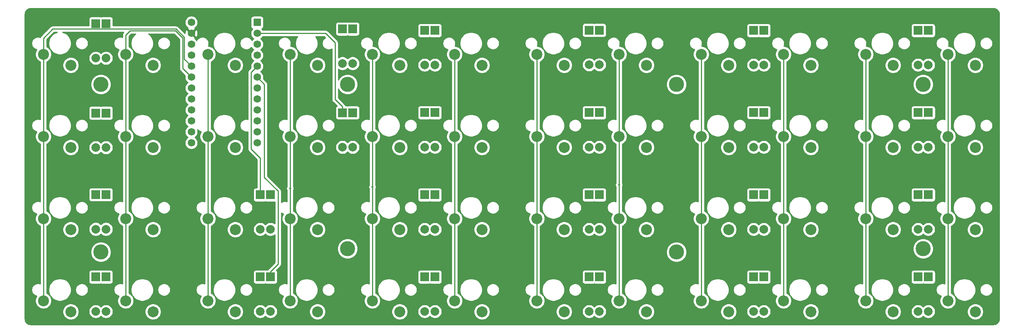
<source format=gbr>
G04 #@! TF.GenerationSoftware,KiCad,Pcbnew,(5.1.2-1)-1*
G04 #@! TF.CreationDate,2020-05-18T19:43:29-05:00*
G04 #@! TF.ProjectId,therick_THT,74686572-6963-46b5-9f54-48542e6b6963,rev?*
G04 #@! TF.SameCoordinates,Original*
G04 #@! TF.FileFunction,Copper,L1,Top*
G04 #@! TF.FilePolarity,Positive*
%FSLAX46Y46*%
G04 Gerber Fmt 4.6, Leading zero omitted, Abs format (unit mm)*
G04 Created by KiCad (PCBNEW (5.1.2-1)-1) date 2020-05-18 19:43:29*
%MOMM*%
%LPD*%
G04 APERTURE LIST*
%ADD10R,1.752600X1.752600*%
%ADD11C,1.752600*%
%ADD12C,2.540000*%
%ADD13C,3.500000*%
%ADD14C,2.000000*%
%ADD15R,2.000000X2.000000*%
%ADD16C,0.500000*%
%ADD17C,0.250000*%
%ADD18C,0.254000*%
G04 APERTURE END LIST*
D10*
X101282500Y-39608125D03*
D11*
X101282500Y-42148125D03*
X101282500Y-44688125D03*
X101282500Y-47228125D03*
X101282500Y-49768125D03*
X101282500Y-52308125D03*
X101282500Y-54848125D03*
X101282500Y-57388125D03*
X101282500Y-59928125D03*
X101282500Y-62468125D03*
X101282500Y-65008125D03*
X86042500Y-67548125D03*
X86042500Y-65008125D03*
X86042500Y-62468125D03*
X86042500Y-59928125D03*
X86042500Y-57388125D03*
X86042500Y-54848125D03*
X86042500Y-52308125D03*
X86042500Y-49768125D03*
X86042500Y-47228125D03*
X86042500Y-44688125D03*
X86042500Y-42148125D03*
X101282500Y-67548125D03*
X86042500Y-39608125D03*
D12*
X261327900Y-104152700D03*
X267677900Y-106692700D03*
X242277900Y-104152700D03*
X248627900Y-106692700D03*
X223227900Y-104152700D03*
X229577900Y-106692700D03*
X204177900Y-104152700D03*
X210527900Y-106692700D03*
X185127900Y-104152700D03*
X191477900Y-106692700D03*
X166077900Y-104152700D03*
X172427900Y-106692700D03*
X147027900Y-104152700D03*
X153377900Y-106692700D03*
X127977900Y-104152700D03*
X134327900Y-106692700D03*
X108927900Y-104152700D03*
X115277900Y-106692700D03*
X89877900Y-104152700D03*
X96227900Y-106692700D03*
X70827900Y-104152700D03*
X77177900Y-106692700D03*
X51777900Y-104152700D03*
X58127900Y-106692700D03*
X261327900Y-85102700D03*
X267677900Y-87642700D03*
X242277900Y-85102700D03*
X248627900Y-87642700D03*
X223227900Y-85102700D03*
X229577900Y-87642700D03*
X204177900Y-85102700D03*
X210527900Y-87642700D03*
X185127900Y-85102700D03*
X191477900Y-87642700D03*
X166077900Y-85102700D03*
X172427900Y-87642700D03*
X147027900Y-85102700D03*
X153377900Y-87642700D03*
X127977900Y-85102700D03*
X134327900Y-87642700D03*
X108927900Y-85102700D03*
X115277900Y-87642700D03*
X89877900Y-85102700D03*
X96227900Y-87642700D03*
X70827900Y-85102700D03*
X77177900Y-87642700D03*
X51777900Y-85102700D03*
X58127900Y-87642700D03*
X261327900Y-66052700D03*
X267677900Y-68592700D03*
X242277900Y-66052700D03*
X248627900Y-68592700D03*
X223227900Y-66052700D03*
X229577900Y-68592700D03*
X204177900Y-66052700D03*
X210527900Y-68592700D03*
X185127900Y-66052700D03*
X191477900Y-68592700D03*
X166077900Y-66052700D03*
X172427900Y-68592700D03*
X147027900Y-66052700D03*
X153377900Y-68592700D03*
X127977900Y-66052700D03*
X134327900Y-68592700D03*
X108927900Y-66052700D03*
X115277900Y-68592700D03*
X89877900Y-66052700D03*
X96227900Y-68592700D03*
X70827900Y-66052700D03*
X77177900Y-68592700D03*
X51777900Y-66052700D03*
X58127900Y-68592700D03*
X261327900Y-47002700D03*
X267677900Y-49542700D03*
X242277900Y-47002700D03*
X248627900Y-49542700D03*
X223227900Y-47002700D03*
X229577900Y-49542700D03*
X204177900Y-47002700D03*
X210527900Y-49542700D03*
X185127900Y-47002700D03*
X191477900Y-49542700D03*
X166077900Y-47002700D03*
X172427900Y-49542700D03*
X147027900Y-47002700D03*
X153377900Y-49542700D03*
X127977900Y-47002700D03*
X134327900Y-49542700D03*
X108927900Y-47002700D03*
X115277900Y-49542700D03*
X89877900Y-47002700D03*
X96227900Y-49542700D03*
X70827900Y-47002700D03*
X77177900Y-49542700D03*
X51777900Y-47002700D03*
X58127900Y-49542700D03*
D13*
X255587500Y-92075000D03*
X65087500Y-53975000D03*
D14*
X63896875Y-47893750D03*
D15*
X63896875Y-39893750D03*
D14*
X142479920Y-68531250D03*
D15*
X142479920Y-60531250D03*
X216299600Y-41481760D03*
D14*
X216299600Y-49481760D03*
D15*
X218680880Y-41481760D03*
D14*
X218680880Y-49481760D03*
D15*
X178199120Y-98632480D03*
D14*
X178199120Y-106632480D03*
D15*
X218680880Y-60531250D03*
D14*
X218680880Y-68531250D03*
D15*
X66278960Y-39894260D03*
D14*
X66278960Y-47894260D03*
D15*
X121048160Y-41128635D03*
D14*
X121048160Y-49128635D03*
D15*
X123429440Y-41128635D03*
D14*
X123429440Y-49128635D03*
D15*
X140098640Y-41481760D03*
D14*
X140098640Y-49481760D03*
D15*
X142479920Y-41481760D03*
D14*
X142479920Y-49481760D03*
D15*
X178199120Y-41422400D03*
D14*
X178199120Y-49422400D03*
D15*
X180580400Y-41422400D03*
D14*
X180580400Y-49422400D03*
D15*
X254400080Y-41481760D03*
D14*
X254400080Y-49481760D03*
D15*
X256781360Y-41481250D03*
D14*
X256781360Y-49481250D03*
D15*
X63897680Y-60626500D03*
D14*
X63897680Y-68626500D03*
D15*
X66278960Y-60627250D03*
D14*
X66278960Y-68627250D03*
D15*
X121048160Y-60547875D03*
D14*
X121048160Y-68547875D03*
D15*
X123429440Y-60547875D03*
D14*
X123429440Y-68547875D03*
D15*
X140098640Y-60531250D03*
D14*
X140098640Y-68531250D03*
D15*
X178199120Y-60531250D03*
D14*
X178199120Y-68531250D03*
D15*
X180580400Y-60532000D03*
D14*
X180580400Y-68532000D03*
D15*
X216299600Y-60500800D03*
D14*
X216299600Y-68500800D03*
D15*
X254400080Y-60532000D03*
D14*
X254400080Y-68532000D03*
D15*
X256781360Y-60531250D03*
D14*
X256781360Y-68531250D03*
D15*
X63897680Y-79550490D03*
D14*
X63897680Y-87550490D03*
D15*
X66278960Y-79550490D03*
D14*
X66278960Y-87550490D03*
D15*
X101998160Y-79582240D03*
D14*
X101998160Y-87582240D03*
D15*
X104379440Y-79582240D03*
D14*
X104379440Y-87582240D03*
D15*
X140098640Y-79582240D03*
D14*
X140098640Y-87582240D03*
D15*
X142479920Y-79581250D03*
D14*
X142479920Y-87581250D03*
D15*
X178199120Y-79582240D03*
D14*
X178199120Y-87582240D03*
D15*
X180580400Y-79582240D03*
D14*
X180580400Y-87582240D03*
D15*
X216299600Y-79582240D03*
D14*
X216299600Y-87582240D03*
D15*
X218680880Y-79582240D03*
D14*
X218680880Y-87582240D03*
D15*
X254400080Y-79582240D03*
D14*
X254400080Y-87582240D03*
D15*
X256781360Y-79582240D03*
D14*
X256781360Y-87582240D03*
D15*
X63897680Y-98632480D03*
D14*
X63897680Y-106632480D03*
D15*
X66278960Y-98632480D03*
D14*
X66278960Y-106632480D03*
D15*
X101998160Y-98632480D03*
D14*
X101998160Y-106632480D03*
D15*
X104379440Y-98632480D03*
D14*
X104379440Y-106632480D03*
D15*
X140098640Y-98632480D03*
D14*
X140098640Y-106632480D03*
D15*
X142479920Y-98632480D03*
D14*
X142479920Y-106632480D03*
D15*
X180580400Y-98632480D03*
D14*
X180580400Y-106632480D03*
D15*
X216299600Y-98631250D03*
D14*
X216299600Y-106631250D03*
D15*
X218680880Y-98631250D03*
D14*
X218680880Y-106631250D03*
D15*
X254400080Y-98632480D03*
D14*
X254400080Y-106632480D03*
D15*
X256781360Y-98632480D03*
D14*
X256781360Y-106632480D03*
D13*
X65087500Y-92868750D03*
X122237500Y-53975000D03*
X122237500Y-92075000D03*
X198437500Y-53975000D03*
X198437500Y-92868750D03*
X255587500Y-53975000D03*
D16*
X108927900Y-78101010D03*
X127977900Y-77749400D03*
X185127900Y-77241400D03*
D17*
X117140059Y-42148125D02*
X119316500Y-44324566D01*
X101282500Y-42148125D02*
X117140059Y-42148125D01*
X121048160Y-59170875D02*
X119408285Y-57531000D01*
X119408285Y-57531000D02*
X119316500Y-57531000D01*
X121048160Y-60420875D02*
X121048160Y-59170875D01*
X119316500Y-44324566D02*
X119316500Y-57531000D01*
X101282500Y-49768125D02*
X99885500Y-51165125D01*
X101998160Y-79582240D02*
X101998160Y-71073660D01*
X101998160Y-71073660D02*
X99885500Y-68961000D01*
X99885500Y-51165125D02*
X99885500Y-68961000D01*
X104379440Y-97382480D02*
X104379440Y-98632480D01*
X102933500Y-75565000D02*
X106108500Y-78740000D01*
X102933500Y-53959125D02*
X102933500Y-75565000D01*
X106108500Y-95653420D02*
X104379440Y-97382480D01*
X106108500Y-78740000D02*
X106108500Y-95653420D01*
X101282500Y-52308125D02*
X102933500Y-53959125D01*
X51777900Y-47002700D02*
X51777900Y-104152700D01*
X86042500Y-49768125D02*
X84391500Y-48117125D01*
X84391500Y-48117125D02*
X84391500Y-43053000D01*
X82487761Y-41149261D02*
X53910239Y-41149261D01*
X84391500Y-43053000D02*
X82487761Y-41149261D01*
X51777900Y-43281600D02*
X51777900Y-47002700D01*
X53910239Y-41149261D02*
X51777900Y-43281600D01*
X70827900Y-47002700D02*
X70827900Y-104152700D01*
X84011490Y-50277115D02*
X86042500Y-52308125D01*
X84011490Y-43210404D02*
X84011490Y-50277115D01*
X70827900Y-47002700D02*
X70827900Y-42519600D01*
X71818229Y-41529271D02*
X82330357Y-41529271D01*
X82330357Y-41529271D02*
X84011490Y-43210404D01*
X70827900Y-42519600D02*
X71818229Y-41529271D01*
X89877900Y-101979434D02*
X89877900Y-104152700D01*
X89877900Y-47002700D02*
X89877900Y-101979434D01*
X108927900Y-78638400D02*
X108927900Y-104152700D01*
X108927900Y-47002700D02*
X108927900Y-78638400D01*
X127977900Y-101979434D02*
X127977900Y-104152700D01*
X127977900Y-77749400D02*
X127977900Y-101979434D01*
X127977900Y-47002700D02*
X127977900Y-77749400D01*
X147027900Y-47002700D02*
X147027900Y-104152700D01*
X166077900Y-47002700D02*
X166077900Y-104152700D01*
X185127900Y-101979434D02*
X185127900Y-104152700D01*
X185127900Y-77241400D02*
X185127900Y-101979434D01*
X185127900Y-47002700D02*
X185127900Y-77241400D01*
X204177900Y-47002700D02*
X204177900Y-104152700D01*
X223227900Y-47002700D02*
X223227900Y-104152700D01*
X242277900Y-47002700D02*
X242277900Y-104152700D01*
X261327900Y-47002700D02*
X261327900Y-104152700D01*
D18*
G36*
X272115998Y-36407077D02*
G01*
X272362851Y-36481606D01*
X272590520Y-36602660D01*
X272790345Y-36765633D01*
X272954707Y-36964313D01*
X273077351Y-37191138D01*
X273153600Y-37437459D01*
X273183751Y-37724323D01*
X273183750Y-108314597D01*
X273155423Y-108603498D01*
X273080894Y-108850350D01*
X272959840Y-109078020D01*
X272796867Y-109277844D01*
X272598186Y-109442207D01*
X272371361Y-109564851D01*
X272125045Y-109641099D01*
X271838186Y-109671250D01*
X48847903Y-109671250D01*
X48559002Y-109642923D01*
X48312150Y-109568394D01*
X48084480Y-109447340D01*
X47884656Y-109284367D01*
X47720293Y-109085686D01*
X47597649Y-108858861D01*
X47521401Y-108612545D01*
X47491250Y-108325686D01*
X47491250Y-106505074D01*
X56222900Y-106505074D01*
X56222900Y-106880326D01*
X56296109Y-107248368D01*
X56439711Y-107595056D01*
X56648190Y-107907066D01*
X56913534Y-108172410D01*
X57225544Y-108380889D01*
X57572232Y-108524491D01*
X57940274Y-108597700D01*
X58315526Y-108597700D01*
X58683568Y-108524491D01*
X59030256Y-108380889D01*
X59342266Y-108172410D01*
X59607610Y-107907066D01*
X59816089Y-107595056D01*
X59959691Y-107248368D01*
X60032900Y-106880326D01*
X60032900Y-106505074D01*
X60026212Y-106471447D01*
X62262680Y-106471447D01*
X62262680Y-106793513D01*
X62325512Y-107109392D01*
X62448762Y-107406943D01*
X62627693Y-107674732D01*
X62855428Y-107902467D01*
X63123217Y-108081398D01*
X63420768Y-108204648D01*
X63736647Y-108267480D01*
X64058713Y-108267480D01*
X64374592Y-108204648D01*
X64672143Y-108081398D01*
X64939932Y-107902467D01*
X65088320Y-107754079D01*
X65236708Y-107902467D01*
X65504497Y-108081398D01*
X65802048Y-108204648D01*
X66117927Y-108267480D01*
X66439993Y-108267480D01*
X66755872Y-108204648D01*
X67053423Y-108081398D01*
X67321212Y-107902467D01*
X67548947Y-107674732D01*
X67727878Y-107406943D01*
X67851128Y-107109392D01*
X67913960Y-106793513D01*
X67913960Y-106505074D01*
X75272900Y-106505074D01*
X75272900Y-106880326D01*
X75346109Y-107248368D01*
X75489711Y-107595056D01*
X75698190Y-107907066D01*
X75963534Y-108172410D01*
X76275544Y-108380889D01*
X76622232Y-108524491D01*
X76990274Y-108597700D01*
X77365526Y-108597700D01*
X77733568Y-108524491D01*
X78080256Y-108380889D01*
X78392266Y-108172410D01*
X78657610Y-107907066D01*
X78866089Y-107595056D01*
X79009691Y-107248368D01*
X79082900Y-106880326D01*
X79082900Y-106505074D01*
X94322900Y-106505074D01*
X94322900Y-106880326D01*
X94396109Y-107248368D01*
X94539711Y-107595056D01*
X94748190Y-107907066D01*
X95013534Y-108172410D01*
X95325544Y-108380889D01*
X95672232Y-108524491D01*
X96040274Y-108597700D01*
X96415526Y-108597700D01*
X96783568Y-108524491D01*
X97130256Y-108380889D01*
X97442266Y-108172410D01*
X97707610Y-107907066D01*
X97916089Y-107595056D01*
X98059691Y-107248368D01*
X98132900Y-106880326D01*
X98132900Y-106505074D01*
X98126212Y-106471447D01*
X100363160Y-106471447D01*
X100363160Y-106793513D01*
X100425992Y-107109392D01*
X100549242Y-107406943D01*
X100728173Y-107674732D01*
X100955908Y-107902467D01*
X101223697Y-108081398D01*
X101521248Y-108204648D01*
X101837127Y-108267480D01*
X102159193Y-108267480D01*
X102475072Y-108204648D01*
X102772623Y-108081398D01*
X103040412Y-107902467D01*
X103188800Y-107754079D01*
X103337188Y-107902467D01*
X103604977Y-108081398D01*
X103902528Y-108204648D01*
X104218407Y-108267480D01*
X104540473Y-108267480D01*
X104856352Y-108204648D01*
X105153903Y-108081398D01*
X105421692Y-107902467D01*
X105649427Y-107674732D01*
X105828358Y-107406943D01*
X105951608Y-107109392D01*
X106014440Y-106793513D01*
X106014440Y-106505074D01*
X113372900Y-106505074D01*
X113372900Y-106880326D01*
X113446109Y-107248368D01*
X113589711Y-107595056D01*
X113798190Y-107907066D01*
X114063534Y-108172410D01*
X114375544Y-108380889D01*
X114722232Y-108524491D01*
X115090274Y-108597700D01*
X115465526Y-108597700D01*
X115833568Y-108524491D01*
X116180256Y-108380889D01*
X116492266Y-108172410D01*
X116757610Y-107907066D01*
X116966089Y-107595056D01*
X117109691Y-107248368D01*
X117182900Y-106880326D01*
X117182900Y-106505074D01*
X132422900Y-106505074D01*
X132422900Y-106880326D01*
X132496109Y-107248368D01*
X132639711Y-107595056D01*
X132848190Y-107907066D01*
X133113534Y-108172410D01*
X133425544Y-108380889D01*
X133772232Y-108524491D01*
X134140274Y-108597700D01*
X134515526Y-108597700D01*
X134883568Y-108524491D01*
X135230256Y-108380889D01*
X135542266Y-108172410D01*
X135807610Y-107907066D01*
X136016089Y-107595056D01*
X136159691Y-107248368D01*
X136232900Y-106880326D01*
X136232900Y-106505074D01*
X136226212Y-106471447D01*
X138463640Y-106471447D01*
X138463640Y-106793513D01*
X138526472Y-107109392D01*
X138649722Y-107406943D01*
X138828653Y-107674732D01*
X139056388Y-107902467D01*
X139324177Y-108081398D01*
X139621728Y-108204648D01*
X139937607Y-108267480D01*
X140259673Y-108267480D01*
X140575552Y-108204648D01*
X140873103Y-108081398D01*
X141140892Y-107902467D01*
X141289280Y-107754079D01*
X141437668Y-107902467D01*
X141705457Y-108081398D01*
X142003008Y-108204648D01*
X142318887Y-108267480D01*
X142640953Y-108267480D01*
X142956832Y-108204648D01*
X143254383Y-108081398D01*
X143522172Y-107902467D01*
X143749907Y-107674732D01*
X143928838Y-107406943D01*
X144052088Y-107109392D01*
X144114920Y-106793513D01*
X144114920Y-106505074D01*
X151472900Y-106505074D01*
X151472900Y-106880326D01*
X151546109Y-107248368D01*
X151689711Y-107595056D01*
X151898190Y-107907066D01*
X152163534Y-108172410D01*
X152475544Y-108380889D01*
X152822232Y-108524491D01*
X153190274Y-108597700D01*
X153565526Y-108597700D01*
X153933568Y-108524491D01*
X154280256Y-108380889D01*
X154592266Y-108172410D01*
X154857610Y-107907066D01*
X155066089Y-107595056D01*
X155209691Y-107248368D01*
X155282900Y-106880326D01*
X155282900Y-106505074D01*
X170522900Y-106505074D01*
X170522900Y-106880326D01*
X170596109Y-107248368D01*
X170739711Y-107595056D01*
X170948190Y-107907066D01*
X171213534Y-108172410D01*
X171525544Y-108380889D01*
X171872232Y-108524491D01*
X172240274Y-108597700D01*
X172615526Y-108597700D01*
X172983568Y-108524491D01*
X173330256Y-108380889D01*
X173642266Y-108172410D01*
X173907610Y-107907066D01*
X174116089Y-107595056D01*
X174259691Y-107248368D01*
X174332900Y-106880326D01*
X174332900Y-106505074D01*
X174326212Y-106471447D01*
X176564120Y-106471447D01*
X176564120Y-106793513D01*
X176626952Y-107109392D01*
X176750202Y-107406943D01*
X176929133Y-107674732D01*
X177156868Y-107902467D01*
X177424657Y-108081398D01*
X177722208Y-108204648D01*
X178038087Y-108267480D01*
X178360153Y-108267480D01*
X178676032Y-108204648D01*
X178973583Y-108081398D01*
X179241372Y-107902467D01*
X179389760Y-107754079D01*
X179538148Y-107902467D01*
X179805937Y-108081398D01*
X180103488Y-108204648D01*
X180419367Y-108267480D01*
X180741433Y-108267480D01*
X181057312Y-108204648D01*
X181354863Y-108081398D01*
X181622652Y-107902467D01*
X181850387Y-107674732D01*
X182029318Y-107406943D01*
X182152568Y-107109392D01*
X182215400Y-106793513D01*
X182215400Y-106505074D01*
X189572900Y-106505074D01*
X189572900Y-106880326D01*
X189646109Y-107248368D01*
X189789711Y-107595056D01*
X189998190Y-107907066D01*
X190263534Y-108172410D01*
X190575544Y-108380889D01*
X190922232Y-108524491D01*
X191290274Y-108597700D01*
X191665526Y-108597700D01*
X192033568Y-108524491D01*
X192380256Y-108380889D01*
X192692266Y-108172410D01*
X192957610Y-107907066D01*
X193166089Y-107595056D01*
X193309691Y-107248368D01*
X193382900Y-106880326D01*
X193382900Y-106505074D01*
X208622900Y-106505074D01*
X208622900Y-106880326D01*
X208696109Y-107248368D01*
X208839711Y-107595056D01*
X209048190Y-107907066D01*
X209313534Y-108172410D01*
X209625544Y-108380889D01*
X209972232Y-108524491D01*
X210340274Y-108597700D01*
X210715526Y-108597700D01*
X211083568Y-108524491D01*
X211430256Y-108380889D01*
X211742266Y-108172410D01*
X212007610Y-107907066D01*
X212216089Y-107595056D01*
X212359691Y-107248368D01*
X212432900Y-106880326D01*
X212432900Y-106505074D01*
X212425967Y-106470217D01*
X214664600Y-106470217D01*
X214664600Y-106792283D01*
X214727432Y-107108162D01*
X214850682Y-107405713D01*
X215029613Y-107673502D01*
X215257348Y-107901237D01*
X215525137Y-108080168D01*
X215822688Y-108203418D01*
X216138567Y-108266250D01*
X216460633Y-108266250D01*
X216776512Y-108203418D01*
X217074063Y-108080168D01*
X217341852Y-107901237D01*
X217490240Y-107752849D01*
X217638628Y-107901237D01*
X217906417Y-108080168D01*
X218203968Y-108203418D01*
X218519847Y-108266250D01*
X218841913Y-108266250D01*
X219157792Y-108203418D01*
X219455343Y-108080168D01*
X219723132Y-107901237D01*
X219950867Y-107673502D01*
X220129798Y-107405713D01*
X220253048Y-107108162D01*
X220315880Y-106792283D01*
X220315880Y-106505074D01*
X227672900Y-106505074D01*
X227672900Y-106880326D01*
X227746109Y-107248368D01*
X227889711Y-107595056D01*
X228098190Y-107907066D01*
X228363534Y-108172410D01*
X228675544Y-108380889D01*
X229022232Y-108524491D01*
X229390274Y-108597700D01*
X229765526Y-108597700D01*
X230133568Y-108524491D01*
X230480256Y-108380889D01*
X230792266Y-108172410D01*
X231057610Y-107907066D01*
X231266089Y-107595056D01*
X231409691Y-107248368D01*
X231482900Y-106880326D01*
X231482900Y-106505074D01*
X246722900Y-106505074D01*
X246722900Y-106880326D01*
X246796109Y-107248368D01*
X246939711Y-107595056D01*
X247148190Y-107907066D01*
X247413534Y-108172410D01*
X247725544Y-108380889D01*
X248072232Y-108524491D01*
X248440274Y-108597700D01*
X248815526Y-108597700D01*
X249183568Y-108524491D01*
X249530256Y-108380889D01*
X249842266Y-108172410D01*
X250107610Y-107907066D01*
X250316089Y-107595056D01*
X250459691Y-107248368D01*
X250532900Y-106880326D01*
X250532900Y-106505074D01*
X250526212Y-106471447D01*
X252765080Y-106471447D01*
X252765080Y-106793513D01*
X252827912Y-107109392D01*
X252951162Y-107406943D01*
X253130093Y-107674732D01*
X253357828Y-107902467D01*
X253625617Y-108081398D01*
X253923168Y-108204648D01*
X254239047Y-108267480D01*
X254561113Y-108267480D01*
X254876992Y-108204648D01*
X255174543Y-108081398D01*
X255442332Y-107902467D01*
X255590720Y-107754079D01*
X255739108Y-107902467D01*
X256006897Y-108081398D01*
X256304448Y-108204648D01*
X256620327Y-108267480D01*
X256942393Y-108267480D01*
X257258272Y-108204648D01*
X257555823Y-108081398D01*
X257823612Y-107902467D01*
X258051347Y-107674732D01*
X258230278Y-107406943D01*
X258353528Y-107109392D01*
X258416360Y-106793513D01*
X258416360Y-106505074D01*
X265772900Y-106505074D01*
X265772900Y-106880326D01*
X265846109Y-107248368D01*
X265989711Y-107595056D01*
X266198190Y-107907066D01*
X266463534Y-108172410D01*
X266775544Y-108380889D01*
X267122232Y-108524491D01*
X267490274Y-108597700D01*
X267865526Y-108597700D01*
X268233568Y-108524491D01*
X268580256Y-108380889D01*
X268892266Y-108172410D01*
X269157610Y-107907066D01*
X269366089Y-107595056D01*
X269509691Y-107248368D01*
X269582900Y-106880326D01*
X269582900Y-106505074D01*
X269509691Y-106137032D01*
X269366089Y-105790344D01*
X269157610Y-105478334D01*
X268892266Y-105212990D01*
X268580256Y-105004511D01*
X268233568Y-104860909D01*
X267865526Y-104787700D01*
X267490274Y-104787700D01*
X267122232Y-104860909D01*
X266775544Y-105004511D01*
X266463534Y-105212990D01*
X266198190Y-105478334D01*
X265989711Y-105790344D01*
X265846109Y-106137032D01*
X265772900Y-106505074D01*
X258416360Y-106505074D01*
X258416360Y-106471447D01*
X258353528Y-106155568D01*
X258230278Y-105858017D01*
X258051347Y-105590228D01*
X257823612Y-105362493D01*
X257555823Y-105183562D01*
X257258272Y-105060312D01*
X256942393Y-104997480D01*
X256620327Y-104997480D01*
X256304448Y-105060312D01*
X256006897Y-105183562D01*
X255739108Y-105362493D01*
X255590720Y-105510881D01*
X255442332Y-105362493D01*
X255174543Y-105183562D01*
X254876992Y-105060312D01*
X254561113Y-104997480D01*
X254239047Y-104997480D01*
X253923168Y-105060312D01*
X253625617Y-105183562D01*
X253357828Y-105362493D01*
X253130093Y-105590228D01*
X252951162Y-105858017D01*
X252827912Y-106155568D01*
X252765080Y-106471447D01*
X250526212Y-106471447D01*
X250459691Y-106137032D01*
X250316089Y-105790344D01*
X250107610Y-105478334D01*
X249842266Y-105212990D01*
X249530256Y-105004511D01*
X249183568Y-104860909D01*
X248815526Y-104787700D01*
X248440274Y-104787700D01*
X248072232Y-104860909D01*
X247725544Y-105004511D01*
X247413534Y-105212990D01*
X247148190Y-105478334D01*
X246939711Y-105790344D01*
X246796109Y-106137032D01*
X246722900Y-106505074D01*
X231482900Y-106505074D01*
X231409691Y-106137032D01*
X231266089Y-105790344D01*
X231057610Y-105478334D01*
X230792266Y-105212990D01*
X230480256Y-105004511D01*
X230133568Y-104860909D01*
X229765526Y-104787700D01*
X229390274Y-104787700D01*
X229022232Y-104860909D01*
X228675544Y-105004511D01*
X228363534Y-105212990D01*
X228098190Y-105478334D01*
X227889711Y-105790344D01*
X227746109Y-106137032D01*
X227672900Y-106505074D01*
X220315880Y-106505074D01*
X220315880Y-106470217D01*
X220253048Y-106154338D01*
X220129798Y-105856787D01*
X219950867Y-105588998D01*
X219723132Y-105361263D01*
X219455343Y-105182332D01*
X219157792Y-105059082D01*
X218841913Y-104996250D01*
X218519847Y-104996250D01*
X218203968Y-105059082D01*
X217906417Y-105182332D01*
X217638628Y-105361263D01*
X217490240Y-105509651D01*
X217341852Y-105361263D01*
X217074063Y-105182332D01*
X216776512Y-105059082D01*
X216460633Y-104996250D01*
X216138567Y-104996250D01*
X215822688Y-105059082D01*
X215525137Y-105182332D01*
X215257348Y-105361263D01*
X215029613Y-105588998D01*
X214850682Y-105856787D01*
X214727432Y-106154338D01*
X214664600Y-106470217D01*
X212425967Y-106470217D01*
X212359691Y-106137032D01*
X212216089Y-105790344D01*
X212007610Y-105478334D01*
X211742266Y-105212990D01*
X211430256Y-105004511D01*
X211083568Y-104860909D01*
X210715526Y-104787700D01*
X210340274Y-104787700D01*
X209972232Y-104860909D01*
X209625544Y-105004511D01*
X209313534Y-105212990D01*
X209048190Y-105478334D01*
X208839711Y-105790344D01*
X208696109Y-106137032D01*
X208622900Y-106505074D01*
X193382900Y-106505074D01*
X193309691Y-106137032D01*
X193166089Y-105790344D01*
X192957610Y-105478334D01*
X192692266Y-105212990D01*
X192380256Y-105004511D01*
X192033568Y-104860909D01*
X191665526Y-104787700D01*
X191290274Y-104787700D01*
X190922232Y-104860909D01*
X190575544Y-105004511D01*
X190263534Y-105212990D01*
X189998190Y-105478334D01*
X189789711Y-105790344D01*
X189646109Y-106137032D01*
X189572900Y-106505074D01*
X182215400Y-106505074D01*
X182215400Y-106471447D01*
X182152568Y-106155568D01*
X182029318Y-105858017D01*
X181850387Y-105590228D01*
X181622652Y-105362493D01*
X181354863Y-105183562D01*
X181057312Y-105060312D01*
X180741433Y-104997480D01*
X180419367Y-104997480D01*
X180103488Y-105060312D01*
X179805937Y-105183562D01*
X179538148Y-105362493D01*
X179389760Y-105510881D01*
X179241372Y-105362493D01*
X178973583Y-105183562D01*
X178676032Y-105060312D01*
X178360153Y-104997480D01*
X178038087Y-104997480D01*
X177722208Y-105060312D01*
X177424657Y-105183562D01*
X177156868Y-105362493D01*
X176929133Y-105590228D01*
X176750202Y-105858017D01*
X176626952Y-106155568D01*
X176564120Y-106471447D01*
X174326212Y-106471447D01*
X174259691Y-106137032D01*
X174116089Y-105790344D01*
X173907610Y-105478334D01*
X173642266Y-105212990D01*
X173330256Y-105004511D01*
X172983568Y-104860909D01*
X172615526Y-104787700D01*
X172240274Y-104787700D01*
X171872232Y-104860909D01*
X171525544Y-105004511D01*
X171213534Y-105212990D01*
X170948190Y-105478334D01*
X170739711Y-105790344D01*
X170596109Y-106137032D01*
X170522900Y-106505074D01*
X155282900Y-106505074D01*
X155209691Y-106137032D01*
X155066089Y-105790344D01*
X154857610Y-105478334D01*
X154592266Y-105212990D01*
X154280256Y-105004511D01*
X153933568Y-104860909D01*
X153565526Y-104787700D01*
X153190274Y-104787700D01*
X152822232Y-104860909D01*
X152475544Y-105004511D01*
X152163534Y-105212990D01*
X151898190Y-105478334D01*
X151689711Y-105790344D01*
X151546109Y-106137032D01*
X151472900Y-106505074D01*
X144114920Y-106505074D01*
X144114920Y-106471447D01*
X144052088Y-106155568D01*
X143928838Y-105858017D01*
X143749907Y-105590228D01*
X143522172Y-105362493D01*
X143254383Y-105183562D01*
X142956832Y-105060312D01*
X142640953Y-104997480D01*
X142318887Y-104997480D01*
X142003008Y-105060312D01*
X141705457Y-105183562D01*
X141437668Y-105362493D01*
X141289280Y-105510881D01*
X141140892Y-105362493D01*
X140873103Y-105183562D01*
X140575552Y-105060312D01*
X140259673Y-104997480D01*
X139937607Y-104997480D01*
X139621728Y-105060312D01*
X139324177Y-105183562D01*
X139056388Y-105362493D01*
X138828653Y-105590228D01*
X138649722Y-105858017D01*
X138526472Y-106155568D01*
X138463640Y-106471447D01*
X136226212Y-106471447D01*
X136159691Y-106137032D01*
X136016089Y-105790344D01*
X135807610Y-105478334D01*
X135542266Y-105212990D01*
X135230256Y-105004511D01*
X134883568Y-104860909D01*
X134515526Y-104787700D01*
X134140274Y-104787700D01*
X133772232Y-104860909D01*
X133425544Y-105004511D01*
X133113534Y-105212990D01*
X132848190Y-105478334D01*
X132639711Y-105790344D01*
X132496109Y-106137032D01*
X132422900Y-106505074D01*
X117182900Y-106505074D01*
X117109691Y-106137032D01*
X116966089Y-105790344D01*
X116757610Y-105478334D01*
X116492266Y-105212990D01*
X116180256Y-105004511D01*
X115833568Y-104860909D01*
X115465526Y-104787700D01*
X115090274Y-104787700D01*
X114722232Y-104860909D01*
X114375544Y-105004511D01*
X114063534Y-105212990D01*
X113798190Y-105478334D01*
X113589711Y-105790344D01*
X113446109Y-106137032D01*
X113372900Y-106505074D01*
X106014440Y-106505074D01*
X106014440Y-106471447D01*
X105951608Y-106155568D01*
X105828358Y-105858017D01*
X105649427Y-105590228D01*
X105421692Y-105362493D01*
X105153903Y-105183562D01*
X104856352Y-105060312D01*
X104540473Y-104997480D01*
X104218407Y-104997480D01*
X103902528Y-105060312D01*
X103604977Y-105183562D01*
X103337188Y-105362493D01*
X103188800Y-105510881D01*
X103040412Y-105362493D01*
X102772623Y-105183562D01*
X102475072Y-105060312D01*
X102159193Y-104997480D01*
X101837127Y-104997480D01*
X101521248Y-105060312D01*
X101223697Y-105183562D01*
X100955908Y-105362493D01*
X100728173Y-105590228D01*
X100549242Y-105858017D01*
X100425992Y-106155568D01*
X100363160Y-106471447D01*
X98126212Y-106471447D01*
X98059691Y-106137032D01*
X97916089Y-105790344D01*
X97707610Y-105478334D01*
X97442266Y-105212990D01*
X97130256Y-105004511D01*
X96783568Y-104860909D01*
X96415526Y-104787700D01*
X96040274Y-104787700D01*
X95672232Y-104860909D01*
X95325544Y-105004511D01*
X95013534Y-105212990D01*
X94748190Y-105478334D01*
X94539711Y-105790344D01*
X94396109Y-106137032D01*
X94322900Y-106505074D01*
X79082900Y-106505074D01*
X79009691Y-106137032D01*
X78866089Y-105790344D01*
X78657610Y-105478334D01*
X78392266Y-105212990D01*
X78080256Y-105004511D01*
X77733568Y-104860909D01*
X77365526Y-104787700D01*
X76990274Y-104787700D01*
X76622232Y-104860909D01*
X76275544Y-105004511D01*
X75963534Y-105212990D01*
X75698190Y-105478334D01*
X75489711Y-105790344D01*
X75346109Y-106137032D01*
X75272900Y-106505074D01*
X67913960Y-106505074D01*
X67913960Y-106471447D01*
X67851128Y-106155568D01*
X67727878Y-105858017D01*
X67548947Y-105590228D01*
X67321212Y-105362493D01*
X67053423Y-105183562D01*
X66755872Y-105060312D01*
X66439993Y-104997480D01*
X66117927Y-104997480D01*
X65802048Y-105060312D01*
X65504497Y-105183562D01*
X65236708Y-105362493D01*
X65088320Y-105510881D01*
X64939932Y-105362493D01*
X64672143Y-105183562D01*
X64374592Y-105060312D01*
X64058713Y-104997480D01*
X63736647Y-104997480D01*
X63420768Y-105060312D01*
X63123217Y-105183562D01*
X62855428Y-105362493D01*
X62627693Y-105590228D01*
X62448762Y-105858017D01*
X62325512Y-106155568D01*
X62262680Y-106471447D01*
X60026212Y-106471447D01*
X59959691Y-106137032D01*
X59816089Y-105790344D01*
X59607610Y-105478334D01*
X59342266Y-105212990D01*
X59030256Y-105004511D01*
X58683568Y-104860909D01*
X58315526Y-104787700D01*
X57940274Y-104787700D01*
X57572232Y-104860909D01*
X57225544Y-105004511D01*
X56913534Y-105212990D01*
X56648190Y-105478334D01*
X56439711Y-105790344D01*
X56296109Y-106137032D01*
X56222900Y-106505074D01*
X47491250Y-106505074D01*
X47491250Y-44316352D01*
X49022000Y-44316352D01*
X49022000Y-44609048D01*
X49079102Y-44896121D01*
X49191112Y-45166538D01*
X49353726Y-45409906D01*
X49560694Y-45616874D01*
X49804062Y-45779488D01*
X50074479Y-45891498D01*
X50211100Y-45918673D01*
X50089711Y-46100344D01*
X49946109Y-46447032D01*
X49872900Y-46815074D01*
X49872900Y-47190326D01*
X49946109Y-47558368D01*
X50089711Y-47905056D01*
X50298190Y-48217066D01*
X50563534Y-48482410D01*
X50875544Y-48690889D01*
X51017900Y-48749854D01*
X51017900Y-62115622D01*
X50941321Y-62083902D01*
X50654248Y-62026800D01*
X50361552Y-62026800D01*
X50074479Y-62083902D01*
X49804062Y-62195912D01*
X49560694Y-62358526D01*
X49353726Y-62565494D01*
X49191112Y-62808862D01*
X49079102Y-63079279D01*
X49022000Y-63366352D01*
X49022000Y-63659048D01*
X49079102Y-63946121D01*
X49191112Y-64216538D01*
X49353726Y-64459906D01*
X49560694Y-64666874D01*
X49804062Y-64829488D01*
X50074479Y-64941498D01*
X50211100Y-64968673D01*
X50089711Y-65150344D01*
X49946109Y-65497032D01*
X49872900Y-65865074D01*
X49872900Y-66240326D01*
X49946109Y-66608368D01*
X50089711Y-66955056D01*
X50298190Y-67267066D01*
X50563534Y-67532410D01*
X50875544Y-67740889D01*
X51017900Y-67799855D01*
X51017901Y-81165622D01*
X50941321Y-81133902D01*
X50654248Y-81076800D01*
X50361552Y-81076800D01*
X50074479Y-81133902D01*
X49804062Y-81245912D01*
X49560694Y-81408526D01*
X49353726Y-81615494D01*
X49191112Y-81858862D01*
X49079102Y-82129279D01*
X49022000Y-82416352D01*
X49022000Y-82709048D01*
X49079102Y-82996121D01*
X49191112Y-83266538D01*
X49353726Y-83509906D01*
X49560694Y-83716874D01*
X49804062Y-83879488D01*
X50074479Y-83991498D01*
X50211100Y-84018673D01*
X50089711Y-84200344D01*
X49946109Y-84547032D01*
X49872900Y-84915074D01*
X49872900Y-85290326D01*
X49946109Y-85658368D01*
X50089711Y-86005056D01*
X50298190Y-86317066D01*
X50563534Y-86582410D01*
X50875544Y-86790889D01*
X51017901Y-86849855D01*
X51017901Y-100215622D01*
X50941321Y-100183902D01*
X50654248Y-100126800D01*
X50361552Y-100126800D01*
X50074479Y-100183902D01*
X49804062Y-100295912D01*
X49560694Y-100458526D01*
X49353726Y-100665494D01*
X49191112Y-100908862D01*
X49079102Y-101179279D01*
X49022000Y-101466352D01*
X49022000Y-101759048D01*
X49079102Y-102046121D01*
X49191112Y-102316538D01*
X49353726Y-102559906D01*
X49560694Y-102766874D01*
X49804062Y-102929488D01*
X50074479Y-103041498D01*
X50211100Y-103068673D01*
X50089711Y-103250344D01*
X49946109Y-103597032D01*
X49872900Y-103965074D01*
X49872900Y-104340326D01*
X49946109Y-104708368D01*
X50089711Y-105055056D01*
X50298190Y-105367066D01*
X50563534Y-105632410D01*
X50875544Y-105840889D01*
X51222232Y-105984491D01*
X51590274Y-106057700D01*
X51965526Y-106057700D01*
X52333568Y-105984491D01*
X52680256Y-105840889D01*
X52992266Y-105632410D01*
X53257610Y-105367066D01*
X53466089Y-105055056D01*
X53609691Y-104708368D01*
X53682900Y-104340326D01*
X53682900Y-103965074D01*
X53609691Y-103597032D01*
X53466089Y-103250344D01*
X53257610Y-102938334D01*
X52992266Y-102672990D01*
X52680256Y-102464511D01*
X52537900Y-102405546D01*
X52537900Y-101353776D01*
X52959000Y-101353776D01*
X52959000Y-101871624D01*
X53060027Y-102379522D01*
X53258199Y-102857951D01*
X53545900Y-103288526D01*
X53912074Y-103654700D01*
X54342649Y-103942401D01*
X54821078Y-104140573D01*
X55328976Y-104241600D01*
X55846824Y-104241600D01*
X56354722Y-104140573D01*
X56833151Y-103942401D01*
X57263726Y-103654700D01*
X57629900Y-103288526D01*
X57917601Y-102857951D01*
X58115773Y-102379522D01*
X58216800Y-101871624D01*
X58216800Y-101466352D01*
X59182000Y-101466352D01*
X59182000Y-101759048D01*
X59239102Y-102046121D01*
X59351112Y-102316538D01*
X59513726Y-102559906D01*
X59720694Y-102766874D01*
X59964062Y-102929488D01*
X60234479Y-103041498D01*
X60521552Y-103098600D01*
X60814248Y-103098600D01*
X61101321Y-103041498D01*
X61371738Y-102929488D01*
X61615106Y-102766874D01*
X61822074Y-102559906D01*
X61984688Y-102316538D01*
X62096698Y-102046121D01*
X62153800Y-101759048D01*
X62153800Y-101466352D01*
X62096698Y-101179279D01*
X61984688Y-100908862D01*
X61822074Y-100665494D01*
X61615106Y-100458526D01*
X61371738Y-100295912D01*
X61101321Y-100183902D01*
X60814248Y-100126800D01*
X60521552Y-100126800D01*
X60234479Y-100183902D01*
X59964062Y-100295912D01*
X59720694Y-100458526D01*
X59513726Y-100665494D01*
X59351112Y-100908862D01*
X59239102Y-101179279D01*
X59182000Y-101466352D01*
X58216800Y-101466352D01*
X58216800Y-101353776D01*
X58115773Y-100845878D01*
X57917601Y-100367449D01*
X57629900Y-99936874D01*
X57263726Y-99570700D01*
X56833151Y-99282999D01*
X56354722Y-99084827D01*
X55846824Y-98983800D01*
X55328976Y-98983800D01*
X54821078Y-99084827D01*
X54342649Y-99282999D01*
X53912074Y-99570700D01*
X53545900Y-99936874D01*
X53258199Y-100367449D01*
X53060027Y-100845878D01*
X52959000Y-101353776D01*
X52537900Y-101353776D01*
X52537900Y-97632480D01*
X62259608Y-97632480D01*
X62259608Y-99632480D01*
X62271868Y-99756962D01*
X62308178Y-99876660D01*
X62367143Y-99986974D01*
X62446495Y-100083665D01*
X62543186Y-100163017D01*
X62653500Y-100221982D01*
X62773198Y-100258292D01*
X62897680Y-100270552D01*
X64897680Y-100270552D01*
X65022162Y-100258292D01*
X65088320Y-100238223D01*
X65154478Y-100258292D01*
X65278960Y-100270552D01*
X67278960Y-100270552D01*
X67403442Y-100258292D01*
X67523140Y-100221982D01*
X67633454Y-100163017D01*
X67730145Y-100083665D01*
X67809497Y-99986974D01*
X67868462Y-99876660D01*
X67904772Y-99756962D01*
X67917032Y-99632480D01*
X67917032Y-97632480D01*
X67904772Y-97507998D01*
X67868462Y-97388300D01*
X67809497Y-97277986D01*
X67730145Y-97181295D01*
X67633454Y-97101943D01*
X67523140Y-97042978D01*
X67403442Y-97006668D01*
X67278960Y-96994408D01*
X65278960Y-96994408D01*
X65154478Y-97006668D01*
X65088320Y-97026737D01*
X65022162Y-97006668D01*
X64897680Y-96994408D01*
X62897680Y-96994408D01*
X62773198Y-97006668D01*
X62653500Y-97042978D01*
X62543186Y-97101943D01*
X62446495Y-97181295D01*
X62367143Y-97277986D01*
X62308178Y-97388300D01*
X62271868Y-97507998D01*
X62259608Y-97632480D01*
X52537900Y-97632480D01*
X52537900Y-92633848D01*
X62702500Y-92633848D01*
X62702500Y-93103652D01*
X62794154Y-93564429D01*
X62973940Y-93998471D01*
X63234950Y-94389099D01*
X63567151Y-94721300D01*
X63957779Y-94982310D01*
X64391821Y-95162096D01*
X64852598Y-95253750D01*
X65322402Y-95253750D01*
X65783179Y-95162096D01*
X66217221Y-94982310D01*
X66607849Y-94721300D01*
X66940050Y-94389099D01*
X67201060Y-93998471D01*
X67380846Y-93564429D01*
X67472500Y-93103652D01*
X67472500Y-92633848D01*
X67380846Y-92173071D01*
X67201060Y-91739029D01*
X66940050Y-91348401D01*
X66607849Y-91016200D01*
X66217221Y-90755190D01*
X65783179Y-90575404D01*
X65322402Y-90483750D01*
X64852598Y-90483750D01*
X64391821Y-90575404D01*
X63957779Y-90755190D01*
X63567151Y-91016200D01*
X63234950Y-91348401D01*
X62973940Y-91739029D01*
X62794154Y-92173071D01*
X62702500Y-92633848D01*
X52537900Y-92633848D01*
X52537900Y-87455074D01*
X56222900Y-87455074D01*
X56222900Y-87830326D01*
X56296109Y-88198368D01*
X56439711Y-88545056D01*
X56648190Y-88857066D01*
X56913534Y-89122410D01*
X57225544Y-89330889D01*
X57572232Y-89474491D01*
X57940274Y-89547700D01*
X58315526Y-89547700D01*
X58683568Y-89474491D01*
X59030256Y-89330889D01*
X59342266Y-89122410D01*
X59607610Y-88857066D01*
X59816089Y-88545056D01*
X59959691Y-88198368D01*
X60032900Y-87830326D01*
X60032900Y-87455074D01*
X60019848Y-87389457D01*
X62262680Y-87389457D01*
X62262680Y-87711523D01*
X62325512Y-88027402D01*
X62448762Y-88324953D01*
X62627693Y-88592742D01*
X62855428Y-88820477D01*
X63123217Y-88999408D01*
X63420768Y-89122658D01*
X63736647Y-89185490D01*
X64058713Y-89185490D01*
X64374592Y-89122658D01*
X64672143Y-88999408D01*
X64939932Y-88820477D01*
X65088320Y-88672089D01*
X65236708Y-88820477D01*
X65504497Y-88999408D01*
X65802048Y-89122658D01*
X66117927Y-89185490D01*
X66439993Y-89185490D01*
X66755872Y-89122658D01*
X67053423Y-88999408D01*
X67321212Y-88820477D01*
X67548947Y-88592742D01*
X67727878Y-88324953D01*
X67851128Y-88027402D01*
X67913960Y-87711523D01*
X67913960Y-87389457D01*
X67851128Y-87073578D01*
X67727878Y-86776027D01*
X67548947Y-86508238D01*
X67321212Y-86280503D01*
X67053423Y-86101572D01*
X66755872Y-85978322D01*
X66439993Y-85915490D01*
X66117927Y-85915490D01*
X65802048Y-85978322D01*
X65504497Y-86101572D01*
X65236708Y-86280503D01*
X65088320Y-86428891D01*
X64939932Y-86280503D01*
X64672143Y-86101572D01*
X64374592Y-85978322D01*
X64058713Y-85915490D01*
X63736647Y-85915490D01*
X63420768Y-85978322D01*
X63123217Y-86101572D01*
X62855428Y-86280503D01*
X62627693Y-86508238D01*
X62448762Y-86776027D01*
X62325512Y-87073578D01*
X62262680Y-87389457D01*
X60019848Y-87389457D01*
X59959691Y-87087032D01*
X59816089Y-86740344D01*
X59607610Y-86428334D01*
X59342266Y-86162990D01*
X59030256Y-85954511D01*
X58683568Y-85810909D01*
X58315526Y-85737700D01*
X57940274Y-85737700D01*
X57572232Y-85810909D01*
X57225544Y-85954511D01*
X56913534Y-86162990D01*
X56648190Y-86428334D01*
X56439711Y-86740344D01*
X56296109Y-87087032D01*
X56222900Y-87455074D01*
X52537900Y-87455074D01*
X52537900Y-86849854D01*
X52680256Y-86790889D01*
X52992266Y-86582410D01*
X53257610Y-86317066D01*
X53466089Y-86005056D01*
X53609691Y-85658368D01*
X53682900Y-85290326D01*
X53682900Y-84915074D01*
X53609691Y-84547032D01*
X53466089Y-84200344D01*
X53257610Y-83888334D01*
X52992266Y-83622990D01*
X52680256Y-83414511D01*
X52537900Y-83355546D01*
X52537900Y-82303776D01*
X52959000Y-82303776D01*
X52959000Y-82821624D01*
X53060027Y-83329522D01*
X53258199Y-83807951D01*
X53545900Y-84238526D01*
X53912074Y-84604700D01*
X54342649Y-84892401D01*
X54821078Y-85090573D01*
X55328976Y-85191600D01*
X55846824Y-85191600D01*
X56354722Y-85090573D01*
X56833151Y-84892401D01*
X57263726Y-84604700D01*
X57629900Y-84238526D01*
X57917601Y-83807951D01*
X58115773Y-83329522D01*
X58216800Y-82821624D01*
X58216800Y-82416352D01*
X59182000Y-82416352D01*
X59182000Y-82709048D01*
X59239102Y-82996121D01*
X59351112Y-83266538D01*
X59513726Y-83509906D01*
X59720694Y-83716874D01*
X59964062Y-83879488D01*
X60234479Y-83991498D01*
X60521552Y-84048600D01*
X60814248Y-84048600D01*
X61101321Y-83991498D01*
X61371738Y-83879488D01*
X61615106Y-83716874D01*
X61822074Y-83509906D01*
X61984688Y-83266538D01*
X62096698Y-82996121D01*
X62153800Y-82709048D01*
X62153800Y-82416352D01*
X62096698Y-82129279D01*
X61984688Y-81858862D01*
X61822074Y-81615494D01*
X61615106Y-81408526D01*
X61371738Y-81245912D01*
X61101321Y-81133902D01*
X60814248Y-81076800D01*
X60521552Y-81076800D01*
X60234479Y-81133902D01*
X59964062Y-81245912D01*
X59720694Y-81408526D01*
X59513726Y-81615494D01*
X59351112Y-81858862D01*
X59239102Y-82129279D01*
X59182000Y-82416352D01*
X58216800Y-82416352D01*
X58216800Y-82303776D01*
X58115773Y-81795878D01*
X57917601Y-81317449D01*
X57629900Y-80886874D01*
X57263726Y-80520700D01*
X56833151Y-80232999D01*
X56354722Y-80034827D01*
X55846824Y-79933800D01*
X55328976Y-79933800D01*
X54821078Y-80034827D01*
X54342649Y-80232999D01*
X53912074Y-80520700D01*
X53545900Y-80886874D01*
X53258199Y-81317449D01*
X53060027Y-81795878D01*
X52959000Y-82303776D01*
X52537900Y-82303776D01*
X52537900Y-78550490D01*
X62259608Y-78550490D01*
X62259608Y-80550490D01*
X62271868Y-80674972D01*
X62308178Y-80794670D01*
X62367143Y-80904984D01*
X62446495Y-81001675D01*
X62543186Y-81081027D01*
X62653500Y-81139992D01*
X62773198Y-81176302D01*
X62897680Y-81188562D01*
X64897680Y-81188562D01*
X65022162Y-81176302D01*
X65088320Y-81156233D01*
X65154478Y-81176302D01*
X65278960Y-81188562D01*
X67278960Y-81188562D01*
X67403442Y-81176302D01*
X67523140Y-81139992D01*
X67633454Y-81081027D01*
X67730145Y-81001675D01*
X67809497Y-80904984D01*
X67868462Y-80794670D01*
X67904772Y-80674972D01*
X67917032Y-80550490D01*
X67917032Y-78550490D01*
X67904772Y-78426008D01*
X67868462Y-78306310D01*
X67809497Y-78195996D01*
X67730145Y-78099305D01*
X67633454Y-78019953D01*
X67523140Y-77960988D01*
X67403442Y-77924678D01*
X67278960Y-77912418D01*
X65278960Y-77912418D01*
X65154478Y-77924678D01*
X65088320Y-77944747D01*
X65022162Y-77924678D01*
X64897680Y-77912418D01*
X62897680Y-77912418D01*
X62773198Y-77924678D01*
X62653500Y-77960988D01*
X62543186Y-78019953D01*
X62446495Y-78099305D01*
X62367143Y-78195996D01*
X62308178Y-78306310D01*
X62271868Y-78426008D01*
X62259608Y-78550490D01*
X52537900Y-78550490D01*
X52537900Y-68405074D01*
X56222900Y-68405074D01*
X56222900Y-68780326D01*
X56296109Y-69148368D01*
X56439711Y-69495056D01*
X56648190Y-69807066D01*
X56913534Y-70072410D01*
X57225544Y-70280889D01*
X57572232Y-70424491D01*
X57940274Y-70497700D01*
X58315526Y-70497700D01*
X58683568Y-70424491D01*
X59030256Y-70280889D01*
X59342266Y-70072410D01*
X59607610Y-69807066D01*
X59816089Y-69495056D01*
X59959691Y-69148368D01*
X60032900Y-68780326D01*
X60032900Y-68465467D01*
X62262680Y-68465467D01*
X62262680Y-68787533D01*
X62325512Y-69103412D01*
X62448762Y-69400963D01*
X62627693Y-69668752D01*
X62855428Y-69896487D01*
X63123217Y-70075418D01*
X63420768Y-70198668D01*
X63736647Y-70261500D01*
X64058713Y-70261500D01*
X64374592Y-70198668D01*
X64672143Y-70075418D01*
X64939932Y-69896487D01*
X65087945Y-69748474D01*
X65236708Y-69897237D01*
X65504497Y-70076168D01*
X65802048Y-70199418D01*
X66117927Y-70262250D01*
X66439993Y-70262250D01*
X66755872Y-70199418D01*
X67053423Y-70076168D01*
X67321212Y-69897237D01*
X67548947Y-69669502D01*
X67727878Y-69401713D01*
X67851128Y-69104162D01*
X67913960Y-68788283D01*
X67913960Y-68466217D01*
X67851128Y-68150338D01*
X67727878Y-67852787D01*
X67548947Y-67584998D01*
X67321212Y-67357263D01*
X67053423Y-67178332D01*
X66755872Y-67055082D01*
X66439993Y-66992250D01*
X66117927Y-66992250D01*
X65802048Y-67055082D01*
X65504497Y-67178332D01*
X65236708Y-67357263D01*
X65088695Y-67505276D01*
X64939932Y-67356513D01*
X64672143Y-67177582D01*
X64374592Y-67054332D01*
X64058713Y-66991500D01*
X63736647Y-66991500D01*
X63420768Y-67054332D01*
X63123217Y-67177582D01*
X62855428Y-67356513D01*
X62627693Y-67584248D01*
X62448762Y-67852037D01*
X62325512Y-68149588D01*
X62262680Y-68465467D01*
X60032900Y-68465467D01*
X60032900Y-68405074D01*
X59959691Y-68037032D01*
X59816089Y-67690344D01*
X59607610Y-67378334D01*
X59342266Y-67112990D01*
X59030256Y-66904511D01*
X58683568Y-66760909D01*
X58315526Y-66687700D01*
X57940274Y-66687700D01*
X57572232Y-66760909D01*
X57225544Y-66904511D01*
X56913534Y-67112990D01*
X56648190Y-67378334D01*
X56439711Y-67690344D01*
X56296109Y-68037032D01*
X56222900Y-68405074D01*
X52537900Y-68405074D01*
X52537900Y-67799854D01*
X52680256Y-67740889D01*
X52992266Y-67532410D01*
X53257610Y-67267066D01*
X53466089Y-66955056D01*
X53609691Y-66608368D01*
X53682900Y-66240326D01*
X53682900Y-65865074D01*
X53609691Y-65497032D01*
X53466089Y-65150344D01*
X53257610Y-64838334D01*
X52992266Y-64572990D01*
X52680256Y-64364511D01*
X52537900Y-64305546D01*
X52537900Y-63253776D01*
X52959000Y-63253776D01*
X52959000Y-63771624D01*
X53060027Y-64279522D01*
X53258199Y-64757951D01*
X53545900Y-65188526D01*
X53912074Y-65554700D01*
X54342649Y-65842401D01*
X54821078Y-66040573D01*
X55328976Y-66141600D01*
X55846824Y-66141600D01*
X56354722Y-66040573D01*
X56833151Y-65842401D01*
X57263726Y-65554700D01*
X57629900Y-65188526D01*
X57917601Y-64757951D01*
X58115773Y-64279522D01*
X58216800Y-63771624D01*
X58216800Y-63366352D01*
X59182000Y-63366352D01*
X59182000Y-63659048D01*
X59239102Y-63946121D01*
X59351112Y-64216538D01*
X59513726Y-64459906D01*
X59720694Y-64666874D01*
X59964062Y-64829488D01*
X60234479Y-64941498D01*
X60521552Y-64998600D01*
X60814248Y-64998600D01*
X61101321Y-64941498D01*
X61371738Y-64829488D01*
X61615106Y-64666874D01*
X61822074Y-64459906D01*
X61984688Y-64216538D01*
X62096698Y-63946121D01*
X62153800Y-63659048D01*
X62153800Y-63366352D01*
X62096698Y-63079279D01*
X61984688Y-62808862D01*
X61822074Y-62565494D01*
X61615106Y-62358526D01*
X61371738Y-62195912D01*
X61101321Y-62083902D01*
X60814248Y-62026800D01*
X60521552Y-62026800D01*
X60234479Y-62083902D01*
X59964062Y-62195912D01*
X59720694Y-62358526D01*
X59513726Y-62565494D01*
X59351112Y-62808862D01*
X59239102Y-63079279D01*
X59182000Y-63366352D01*
X58216800Y-63366352D01*
X58216800Y-63253776D01*
X58115773Y-62745878D01*
X57917601Y-62267449D01*
X57629900Y-61836874D01*
X57263726Y-61470700D01*
X56833151Y-61182999D01*
X56354722Y-60984827D01*
X55846824Y-60883800D01*
X55328976Y-60883800D01*
X54821078Y-60984827D01*
X54342649Y-61182999D01*
X53912074Y-61470700D01*
X53545900Y-61836874D01*
X53258199Y-62267449D01*
X53060027Y-62745878D01*
X52959000Y-63253776D01*
X52537900Y-63253776D01*
X52537900Y-59626500D01*
X62259608Y-59626500D01*
X62259608Y-61626500D01*
X62271868Y-61750982D01*
X62308178Y-61870680D01*
X62367143Y-61980994D01*
X62446495Y-62077685D01*
X62543186Y-62157037D01*
X62653500Y-62216002D01*
X62773198Y-62252312D01*
X62897680Y-62264572D01*
X64897680Y-62264572D01*
X65022162Y-62252312D01*
X65087084Y-62232618D01*
X65154478Y-62253062D01*
X65278960Y-62265322D01*
X67278960Y-62265322D01*
X67403442Y-62253062D01*
X67523140Y-62216752D01*
X67633454Y-62157787D01*
X67730145Y-62078435D01*
X67809497Y-61981744D01*
X67868462Y-61871430D01*
X67904772Y-61751732D01*
X67917032Y-61627250D01*
X67917032Y-59627250D01*
X67904772Y-59502768D01*
X67868462Y-59383070D01*
X67809497Y-59272756D01*
X67730145Y-59176065D01*
X67633454Y-59096713D01*
X67523140Y-59037748D01*
X67403442Y-59001438D01*
X67278960Y-58989178D01*
X65278960Y-58989178D01*
X65154478Y-59001438D01*
X65089556Y-59021132D01*
X65022162Y-59000688D01*
X64897680Y-58988428D01*
X62897680Y-58988428D01*
X62773198Y-59000688D01*
X62653500Y-59036998D01*
X62543186Y-59095963D01*
X62446495Y-59175315D01*
X62367143Y-59272006D01*
X62308178Y-59382320D01*
X62271868Y-59502018D01*
X62259608Y-59626500D01*
X52537900Y-59626500D01*
X52537900Y-53740098D01*
X62702500Y-53740098D01*
X62702500Y-54209902D01*
X62794154Y-54670679D01*
X62973940Y-55104721D01*
X63234950Y-55495349D01*
X63567151Y-55827550D01*
X63957779Y-56088560D01*
X64391821Y-56268346D01*
X64852598Y-56360000D01*
X65322402Y-56360000D01*
X65783179Y-56268346D01*
X66217221Y-56088560D01*
X66607849Y-55827550D01*
X66940050Y-55495349D01*
X67201060Y-55104721D01*
X67380846Y-54670679D01*
X67472500Y-54209902D01*
X67472500Y-53740098D01*
X67380846Y-53279321D01*
X67201060Y-52845279D01*
X66940050Y-52454651D01*
X66607849Y-52122450D01*
X66217221Y-51861440D01*
X65783179Y-51681654D01*
X65322402Y-51590000D01*
X64852598Y-51590000D01*
X64391821Y-51681654D01*
X63957779Y-51861440D01*
X63567151Y-52122450D01*
X63234950Y-52454651D01*
X62973940Y-52845279D01*
X62794154Y-53279321D01*
X62702500Y-53740098D01*
X52537900Y-53740098D01*
X52537900Y-49355074D01*
X56222900Y-49355074D01*
X56222900Y-49730326D01*
X56296109Y-50098368D01*
X56439711Y-50445056D01*
X56648190Y-50757066D01*
X56913534Y-51022410D01*
X57225544Y-51230889D01*
X57572232Y-51374491D01*
X57940274Y-51447700D01*
X58315526Y-51447700D01*
X58683568Y-51374491D01*
X59030256Y-51230889D01*
X59342266Y-51022410D01*
X59607610Y-50757066D01*
X59816089Y-50445056D01*
X59959691Y-50098368D01*
X60032900Y-49730326D01*
X60032900Y-49355074D01*
X59959691Y-48987032D01*
X59816089Y-48640344D01*
X59607610Y-48328334D01*
X59342266Y-48062990D01*
X59030256Y-47854511D01*
X58736218Y-47732717D01*
X62261875Y-47732717D01*
X62261875Y-48054783D01*
X62324707Y-48370662D01*
X62447957Y-48668213D01*
X62626888Y-48936002D01*
X62854623Y-49163737D01*
X63122412Y-49342668D01*
X63419963Y-49465918D01*
X63735842Y-49528750D01*
X64057908Y-49528750D01*
X64373787Y-49465918D01*
X64671338Y-49342668D01*
X64939127Y-49163737D01*
X65087663Y-49015202D01*
X65236708Y-49164247D01*
X65504497Y-49343178D01*
X65802048Y-49466428D01*
X66117927Y-49529260D01*
X66439993Y-49529260D01*
X66755872Y-49466428D01*
X67053423Y-49343178D01*
X67321212Y-49164247D01*
X67548947Y-48936512D01*
X67727878Y-48668723D01*
X67851128Y-48371172D01*
X67913960Y-48055293D01*
X67913960Y-47733227D01*
X67851128Y-47417348D01*
X67727878Y-47119797D01*
X67548947Y-46852008D01*
X67321212Y-46624273D01*
X67053423Y-46445342D01*
X66755872Y-46322092D01*
X66439993Y-46259260D01*
X66117927Y-46259260D01*
X65802048Y-46322092D01*
X65504497Y-46445342D01*
X65236708Y-46624273D01*
X65088173Y-46772809D01*
X64939127Y-46623763D01*
X64671338Y-46444832D01*
X64373787Y-46321582D01*
X64057908Y-46258750D01*
X63735842Y-46258750D01*
X63419963Y-46321582D01*
X63122412Y-46444832D01*
X62854623Y-46623763D01*
X62626888Y-46851498D01*
X62447957Y-47119287D01*
X62324707Y-47416838D01*
X62261875Y-47732717D01*
X58736218Y-47732717D01*
X58683568Y-47710909D01*
X58315526Y-47637700D01*
X57940274Y-47637700D01*
X57572232Y-47710909D01*
X57225544Y-47854511D01*
X56913534Y-48062990D01*
X56648190Y-48328334D01*
X56439711Y-48640344D01*
X56296109Y-48987032D01*
X56222900Y-49355074D01*
X52537900Y-49355074D01*
X52537900Y-48749854D01*
X52680256Y-48690889D01*
X52992266Y-48482410D01*
X53257610Y-48217066D01*
X53466089Y-47905056D01*
X53609691Y-47558368D01*
X53682900Y-47190326D01*
X53682900Y-46815074D01*
X53609691Y-46447032D01*
X53466089Y-46100344D01*
X53257610Y-45788334D01*
X52992266Y-45522990D01*
X52680256Y-45314511D01*
X52537900Y-45255546D01*
X52537900Y-43596401D01*
X54225041Y-41909261D01*
X54949607Y-41909261D01*
X54821078Y-41934827D01*
X54342649Y-42132999D01*
X53912074Y-42420700D01*
X53545900Y-42786874D01*
X53258199Y-43217449D01*
X53060027Y-43695878D01*
X52959000Y-44203776D01*
X52959000Y-44721624D01*
X53060027Y-45229522D01*
X53258199Y-45707951D01*
X53545900Y-46138526D01*
X53912074Y-46504700D01*
X54342649Y-46792401D01*
X54821078Y-46990573D01*
X55328976Y-47091600D01*
X55846824Y-47091600D01*
X56354722Y-46990573D01*
X56833151Y-46792401D01*
X57263726Y-46504700D01*
X57629900Y-46138526D01*
X57917601Y-45707951D01*
X58115773Y-45229522D01*
X58216800Y-44721624D01*
X58216800Y-44316352D01*
X59182000Y-44316352D01*
X59182000Y-44609048D01*
X59239102Y-44896121D01*
X59351112Y-45166538D01*
X59513726Y-45409906D01*
X59720694Y-45616874D01*
X59964062Y-45779488D01*
X60234479Y-45891498D01*
X60521552Y-45948600D01*
X60814248Y-45948600D01*
X61101321Y-45891498D01*
X61371738Y-45779488D01*
X61615106Y-45616874D01*
X61822074Y-45409906D01*
X61984688Y-45166538D01*
X62096698Y-44896121D01*
X62153800Y-44609048D01*
X62153800Y-44316352D01*
X62096698Y-44029279D01*
X61984688Y-43758862D01*
X61822074Y-43515494D01*
X61615106Y-43308526D01*
X61371738Y-43145912D01*
X61101321Y-43033902D01*
X60814248Y-42976800D01*
X60521552Y-42976800D01*
X60234479Y-43033902D01*
X59964062Y-43145912D01*
X59720694Y-43308526D01*
X59513726Y-43515494D01*
X59351112Y-43758862D01*
X59239102Y-44029279D01*
X59182000Y-44316352D01*
X58216800Y-44316352D01*
X58216800Y-44203776D01*
X58115773Y-43695878D01*
X57917601Y-43217449D01*
X57629900Y-42786874D01*
X57263726Y-42420700D01*
X56833151Y-42132999D01*
X56354722Y-41934827D01*
X56226193Y-41909261D01*
X70363438Y-41909261D01*
X70316898Y-41955801D01*
X70287900Y-41979599D01*
X70264102Y-42008597D01*
X70264101Y-42008598D01*
X70192926Y-42095324D01*
X70122354Y-42227354D01*
X70099106Y-42303997D01*
X70078898Y-42370614D01*
X70072027Y-42440372D01*
X70064224Y-42519600D01*
X70067901Y-42556932D01*
X70067901Y-43065622D01*
X69991321Y-43033902D01*
X69704248Y-42976800D01*
X69411552Y-42976800D01*
X69124479Y-43033902D01*
X68854062Y-43145912D01*
X68610694Y-43308526D01*
X68403726Y-43515494D01*
X68241112Y-43758862D01*
X68129102Y-44029279D01*
X68072000Y-44316352D01*
X68072000Y-44609048D01*
X68129102Y-44896121D01*
X68241112Y-45166538D01*
X68403726Y-45409906D01*
X68610694Y-45616874D01*
X68854062Y-45779488D01*
X69124479Y-45891498D01*
X69261100Y-45918673D01*
X69139711Y-46100344D01*
X68996109Y-46447032D01*
X68922900Y-46815074D01*
X68922900Y-47190326D01*
X68996109Y-47558368D01*
X69139711Y-47905056D01*
X69348190Y-48217066D01*
X69613534Y-48482410D01*
X69925544Y-48690889D01*
X70067900Y-48749854D01*
X70067900Y-62115622D01*
X69991321Y-62083902D01*
X69704248Y-62026800D01*
X69411552Y-62026800D01*
X69124479Y-62083902D01*
X68854062Y-62195912D01*
X68610694Y-62358526D01*
X68403726Y-62565494D01*
X68241112Y-62808862D01*
X68129102Y-63079279D01*
X68072000Y-63366352D01*
X68072000Y-63659048D01*
X68129102Y-63946121D01*
X68241112Y-64216538D01*
X68403726Y-64459906D01*
X68610694Y-64666874D01*
X68854062Y-64829488D01*
X69124479Y-64941498D01*
X69261100Y-64968673D01*
X69139711Y-65150344D01*
X68996109Y-65497032D01*
X68922900Y-65865074D01*
X68922900Y-66240326D01*
X68996109Y-66608368D01*
X69139711Y-66955056D01*
X69348190Y-67267066D01*
X69613534Y-67532410D01*
X69925544Y-67740889D01*
X70067900Y-67799855D01*
X70067901Y-81165622D01*
X69991321Y-81133902D01*
X69704248Y-81076800D01*
X69411552Y-81076800D01*
X69124479Y-81133902D01*
X68854062Y-81245912D01*
X68610694Y-81408526D01*
X68403726Y-81615494D01*
X68241112Y-81858862D01*
X68129102Y-82129279D01*
X68072000Y-82416352D01*
X68072000Y-82709048D01*
X68129102Y-82996121D01*
X68241112Y-83266538D01*
X68403726Y-83509906D01*
X68610694Y-83716874D01*
X68854062Y-83879488D01*
X69124479Y-83991498D01*
X69261100Y-84018673D01*
X69139711Y-84200344D01*
X68996109Y-84547032D01*
X68922900Y-84915074D01*
X68922900Y-85290326D01*
X68996109Y-85658368D01*
X69139711Y-86005056D01*
X69348190Y-86317066D01*
X69613534Y-86582410D01*
X69925544Y-86790889D01*
X70067901Y-86849855D01*
X70067901Y-100215622D01*
X69991321Y-100183902D01*
X69704248Y-100126800D01*
X69411552Y-100126800D01*
X69124479Y-100183902D01*
X68854062Y-100295912D01*
X68610694Y-100458526D01*
X68403726Y-100665494D01*
X68241112Y-100908862D01*
X68129102Y-101179279D01*
X68072000Y-101466352D01*
X68072000Y-101759048D01*
X68129102Y-102046121D01*
X68241112Y-102316538D01*
X68403726Y-102559906D01*
X68610694Y-102766874D01*
X68854062Y-102929488D01*
X69124479Y-103041498D01*
X69261100Y-103068673D01*
X69139711Y-103250344D01*
X68996109Y-103597032D01*
X68922900Y-103965074D01*
X68922900Y-104340326D01*
X68996109Y-104708368D01*
X69139711Y-105055056D01*
X69348190Y-105367066D01*
X69613534Y-105632410D01*
X69925544Y-105840889D01*
X70272232Y-105984491D01*
X70640274Y-106057700D01*
X71015526Y-106057700D01*
X71383568Y-105984491D01*
X71730256Y-105840889D01*
X72042266Y-105632410D01*
X72307610Y-105367066D01*
X72516089Y-105055056D01*
X72659691Y-104708368D01*
X72732900Y-104340326D01*
X72732900Y-103965074D01*
X72659691Y-103597032D01*
X72516089Y-103250344D01*
X72307610Y-102938334D01*
X72042266Y-102672990D01*
X71730256Y-102464511D01*
X71587900Y-102405546D01*
X71587900Y-101353776D01*
X72009000Y-101353776D01*
X72009000Y-101871624D01*
X72110027Y-102379522D01*
X72308199Y-102857951D01*
X72595900Y-103288526D01*
X72962074Y-103654700D01*
X73392649Y-103942401D01*
X73871078Y-104140573D01*
X74378976Y-104241600D01*
X74896824Y-104241600D01*
X75404722Y-104140573D01*
X75883151Y-103942401D01*
X76313726Y-103654700D01*
X76679900Y-103288526D01*
X76967601Y-102857951D01*
X77165773Y-102379522D01*
X77266800Y-101871624D01*
X77266800Y-101466352D01*
X78232000Y-101466352D01*
X78232000Y-101759048D01*
X78289102Y-102046121D01*
X78401112Y-102316538D01*
X78563726Y-102559906D01*
X78770694Y-102766874D01*
X79014062Y-102929488D01*
X79284479Y-103041498D01*
X79571552Y-103098600D01*
X79864248Y-103098600D01*
X80151321Y-103041498D01*
X80421738Y-102929488D01*
X80665106Y-102766874D01*
X80872074Y-102559906D01*
X81034688Y-102316538D01*
X81146698Y-102046121D01*
X81203800Y-101759048D01*
X81203800Y-101466352D01*
X81146698Y-101179279D01*
X81034688Y-100908862D01*
X80872074Y-100665494D01*
X80665106Y-100458526D01*
X80421738Y-100295912D01*
X80151321Y-100183902D01*
X79864248Y-100126800D01*
X79571552Y-100126800D01*
X79284479Y-100183902D01*
X79014062Y-100295912D01*
X78770694Y-100458526D01*
X78563726Y-100665494D01*
X78401112Y-100908862D01*
X78289102Y-101179279D01*
X78232000Y-101466352D01*
X77266800Y-101466352D01*
X77266800Y-101353776D01*
X77165773Y-100845878D01*
X76967601Y-100367449D01*
X76679900Y-99936874D01*
X76313726Y-99570700D01*
X75883151Y-99282999D01*
X75404722Y-99084827D01*
X74896824Y-98983800D01*
X74378976Y-98983800D01*
X73871078Y-99084827D01*
X73392649Y-99282999D01*
X72962074Y-99570700D01*
X72595900Y-99936874D01*
X72308199Y-100367449D01*
X72110027Y-100845878D01*
X72009000Y-101353776D01*
X71587900Y-101353776D01*
X71587900Y-87455074D01*
X75272900Y-87455074D01*
X75272900Y-87830326D01*
X75346109Y-88198368D01*
X75489711Y-88545056D01*
X75698190Y-88857066D01*
X75963534Y-89122410D01*
X76275544Y-89330889D01*
X76622232Y-89474491D01*
X76990274Y-89547700D01*
X77365526Y-89547700D01*
X77733568Y-89474491D01*
X78080256Y-89330889D01*
X78392266Y-89122410D01*
X78657610Y-88857066D01*
X78866089Y-88545056D01*
X79009691Y-88198368D01*
X79082900Y-87830326D01*
X79082900Y-87455074D01*
X79009691Y-87087032D01*
X78866089Y-86740344D01*
X78657610Y-86428334D01*
X78392266Y-86162990D01*
X78080256Y-85954511D01*
X77733568Y-85810909D01*
X77365526Y-85737700D01*
X76990274Y-85737700D01*
X76622232Y-85810909D01*
X76275544Y-85954511D01*
X75963534Y-86162990D01*
X75698190Y-86428334D01*
X75489711Y-86740344D01*
X75346109Y-87087032D01*
X75272900Y-87455074D01*
X71587900Y-87455074D01*
X71587900Y-86849854D01*
X71730256Y-86790889D01*
X72042266Y-86582410D01*
X72307610Y-86317066D01*
X72516089Y-86005056D01*
X72659691Y-85658368D01*
X72732900Y-85290326D01*
X72732900Y-84915074D01*
X72659691Y-84547032D01*
X72516089Y-84200344D01*
X72307610Y-83888334D01*
X72042266Y-83622990D01*
X71730256Y-83414511D01*
X71587900Y-83355546D01*
X71587900Y-82303776D01*
X72009000Y-82303776D01*
X72009000Y-82821624D01*
X72110027Y-83329522D01*
X72308199Y-83807951D01*
X72595900Y-84238526D01*
X72962074Y-84604700D01*
X73392649Y-84892401D01*
X73871078Y-85090573D01*
X74378976Y-85191600D01*
X74896824Y-85191600D01*
X75404722Y-85090573D01*
X75883151Y-84892401D01*
X76313726Y-84604700D01*
X76679900Y-84238526D01*
X76967601Y-83807951D01*
X77165773Y-83329522D01*
X77266800Y-82821624D01*
X77266800Y-82416352D01*
X78232000Y-82416352D01*
X78232000Y-82709048D01*
X78289102Y-82996121D01*
X78401112Y-83266538D01*
X78563726Y-83509906D01*
X78770694Y-83716874D01*
X79014062Y-83879488D01*
X79284479Y-83991498D01*
X79571552Y-84048600D01*
X79864248Y-84048600D01*
X80151321Y-83991498D01*
X80421738Y-83879488D01*
X80665106Y-83716874D01*
X80872074Y-83509906D01*
X81034688Y-83266538D01*
X81146698Y-82996121D01*
X81203800Y-82709048D01*
X81203800Y-82416352D01*
X81146698Y-82129279D01*
X81034688Y-81858862D01*
X80872074Y-81615494D01*
X80665106Y-81408526D01*
X80421738Y-81245912D01*
X80151321Y-81133902D01*
X79864248Y-81076800D01*
X79571552Y-81076800D01*
X79284479Y-81133902D01*
X79014062Y-81245912D01*
X78770694Y-81408526D01*
X78563726Y-81615494D01*
X78401112Y-81858862D01*
X78289102Y-82129279D01*
X78232000Y-82416352D01*
X77266800Y-82416352D01*
X77266800Y-82303776D01*
X77165773Y-81795878D01*
X76967601Y-81317449D01*
X76679900Y-80886874D01*
X76313726Y-80520700D01*
X75883151Y-80232999D01*
X75404722Y-80034827D01*
X74896824Y-79933800D01*
X74378976Y-79933800D01*
X73871078Y-80034827D01*
X73392649Y-80232999D01*
X72962074Y-80520700D01*
X72595900Y-80886874D01*
X72308199Y-81317449D01*
X72110027Y-81795878D01*
X72009000Y-82303776D01*
X71587900Y-82303776D01*
X71587900Y-68405074D01*
X75272900Y-68405074D01*
X75272900Y-68780326D01*
X75346109Y-69148368D01*
X75489711Y-69495056D01*
X75698190Y-69807066D01*
X75963534Y-70072410D01*
X76275544Y-70280889D01*
X76622232Y-70424491D01*
X76990274Y-70497700D01*
X77365526Y-70497700D01*
X77733568Y-70424491D01*
X78080256Y-70280889D01*
X78392266Y-70072410D01*
X78657610Y-69807066D01*
X78866089Y-69495056D01*
X79009691Y-69148368D01*
X79082900Y-68780326D01*
X79082900Y-68405074D01*
X79009691Y-68037032D01*
X78866089Y-67690344D01*
X78657610Y-67378334D01*
X78392266Y-67112990D01*
X78080256Y-66904511D01*
X77733568Y-66760909D01*
X77365526Y-66687700D01*
X76990274Y-66687700D01*
X76622232Y-66760909D01*
X76275544Y-66904511D01*
X75963534Y-67112990D01*
X75698190Y-67378334D01*
X75489711Y-67690344D01*
X75346109Y-68037032D01*
X75272900Y-68405074D01*
X71587900Y-68405074D01*
X71587900Y-67799854D01*
X71730256Y-67740889D01*
X72042266Y-67532410D01*
X72307610Y-67267066D01*
X72516089Y-66955056D01*
X72659691Y-66608368D01*
X72732900Y-66240326D01*
X72732900Y-65865074D01*
X72659691Y-65497032D01*
X72516089Y-65150344D01*
X72307610Y-64838334D01*
X72042266Y-64572990D01*
X71730256Y-64364511D01*
X71587900Y-64305546D01*
X71587900Y-63253776D01*
X72009000Y-63253776D01*
X72009000Y-63771624D01*
X72110027Y-64279522D01*
X72308199Y-64757951D01*
X72595900Y-65188526D01*
X72962074Y-65554700D01*
X73392649Y-65842401D01*
X73871078Y-66040573D01*
X74378976Y-66141600D01*
X74896824Y-66141600D01*
X75404722Y-66040573D01*
X75883151Y-65842401D01*
X76313726Y-65554700D01*
X76679900Y-65188526D01*
X76967601Y-64757951D01*
X77165773Y-64279522D01*
X77266800Y-63771624D01*
X77266800Y-63366352D01*
X78232000Y-63366352D01*
X78232000Y-63659048D01*
X78289102Y-63946121D01*
X78401112Y-64216538D01*
X78563726Y-64459906D01*
X78770694Y-64666874D01*
X79014062Y-64829488D01*
X79284479Y-64941498D01*
X79571552Y-64998600D01*
X79864248Y-64998600D01*
X80151321Y-64941498D01*
X80421738Y-64829488D01*
X80665106Y-64666874D01*
X80872074Y-64459906D01*
X81034688Y-64216538D01*
X81146698Y-63946121D01*
X81203800Y-63659048D01*
X81203800Y-63366352D01*
X81146698Y-63079279D01*
X81034688Y-62808862D01*
X80872074Y-62565494D01*
X80665106Y-62358526D01*
X80421738Y-62195912D01*
X80151321Y-62083902D01*
X79864248Y-62026800D01*
X79571552Y-62026800D01*
X79284479Y-62083902D01*
X79014062Y-62195912D01*
X78770694Y-62358526D01*
X78563726Y-62565494D01*
X78401112Y-62808862D01*
X78289102Y-63079279D01*
X78232000Y-63366352D01*
X77266800Y-63366352D01*
X77266800Y-63253776D01*
X77165773Y-62745878D01*
X76967601Y-62267449D01*
X76679900Y-61836874D01*
X76313726Y-61470700D01*
X75883151Y-61182999D01*
X75404722Y-60984827D01*
X74896824Y-60883800D01*
X74378976Y-60883800D01*
X73871078Y-60984827D01*
X73392649Y-61182999D01*
X72962074Y-61470700D01*
X72595900Y-61836874D01*
X72308199Y-62267449D01*
X72110027Y-62745878D01*
X72009000Y-63253776D01*
X71587900Y-63253776D01*
X71587900Y-49355074D01*
X75272900Y-49355074D01*
X75272900Y-49730326D01*
X75346109Y-50098368D01*
X75489711Y-50445056D01*
X75698190Y-50757066D01*
X75963534Y-51022410D01*
X76275544Y-51230889D01*
X76622232Y-51374491D01*
X76990274Y-51447700D01*
X77365526Y-51447700D01*
X77733568Y-51374491D01*
X78080256Y-51230889D01*
X78392266Y-51022410D01*
X78657610Y-50757066D01*
X78866089Y-50445056D01*
X79009691Y-50098368D01*
X79082900Y-49730326D01*
X79082900Y-49355074D01*
X79009691Y-48987032D01*
X78866089Y-48640344D01*
X78657610Y-48328334D01*
X78392266Y-48062990D01*
X78080256Y-47854511D01*
X77733568Y-47710909D01*
X77365526Y-47637700D01*
X76990274Y-47637700D01*
X76622232Y-47710909D01*
X76275544Y-47854511D01*
X75963534Y-48062990D01*
X75698190Y-48328334D01*
X75489711Y-48640344D01*
X75346109Y-48987032D01*
X75272900Y-49355074D01*
X71587900Y-49355074D01*
X71587900Y-48749854D01*
X71730256Y-48690889D01*
X72042266Y-48482410D01*
X72307610Y-48217066D01*
X72516089Y-47905056D01*
X72659691Y-47558368D01*
X72732900Y-47190326D01*
X72732900Y-46815074D01*
X72659691Y-46447032D01*
X72516089Y-46100344D01*
X72307610Y-45788334D01*
X72042266Y-45522990D01*
X71730256Y-45314511D01*
X71587900Y-45255546D01*
X71587900Y-42834401D01*
X72133031Y-42289271D01*
X73158771Y-42289271D01*
X72962074Y-42420700D01*
X72595900Y-42786874D01*
X72308199Y-43217449D01*
X72110027Y-43695878D01*
X72009000Y-44203776D01*
X72009000Y-44721624D01*
X72110027Y-45229522D01*
X72308199Y-45707951D01*
X72595900Y-46138526D01*
X72962074Y-46504700D01*
X73392649Y-46792401D01*
X73871078Y-46990573D01*
X74378976Y-47091600D01*
X74896824Y-47091600D01*
X75404722Y-46990573D01*
X75883151Y-46792401D01*
X76313726Y-46504700D01*
X76679900Y-46138526D01*
X76967601Y-45707951D01*
X77165773Y-45229522D01*
X77266800Y-44721624D01*
X77266800Y-44316352D01*
X78232000Y-44316352D01*
X78232000Y-44609048D01*
X78289102Y-44896121D01*
X78401112Y-45166538D01*
X78563726Y-45409906D01*
X78770694Y-45616874D01*
X79014062Y-45779488D01*
X79284479Y-45891498D01*
X79571552Y-45948600D01*
X79864248Y-45948600D01*
X80151321Y-45891498D01*
X80421738Y-45779488D01*
X80665106Y-45616874D01*
X80872074Y-45409906D01*
X81034688Y-45166538D01*
X81146698Y-44896121D01*
X81203800Y-44609048D01*
X81203800Y-44316352D01*
X81146698Y-44029279D01*
X81034688Y-43758862D01*
X80872074Y-43515494D01*
X80665106Y-43308526D01*
X80421738Y-43145912D01*
X80151321Y-43033902D01*
X79864248Y-42976800D01*
X79571552Y-42976800D01*
X79284479Y-43033902D01*
X79014062Y-43145912D01*
X78770694Y-43308526D01*
X78563726Y-43515494D01*
X78401112Y-43758862D01*
X78289102Y-44029279D01*
X78232000Y-44316352D01*
X77266800Y-44316352D01*
X77266800Y-44203776D01*
X77165773Y-43695878D01*
X76967601Y-43217449D01*
X76679900Y-42786874D01*
X76313726Y-42420700D01*
X76117029Y-42289271D01*
X82015556Y-42289271D01*
X83251490Y-43525206D01*
X83251491Y-50239783D01*
X83247814Y-50277115D01*
X83251491Y-50314448D01*
X83260223Y-50403099D01*
X83262488Y-50426100D01*
X83305944Y-50569361D01*
X83376516Y-50701391D01*
X83417843Y-50751747D01*
X83471490Y-50817116D01*
X83500488Y-50840914D01*
X84578924Y-51919350D01*
X84531200Y-52159275D01*
X84531200Y-52456975D01*
X84589278Y-52748955D01*
X84703203Y-53023994D01*
X84868596Y-53271523D01*
X85079102Y-53482029D01*
X85222920Y-53578125D01*
X85079102Y-53674221D01*
X84868596Y-53884727D01*
X84703203Y-54132256D01*
X84589278Y-54407295D01*
X84531200Y-54699275D01*
X84531200Y-54996975D01*
X84589278Y-55288955D01*
X84703203Y-55563994D01*
X84868596Y-55811523D01*
X85079102Y-56022029D01*
X85222920Y-56118125D01*
X85079102Y-56214221D01*
X84868596Y-56424727D01*
X84703203Y-56672256D01*
X84589278Y-56947295D01*
X84531200Y-57239275D01*
X84531200Y-57536975D01*
X84589278Y-57828955D01*
X84703203Y-58103994D01*
X84868596Y-58351523D01*
X85079102Y-58562029D01*
X85222920Y-58658125D01*
X85079102Y-58754221D01*
X84868596Y-58964727D01*
X84703203Y-59212256D01*
X84589278Y-59487295D01*
X84531200Y-59779275D01*
X84531200Y-60076975D01*
X84589278Y-60368955D01*
X84703203Y-60643994D01*
X84868596Y-60891523D01*
X85079102Y-61102029D01*
X85222920Y-61198125D01*
X85079102Y-61294221D01*
X84868596Y-61504727D01*
X84703203Y-61752256D01*
X84589278Y-62027295D01*
X84531200Y-62319275D01*
X84531200Y-62616975D01*
X84589278Y-62908955D01*
X84703203Y-63183994D01*
X84868596Y-63431523D01*
X85079102Y-63642029D01*
X85222920Y-63738125D01*
X85079102Y-63834221D01*
X84868596Y-64044727D01*
X84703203Y-64292256D01*
X84589278Y-64567295D01*
X84531200Y-64859275D01*
X84531200Y-65156975D01*
X84589278Y-65448955D01*
X84703203Y-65723994D01*
X84868596Y-65971523D01*
X85079102Y-66182029D01*
X85222920Y-66278125D01*
X85079102Y-66374221D01*
X84868596Y-66584727D01*
X84703203Y-66832256D01*
X84589278Y-67107295D01*
X84531200Y-67399275D01*
X84531200Y-67696975D01*
X84589278Y-67988955D01*
X84703203Y-68263994D01*
X84868596Y-68511523D01*
X85079102Y-68722029D01*
X85326631Y-68887422D01*
X85601670Y-69001347D01*
X85893650Y-69059425D01*
X86191350Y-69059425D01*
X86483330Y-69001347D01*
X86758369Y-68887422D01*
X87005898Y-68722029D01*
X87216404Y-68511523D01*
X87381797Y-68263994D01*
X87495722Y-67988955D01*
X87553800Y-67696975D01*
X87553800Y-67399275D01*
X87495722Y-67107295D01*
X87381797Y-66832256D01*
X87216404Y-66584727D01*
X87005898Y-66374221D01*
X86862080Y-66278125D01*
X87005898Y-66182029D01*
X87216404Y-65971523D01*
X87381797Y-65723994D01*
X87495722Y-65448955D01*
X87553800Y-65156975D01*
X87553800Y-64859275D01*
X87495722Y-64567295D01*
X87447185Y-64450117D01*
X87453726Y-64459906D01*
X87660694Y-64666874D01*
X87904062Y-64829488D01*
X88174479Y-64941498D01*
X88311100Y-64968673D01*
X88189711Y-65150344D01*
X88046109Y-65497032D01*
X87972900Y-65865074D01*
X87972900Y-66240326D01*
X88046109Y-66608368D01*
X88189711Y-66955056D01*
X88398190Y-67267066D01*
X88663534Y-67532410D01*
X88975544Y-67740889D01*
X89117900Y-67799855D01*
X89117901Y-81165622D01*
X89041321Y-81133902D01*
X88754248Y-81076800D01*
X88461552Y-81076800D01*
X88174479Y-81133902D01*
X87904062Y-81245912D01*
X87660694Y-81408526D01*
X87453726Y-81615494D01*
X87291112Y-81858862D01*
X87179102Y-82129279D01*
X87122000Y-82416352D01*
X87122000Y-82709048D01*
X87179102Y-82996121D01*
X87291112Y-83266538D01*
X87453726Y-83509906D01*
X87660694Y-83716874D01*
X87904062Y-83879488D01*
X88174479Y-83991498D01*
X88311100Y-84018673D01*
X88189711Y-84200344D01*
X88046109Y-84547032D01*
X87972900Y-84915074D01*
X87972900Y-85290326D01*
X88046109Y-85658368D01*
X88189711Y-86005056D01*
X88398190Y-86317066D01*
X88663534Y-86582410D01*
X88975544Y-86790889D01*
X89117901Y-86849855D01*
X89117901Y-100215622D01*
X89041321Y-100183902D01*
X88754248Y-100126800D01*
X88461552Y-100126800D01*
X88174479Y-100183902D01*
X87904062Y-100295912D01*
X87660694Y-100458526D01*
X87453726Y-100665494D01*
X87291112Y-100908862D01*
X87179102Y-101179279D01*
X87122000Y-101466352D01*
X87122000Y-101759048D01*
X87179102Y-102046121D01*
X87291112Y-102316538D01*
X87453726Y-102559906D01*
X87660694Y-102766874D01*
X87904062Y-102929488D01*
X88174479Y-103041498D01*
X88311100Y-103068673D01*
X88189711Y-103250344D01*
X88046109Y-103597032D01*
X87972900Y-103965074D01*
X87972900Y-104340326D01*
X88046109Y-104708368D01*
X88189711Y-105055056D01*
X88398190Y-105367066D01*
X88663534Y-105632410D01*
X88975544Y-105840889D01*
X89322232Y-105984491D01*
X89690274Y-106057700D01*
X90065526Y-106057700D01*
X90433568Y-105984491D01*
X90780256Y-105840889D01*
X91092266Y-105632410D01*
X91357610Y-105367066D01*
X91566089Y-105055056D01*
X91709691Y-104708368D01*
X91782900Y-104340326D01*
X91782900Y-103965074D01*
X91709691Y-103597032D01*
X91566089Y-103250344D01*
X91357610Y-102938334D01*
X91092266Y-102672990D01*
X90780256Y-102464511D01*
X90637900Y-102405546D01*
X90637900Y-101353776D01*
X91059000Y-101353776D01*
X91059000Y-101871624D01*
X91160027Y-102379522D01*
X91358199Y-102857951D01*
X91645900Y-103288526D01*
X92012074Y-103654700D01*
X92442649Y-103942401D01*
X92921078Y-104140573D01*
X93428976Y-104241600D01*
X93946824Y-104241600D01*
X94454722Y-104140573D01*
X94933151Y-103942401D01*
X95363726Y-103654700D01*
X95729900Y-103288526D01*
X96017601Y-102857951D01*
X96215773Y-102379522D01*
X96316800Y-101871624D01*
X96316800Y-101466352D01*
X97282000Y-101466352D01*
X97282000Y-101759048D01*
X97339102Y-102046121D01*
X97451112Y-102316538D01*
X97613726Y-102559906D01*
X97820694Y-102766874D01*
X98064062Y-102929488D01*
X98334479Y-103041498D01*
X98621552Y-103098600D01*
X98914248Y-103098600D01*
X99201321Y-103041498D01*
X99471738Y-102929488D01*
X99715106Y-102766874D01*
X99922074Y-102559906D01*
X100084688Y-102316538D01*
X100196698Y-102046121D01*
X100253800Y-101759048D01*
X100253800Y-101466352D01*
X100196698Y-101179279D01*
X100084688Y-100908862D01*
X99922074Y-100665494D01*
X99715106Y-100458526D01*
X99471738Y-100295912D01*
X99201321Y-100183902D01*
X98914248Y-100126800D01*
X98621552Y-100126800D01*
X98334479Y-100183902D01*
X98064062Y-100295912D01*
X97820694Y-100458526D01*
X97613726Y-100665494D01*
X97451112Y-100908862D01*
X97339102Y-101179279D01*
X97282000Y-101466352D01*
X96316800Y-101466352D01*
X96316800Y-101353776D01*
X96215773Y-100845878D01*
X96017601Y-100367449D01*
X95729900Y-99936874D01*
X95363726Y-99570700D01*
X94933151Y-99282999D01*
X94454722Y-99084827D01*
X93946824Y-98983800D01*
X93428976Y-98983800D01*
X92921078Y-99084827D01*
X92442649Y-99282999D01*
X92012074Y-99570700D01*
X91645900Y-99936874D01*
X91358199Y-100367449D01*
X91160027Y-100845878D01*
X91059000Y-101353776D01*
X90637900Y-101353776D01*
X90637900Y-87455074D01*
X94322900Y-87455074D01*
X94322900Y-87830326D01*
X94396109Y-88198368D01*
X94539711Y-88545056D01*
X94748190Y-88857066D01*
X95013534Y-89122410D01*
X95325544Y-89330889D01*
X95672232Y-89474491D01*
X96040274Y-89547700D01*
X96415526Y-89547700D01*
X96783568Y-89474491D01*
X97130256Y-89330889D01*
X97442266Y-89122410D01*
X97707610Y-88857066D01*
X97916089Y-88545056D01*
X98059691Y-88198368D01*
X98132900Y-87830326D01*
X98132900Y-87455074D01*
X98059691Y-87087032D01*
X97916089Y-86740344D01*
X97707610Y-86428334D01*
X97442266Y-86162990D01*
X97130256Y-85954511D01*
X96783568Y-85810909D01*
X96415526Y-85737700D01*
X96040274Y-85737700D01*
X95672232Y-85810909D01*
X95325544Y-85954511D01*
X95013534Y-86162990D01*
X94748190Y-86428334D01*
X94539711Y-86740344D01*
X94396109Y-87087032D01*
X94322900Y-87455074D01*
X90637900Y-87455074D01*
X90637900Y-86849854D01*
X90780256Y-86790889D01*
X91092266Y-86582410D01*
X91357610Y-86317066D01*
X91566089Y-86005056D01*
X91709691Y-85658368D01*
X91782900Y-85290326D01*
X91782900Y-84915074D01*
X91709691Y-84547032D01*
X91566089Y-84200344D01*
X91357610Y-83888334D01*
X91092266Y-83622990D01*
X90780256Y-83414511D01*
X90637900Y-83355546D01*
X90637900Y-82303776D01*
X91059000Y-82303776D01*
X91059000Y-82821624D01*
X91160027Y-83329522D01*
X91358199Y-83807951D01*
X91645900Y-84238526D01*
X92012074Y-84604700D01*
X92442649Y-84892401D01*
X92921078Y-85090573D01*
X93428976Y-85191600D01*
X93946824Y-85191600D01*
X94454722Y-85090573D01*
X94933151Y-84892401D01*
X95363726Y-84604700D01*
X95729900Y-84238526D01*
X96017601Y-83807951D01*
X96215773Y-83329522D01*
X96316800Y-82821624D01*
X96316800Y-82416352D01*
X97282000Y-82416352D01*
X97282000Y-82709048D01*
X97339102Y-82996121D01*
X97451112Y-83266538D01*
X97613726Y-83509906D01*
X97820694Y-83716874D01*
X98064062Y-83879488D01*
X98334479Y-83991498D01*
X98621552Y-84048600D01*
X98914248Y-84048600D01*
X99201321Y-83991498D01*
X99471738Y-83879488D01*
X99715106Y-83716874D01*
X99922074Y-83509906D01*
X100084688Y-83266538D01*
X100196698Y-82996121D01*
X100253800Y-82709048D01*
X100253800Y-82416352D01*
X100196698Y-82129279D01*
X100084688Y-81858862D01*
X99922074Y-81615494D01*
X99715106Y-81408526D01*
X99471738Y-81245912D01*
X99201321Y-81133902D01*
X98914248Y-81076800D01*
X98621552Y-81076800D01*
X98334479Y-81133902D01*
X98064062Y-81245912D01*
X97820694Y-81408526D01*
X97613726Y-81615494D01*
X97451112Y-81858862D01*
X97339102Y-82129279D01*
X97282000Y-82416352D01*
X96316800Y-82416352D01*
X96316800Y-82303776D01*
X96215773Y-81795878D01*
X96017601Y-81317449D01*
X95729900Y-80886874D01*
X95363726Y-80520700D01*
X94933151Y-80232999D01*
X94454722Y-80034827D01*
X93946824Y-79933800D01*
X93428976Y-79933800D01*
X92921078Y-80034827D01*
X92442649Y-80232999D01*
X92012074Y-80520700D01*
X91645900Y-80886874D01*
X91358199Y-81317449D01*
X91160027Y-81795878D01*
X91059000Y-82303776D01*
X90637900Y-82303776D01*
X90637900Y-68405074D01*
X94322900Y-68405074D01*
X94322900Y-68780326D01*
X94396109Y-69148368D01*
X94539711Y-69495056D01*
X94748190Y-69807066D01*
X95013534Y-70072410D01*
X95325544Y-70280889D01*
X95672232Y-70424491D01*
X96040274Y-70497700D01*
X96415526Y-70497700D01*
X96783568Y-70424491D01*
X97130256Y-70280889D01*
X97442266Y-70072410D01*
X97707610Y-69807066D01*
X97916089Y-69495056D01*
X98059691Y-69148368D01*
X98132900Y-68780326D01*
X98132900Y-68405074D01*
X98059691Y-68037032D01*
X97916089Y-67690344D01*
X97707610Y-67378334D01*
X97442266Y-67112990D01*
X97130256Y-66904511D01*
X96783568Y-66760909D01*
X96415526Y-66687700D01*
X96040274Y-66687700D01*
X95672232Y-66760909D01*
X95325544Y-66904511D01*
X95013534Y-67112990D01*
X94748190Y-67378334D01*
X94539711Y-67690344D01*
X94396109Y-68037032D01*
X94322900Y-68405074D01*
X90637900Y-68405074D01*
X90637900Y-67799854D01*
X90780256Y-67740889D01*
X91092266Y-67532410D01*
X91357610Y-67267066D01*
X91566089Y-66955056D01*
X91709691Y-66608368D01*
X91782900Y-66240326D01*
X91782900Y-65865074D01*
X91709691Y-65497032D01*
X91566089Y-65150344D01*
X91357610Y-64838334D01*
X91092266Y-64572990D01*
X90780256Y-64364511D01*
X90637900Y-64305546D01*
X90637900Y-63253776D01*
X91059000Y-63253776D01*
X91059000Y-63771624D01*
X91160027Y-64279522D01*
X91358199Y-64757951D01*
X91645900Y-65188526D01*
X92012074Y-65554700D01*
X92442649Y-65842401D01*
X92921078Y-66040573D01*
X93428976Y-66141600D01*
X93946824Y-66141600D01*
X94454722Y-66040573D01*
X94933151Y-65842401D01*
X95363726Y-65554700D01*
X95729900Y-65188526D01*
X96017601Y-64757951D01*
X96215773Y-64279522D01*
X96316800Y-63771624D01*
X96316800Y-63253776D01*
X96215773Y-62745878D01*
X96017601Y-62267449D01*
X95729900Y-61836874D01*
X95363726Y-61470700D01*
X94933151Y-61182999D01*
X94454722Y-60984827D01*
X93946824Y-60883800D01*
X93428976Y-60883800D01*
X92921078Y-60984827D01*
X92442649Y-61182999D01*
X92012074Y-61470700D01*
X91645900Y-61836874D01*
X91358199Y-62267449D01*
X91160027Y-62745878D01*
X91059000Y-63253776D01*
X90637900Y-63253776D01*
X90637900Y-49355074D01*
X94322900Y-49355074D01*
X94322900Y-49730326D01*
X94396109Y-50098368D01*
X94539711Y-50445056D01*
X94748190Y-50757066D01*
X95013534Y-51022410D01*
X95325544Y-51230889D01*
X95672232Y-51374491D01*
X96040274Y-51447700D01*
X96415526Y-51447700D01*
X96783568Y-51374491D01*
X97130256Y-51230889D01*
X97442266Y-51022410D01*
X97707610Y-50757066D01*
X97916089Y-50445056D01*
X98059691Y-50098368D01*
X98132900Y-49730326D01*
X98132900Y-49355074D01*
X98059691Y-48987032D01*
X97916089Y-48640344D01*
X97707610Y-48328334D01*
X97442266Y-48062990D01*
X97130256Y-47854511D01*
X96783568Y-47710909D01*
X96415526Y-47637700D01*
X96040274Y-47637700D01*
X95672232Y-47710909D01*
X95325544Y-47854511D01*
X95013534Y-48062990D01*
X94748190Y-48328334D01*
X94539711Y-48640344D01*
X94396109Y-48987032D01*
X94322900Y-49355074D01*
X90637900Y-49355074D01*
X90637900Y-48749854D01*
X90780256Y-48690889D01*
X91092266Y-48482410D01*
X91357610Y-48217066D01*
X91566089Y-47905056D01*
X91709691Y-47558368D01*
X91782900Y-47190326D01*
X91782900Y-46815074D01*
X91709691Y-46447032D01*
X91566089Y-46100344D01*
X91357610Y-45788334D01*
X91092266Y-45522990D01*
X90780256Y-45314511D01*
X90433568Y-45170909D01*
X90065526Y-45097700D01*
X89953202Y-45097700D01*
X90036698Y-44896121D01*
X90093800Y-44609048D01*
X90093800Y-44316352D01*
X90071408Y-44203776D01*
X91059000Y-44203776D01*
X91059000Y-44721624D01*
X91160027Y-45229522D01*
X91358199Y-45707951D01*
X91645900Y-46138526D01*
X92012074Y-46504700D01*
X92442649Y-46792401D01*
X92921078Y-46990573D01*
X93428976Y-47091600D01*
X93946824Y-47091600D01*
X94454722Y-46990573D01*
X94933151Y-46792401D01*
X95363726Y-46504700D01*
X95729900Y-46138526D01*
X96017601Y-45707951D01*
X96215773Y-45229522D01*
X96316800Y-44721624D01*
X96316800Y-44316352D01*
X97282000Y-44316352D01*
X97282000Y-44609048D01*
X97339102Y-44896121D01*
X97451112Y-45166538D01*
X97613726Y-45409906D01*
X97820694Y-45616874D01*
X98064062Y-45779488D01*
X98334479Y-45891498D01*
X98621552Y-45948600D01*
X98914248Y-45948600D01*
X99201321Y-45891498D01*
X99471738Y-45779488D01*
X99715106Y-45616874D01*
X99922074Y-45409906D01*
X99936629Y-45388123D01*
X99943203Y-45403994D01*
X100108596Y-45651523D01*
X100319102Y-45862029D01*
X100462920Y-45958125D01*
X100319102Y-46054221D01*
X100108596Y-46264727D01*
X99943203Y-46512256D01*
X99829278Y-46787295D01*
X99771200Y-47079275D01*
X99771200Y-47376975D01*
X99829278Y-47668955D01*
X99943203Y-47943994D01*
X100108596Y-48191523D01*
X100319102Y-48402029D01*
X100462920Y-48498125D01*
X100319102Y-48594221D01*
X100108596Y-48804727D01*
X99943203Y-49052256D01*
X99829278Y-49327295D01*
X99771200Y-49619275D01*
X99771200Y-49916975D01*
X99818924Y-50156900D01*
X99374503Y-50601321D01*
X99345499Y-50625124D01*
X99290371Y-50692299D01*
X99250526Y-50740849D01*
X99180788Y-50871318D01*
X99179954Y-50872879D01*
X99136497Y-51016140D01*
X99125500Y-51127793D01*
X99125500Y-51127803D01*
X99121824Y-51165125D01*
X99125500Y-51202447D01*
X99125501Y-62068820D01*
X98914248Y-62026800D01*
X98621552Y-62026800D01*
X98334479Y-62083902D01*
X98064062Y-62195912D01*
X97820694Y-62358526D01*
X97613726Y-62565494D01*
X97451112Y-62808862D01*
X97339102Y-63079279D01*
X97282000Y-63366352D01*
X97282000Y-63659048D01*
X97339102Y-63946121D01*
X97451112Y-64216538D01*
X97613726Y-64459906D01*
X97820694Y-64666874D01*
X98064062Y-64829488D01*
X98334479Y-64941498D01*
X98621552Y-64998600D01*
X98914248Y-64998600D01*
X99125501Y-64956579D01*
X99125501Y-68923667D01*
X99121824Y-68961000D01*
X99136498Y-69109985D01*
X99179954Y-69253246D01*
X99250526Y-69385276D01*
X99264016Y-69401713D01*
X99345500Y-69501001D01*
X99374498Y-69524799D01*
X101238161Y-71388464D01*
X101238160Y-77944168D01*
X100998160Y-77944168D01*
X100873678Y-77956428D01*
X100753980Y-77992738D01*
X100643666Y-78051703D01*
X100546975Y-78131055D01*
X100467623Y-78227746D01*
X100408658Y-78338060D01*
X100372348Y-78457758D01*
X100360088Y-78582240D01*
X100360088Y-80582240D01*
X100372348Y-80706722D01*
X100408658Y-80826420D01*
X100467623Y-80936734D01*
X100546975Y-81033425D01*
X100643666Y-81112777D01*
X100753980Y-81171742D01*
X100873678Y-81208052D01*
X100998160Y-81220312D01*
X102998160Y-81220312D01*
X103122642Y-81208052D01*
X103188800Y-81187983D01*
X103254958Y-81208052D01*
X103379440Y-81220312D01*
X105348500Y-81220312D01*
X105348500Y-86263348D01*
X105153903Y-86133322D01*
X104856352Y-86010072D01*
X104540473Y-85947240D01*
X104218407Y-85947240D01*
X103902528Y-86010072D01*
X103604977Y-86133322D01*
X103337188Y-86312253D01*
X103188800Y-86460641D01*
X103040412Y-86312253D01*
X102772623Y-86133322D01*
X102475072Y-86010072D01*
X102159193Y-85947240D01*
X101837127Y-85947240D01*
X101521248Y-86010072D01*
X101223697Y-86133322D01*
X100955908Y-86312253D01*
X100728173Y-86539988D01*
X100549242Y-86807777D01*
X100425992Y-87105328D01*
X100363160Y-87421207D01*
X100363160Y-87743273D01*
X100425992Y-88059152D01*
X100549242Y-88356703D01*
X100728173Y-88624492D01*
X100955908Y-88852227D01*
X101223697Y-89031158D01*
X101521248Y-89154408D01*
X101837127Y-89217240D01*
X102159193Y-89217240D01*
X102475072Y-89154408D01*
X102772623Y-89031158D01*
X103040412Y-88852227D01*
X103188800Y-88703839D01*
X103337188Y-88852227D01*
X103604977Y-89031158D01*
X103902528Y-89154408D01*
X104218407Y-89217240D01*
X104540473Y-89217240D01*
X104856352Y-89154408D01*
X105153903Y-89031158D01*
X105348501Y-88901132D01*
X105348501Y-95338617D01*
X103868443Y-96818676D01*
X103839439Y-96842479D01*
X103784311Y-96909654D01*
X103744466Y-96958204D01*
X103725114Y-96994408D01*
X103379440Y-96994408D01*
X103254958Y-97006668D01*
X103188800Y-97026737D01*
X103122642Y-97006668D01*
X102998160Y-96994408D01*
X100998160Y-96994408D01*
X100873678Y-97006668D01*
X100753980Y-97042978D01*
X100643666Y-97101943D01*
X100546975Y-97181295D01*
X100467623Y-97277986D01*
X100408658Y-97388300D01*
X100372348Y-97507998D01*
X100360088Y-97632480D01*
X100360088Y-99632480D01*
X100372348Y-99756962D01*
X100408658Y-99876660D01*
X100467623Y-99986974D01*
X100546975Y-100083665D01*
X100643666Y-100163017D01*
X100753980Y-100221982D01*
X100873678Y-100258292D01*
X100998160Y-100270552D01*
X102998160Y-100270552D01*
X103122642Y-100258292D01*
X103188800Y-100238223D01*
X103254958Y-100258292D01*
X103379440Y-100270552D01*
X105379440Y-100270552D01*
X105503922Y-100258292D01*
X105623620Y-100221982D01*
X105733934Y-100163017D01*
X105830625Y-100083665D01*
X105909977Y-99986974D01*
X105968942Y-99876660D01*
X106005252Y-99756962D01*
X106017512Y-99632480D01*
X106017512Y-97632480D01*
X106005252Y-97507998D01*
X105968942Y-97388300D01*
X105909977Y-97277986D01*
X105830625Y-97181295D01*
X105734398Y-97102324D01*
X106619503Y-96217219D01*
X106648501Y-96193421D01*
X106674832Y-96161337D01*
X106743474Y-96077697D01*
X106814046Y-95945667D01*
X106857503Y-95802406D01*
X106868500Y-95690753D01*
X106868500Y-95690744D01*
X106872176Y-95653421D01*
X106868500Y-95616098D01*
X106868500Y-83822317D01*
X106954062Y-83879488D01*
X107224479Y-83991498D01*
X107361100Y-84018673D01*
X107239711Y-84200344D01*
X107096109Y-84547032D01*
X107022900Y-84915074D01*
X107022900Y-85290326D01*
X107096109Y-85658368D01*
X107239711Y-86005056D01*
X107448190Y-86317066D01*
X107713534Y-86582410D01*
X108025544Y-86790889D01*
X108167900Y-86849855D01*
X108167901Y-100215622D01*
X108091321Y-100183902D01*
X107804248Y-100126800D01*
X107511552Y-100126800D01*
X107224479Y-100183902D01*
X106954062Y-100295912D01*
X106710694Y-100458526D01*
X106503726Y-100665494D01*
X106341112Y-100908862D01*
X106229102Y-101179279D01*
X106172000Y-101466352D01*
X106172000Y-101759048D01*
X106229102Y-102046121D01*
X106341112Y-102316538D01*
X106503726Y-102559906D01*
X106710694Y-102766874D01*
X106954062Y-102929488D01*
X107224479Y-103041498D01*
X107361100Y-103068673D01*
X107239711Y-103250344D01*
X107096109Y-103597032D01*
X107022900Y-103965074D01*
X107022900Y-104340326D01*
X107096109Y-104708368D01*
X107239711Y-105055056D01*
X107448190Y-105367066D01*
X107713534Y-105632410D01*
X108025544Y-105840889D01*
X108372232Y-105984491D01*
X108740274Y-106057700D01*
X109115526Y-106057700D01*
X109483568Y-105984491D01*
X109830256Y-105840889D01*
X110142266Y-105632410D01*
X110407610Y-105367066D01*
X110616089Y-105055056D01*
X110759691Y-104708368D01*
X110832900Y-104340326D01*
X110832900Y-103965074D01*
X110759691Y-103597032D01*
X110616089Y-103250344D01*
X110407610Y-102938334D01*
X110142266Y-102672990D01*
X109830256Y-102464511D01*
X109687900Y-102405546D01*
X109687900Y-101353776D01*
X110109000Y-101353776D01*
X110109000Y-101871624D01*
X110210027Y-102379522D01*
X110408199Y-102857951D01*
X110695900Y-103288526D01*
X111062074Y-103654700D01*
X111492649Y-103942401D01*
X111971078Y-104140573D01*
X112478976Y-104241600D01*
X112996824Y-104241600D01*
X113504722Y-104140573D01*
X113983151Y-103942401D01*
X114413726Y-103654700D01*
X114779900Y-103288526D01*
X115067601Y-102857951D01*
X115265773Y-102379522D01*
X115366800Y-101871624D01*
X115366800Y-101466352D01*
X116332000Y-101466352D01*
X116332000Y-101759048D01*
X116389102Y-102046121D01*
X116501112Y-102316538D01*
X116663726Y-102559906D01*
X116870694Y-102766874D01*
X117114062Y-102929488D01*
X117384479Y-103041498D01*
X117671552Y-103098600D01*
X117964248Y-103098600D01*
X118251321Y-103041498D01*
X118521738Y-102929488D01*
X118765106Y-102766874D01*
X118972074Y-102559906D01*
X119134688Y-102316538D01*
X119246698Y-102046121D01*
X119303800Y-101759048D01*
X119303800Y-101466352D01*
X119246698Y-101179279D01*
X119134688Y-100908862D01*
X118972074Y-100665494D01*
X118765106Y-100458526D01*
X118521738Y-100295912D01*
X118251321Y-100183902D01*
X117964248Y-100126800D01*
X117671552Y-100126800D01*
X117384479Y-100183902D01*
X117114062Y-100295912D01*
X116870694Y-100458526D01*
X116663726Y-100665494D01*
X116501112Y-100908862D01*
X116389102Y-101179279D01*
X116332000Y-101466352D01*
X115366800Y-101466352D01*
X115366800Y-101353776D01*
X115265773Y-100845878D01*
X115067601Y-100367449D01*
X114779900Y-99936874D01*
X114413726Y-99570700D01*
X113983151Y-99282999D01*
X113504722Y-99084827D01*
X112996824Y-98983800D01*
X112478976Y-98983800D01*
X111971078Y-99084827D01*
X111492649Y-99282999D01*
X111062074Y-99570700D01*
X110695900Y-99936874D01*
X110408199Y-100367449D01*
X110210027Y-100845878D01*
X110109000Y-101353776D01*
X109687900Y-101353776D01*
X109687900Y-91840098D01*
X119852500Y-91840098D01*
X119852500Y-92309902D01*
X119944154Y-92770679D01*
X120123940Y-93204721D01*
X120384950Y-93595349D01*
X120717151Y-93927550D01*
X121107779Y-94188560D01*
X121541821Y-94368346D01*
X122002598Y-94460000D01*
X122472402Y-94460000D01*
X122933179Y-94368346D01*
X123367221Y-94188560D01*
X123757849Y-93927550D01*
X124090050Y-93595349D01*
X124351060Y-93204721D01*
X124530846Y-92770679D01*
X124622500Y-92309902D01*
X124622500Y-91840098D01*
X124530846Y-91379321D01*
X124351060Y-90945279D01*
X124090050Y-90554651D01*
X123757849Y-90222450D01*
X123367221Y-89961440D01*
X122933179Y-89781654D01*
X122472402Y-89690000D01*
X122002598Y-89690000D01*
X121541821Y-89781654D01*
X121107779Y-89961440D01*
X120717151Y-90222450D01*
X120384950Y-90554651D01*
X120123940Y-90945279D01*
X119944154Y-91379321D01*
X119852500Y-91840098D01*
X109687900Y-91840098D01*
X109687900Y-87455074D01*
X113372900Y-87455074D01*
X113372900Y-87830326D01*
X113446109Y-88198368D01*
X113589711Y-88545056D01*
X113798190Y-88857066D01*
X114063534Y-89122410D01*
X114375544Y-89330889D01*
X114722232Y-89474491D01*
X115090274Y-89547700D01*
X115465526Y-89547700D01*
X115833568Y-89474491D01*
X116180256Y-89330889D01*
X116492266Y-89122410D01*
X116757610Y-88857066D01*
X116966089Y-88545056D01*
X117109691Y-88198368D01*
X117182900Y-87830326D01*
X117182900Y-87455074D01*
X117109691Y-87087032D01*
X116966089Y-86740344D01*
X116757610Y-86428334D01*
X116492266Y-86162990D01*
X116180256Y-85954511D01*
X115833568Y-85810909D01*
X115465526Y-85737700D01*
X115090274Y-85737700D01*
X114722232Y-85810909D01*
X114375544Y-85954511D01*
X114063534Y-86162990D01*
X113798190Y-86428334D01*
X113589711Y-86740344D01*
X113446109Y-87087032D01*
X113372900Y-87455074D01*
X109687900Y-87455074D01*
X109687900Y-86849854D01*
X109830256Y-86790889D01*
X110142266Y-86582410D01*
X110407610Y-86317066D01*
X110616089Y-86005056D01*
X110759691Y-85658368D01*
X110832900Y-85290326D01*
X110832900Y-84915074D01*
X110759691Y-84547032D01*
X110616089Y-84200344D01*
X110407610Y-83888334D01*
X110142266Y-83622990D01*
X109830256Y-83414511D01*
X109687900Y-83355546D01*
X109687900Y-82303776D01*
X110109000Y-82303776D01*
X110109000Y-82821624D01*
X110210027Y-83329522D01*
X110408199Y-83807951D01*
X110695900Y-84238526D01*
X111062074Y-84604700D01*
X111492649Y-84892401D01*
X111971078Y-85090573D01*
X112478976Y-85191600D01*
X112996824Y-85191600D01*
X113504722Y-85090573D01*
X113983151Y-84892401D01*
X114413726Y-84604700D01*
X114779900Y-84238526D01*
X115067601Y-83807951D01*
X115265773Y-83329522D01*
X115366800Y-82821624D01*
X115366800Y-82416352D01*
X116332000Y-82416352D01*
X116332000Y-82709048D01*
X116389102Y-82996121D01*
X116501112Y-83266538D01*
X116663726Y-83509906D01*
X116870694Y-83716874D01*
X117114062Y-83879488D01*
X117384479Y-83991498D01*
X117671552Y-84048600D01*
X117964248Y-84048600D01*
X118251321Y-83991498D01*
X118521738Y-83879488D01*
X118765106Y-83716874D01*
X118972074Y-83509906D01*
X119134688Y-83266538D01*
X119246698Y-82996121D01*
X119303800Y-82709048D01*
X119303800Y-82416352D01*
X119246698Y-82129279D01*
X119134688Y-81858862D01*
X118972074Y-81615494D01*
X118765106Y-81408526D01*
X118521738Y-81245912D01*
X118251321Y-81133902D01*
X117964248Y-81076800D01*
X117671552Y-81076800D01*
X117384479Y-81133902D01*
X117114062Y-81245912D01*
X116870694Y-81408526D01*
X116663726Y-81615494D01*
X116501112Y-81858862D01*
X116389102Y-82129279D01*
X116332000Y-82416352D01*
X115366800Y-82416352D01*
X115366800Y-82303776D01*
X115265773Y-81795878D01*
X115067601Y-81317449D01*
X114779900Y-80886874D01*
X114413726Y-80520700D01*
X113983151Y-80232999D01*
X113504722Y-80034827D01*
X112996824Y-79933800D01*
X112478976Y-79933800D01*
X111971078Y-80034827D01*
X111492649Y-80232999D01*
X111062074Y-80520700D01*
X110695900Y-80886874D01*
X110408199Y-81317449D01*
X110210027Y-81795878D01*
X110109000Y-82303776D01*
X109687900Y-82303776D01*
X109687900Y-78556548D01*
X109712177Y-78520215D01*
X109778890Y-78359155D01*
X109812900Y-78188175D01*
X109812900Y-78013845D01*
X109778890Y-77842865D01*
X109712177Y-77681805D01*
X109687900Y-77645472D01*
X109687900Y-68405074D01*
X113372900Y-68405074D01*
X113372900Y-68780326D01*
X113446109Y-69148368D01*
X113589711Y-69495056D01*
X113798190Y-69807066D01*
X114063534Y-70072410D01*
X114375544Y-70280889D01*
X114722232Y-70424491D01*
X115090274Y-70497700D01*
X115465526Y-70497700D01*
X115833568Y-70424491D01*
X116180256Y-70280889D01*
X116492266Y-70072410D01*
X116757610Y-69807066D01*
X116966089Y-69495056D01*
X117109691Y-69148368D01*
X117182900Y-68780326D01*
X117182900Y-68405074D01*
X117179274Y-68386842D01*
X119413160Y-68386842D01*
X119413160Y-68708908D01*
X119475992Y-69024787D01*
X119599242Y-69322338D01*
X119778173Y-69590127D01*
X120005908Y-69817862D01*
X120273697Y-69996793D01*
X120571248Y-70120043D01*
X120887127Y-70182875D01*
X121209193Y-70182875D01*
X121525072Y-70120043D01*
X121822623Y-69996793D01*
X122090412Y-69817862D01*
X122238800Y-69669474D01*
X122387188Y-69817862D01*
X122654977Y-69996793D01*
X122952528Y-70120043D01*
X123268407Y-70182875D01*
X123590473Y-70182875D01*
X123906352Y-70120043D01*
X124203903Y-69996793D01*
X124471692Y-69817862D01*
X124699427Y-69590127D01*
X124878358Y-69322338D01*
X125001608Y-69024787D01*
X125064440Y-68708908D01*
X125064440Y-68386842D01*
X125001608Y-68070963D01*
X124878358Y-67773412D01*
X124699427Y-67505623D01*
X124471692Y-67277888D01*
X124203903Y-67098957D01*
X123906352Y-66975707D01*
X123590473Y-66912875D01*
X123268407Y-66912875D01*
X122952528Y-66975707D01*
X122654977Y-67098957D01*
X122387188Y-67277888D01*
X122238800Y-67426276D01*
X122090412Y-67277888D01*
X121822623Y-67098957D01*
X121525072Y-66975707D01*
X121209193Y-66912875D01*
X120887127Y-66912875D01*
X120571248Y-66975707D01*
X120273697Y-67098957D01*
X120005908Y-67277888D01*
X119778173Y-67505623D01*
X119599242Y-67773412D01*
X119475992Y-68070963D01*
X119413160Y-68386842D01*
X117179274Y-68386842D01*
X117109691Y-68037032D01*
X116966089Y-67690344D01*
X116757610Y-67378334D01*
X116492266Y-67112990D01*
X116180256Y-66904511D01*
X115833568Y-66760909D01*
X115465526Y-66687700D01*
X115090274Y-66687700D01*
X114722232Y-66760909D01*
X114375544Y-66904511D01*
X114063534Y-67112990D01*
X113798190Y-67378334D01*
X113589711Y-67690344D01*
X113446109Y-68037032D01*
X113372900Y-68405074D01*
X109687900Y-68405074D01*
X109687900Y-67799854D01*
X109830256Y-67740889D01*
X110142266Y-67532410D01*
X110407610Y-67267066D01*
X110616089Y-66955056D01*
X110759691Y-66608368D01*
X110832900Y-66240326D01*
X110832900Y-65865074D01*
X110759691Y-65497032D01*
X110616089Y-65150344D01*
X110407610Y-64838334D01*
X110142266Y-64572990D01*
X109830256Y-64364511D01*
X109687900Y-64305546D01*
X109687900Y-63253776D01*
X110109000Y-63253776D01*
X110109000Y-63771624D01*
X110210027Y-64279522D01*
X110408199Y-64757951D01*
X110695900Y-65188526D01*
X111062074Y-65554700D01*
X111492649Y-65842401D01*
X111971078Y-66040573D01*
X112478976Y-66141600D01*
X112996824Y-66141600D01*
X113504722Y-66040573D01*
X113983151Y-65842401D01*
X114413726Y-65554700D01*
X114779900Y-65188526D01*
X115067601Y-64757951D01*
X115265773Y-64279522D01*
X115366800Y-63771624D01*
X115366800Y-63366352D01*
X116332000Y-63366352D01*
X116332000Y-63659048D01*
X116389102Y-63946121D01*
X116501112Y-64216538D01*
X116663726Y-64459906D01*
X116870694Y-64666874D01*
X117114062Y-64829488D01*
X117384479Y-64941498D01*
X117671552Y-64998600D01*
X117964248Y-64998600D01*
X118251321Y-64941498D01*
X118521738Y-64829488D01*
X118765106Y-64666874D01*
X118972074Y-64459906D01*
X119134688Y-64216538D01*
X119246698Y-63946121D01*
X119303800Y-63659048D01*
X119303800Y-63366352D01*
X119246698Y-63079279D01*
X119134688Y-62808862D01*
X118972074Y-62565494D01*
X118765106Y-62358526D01*
X118521738Y-62195912D01*
X118251321Y-62083902D01*
X117964248Y-62026800D01*
X117671552Y-62026800D01*
X117384479Y-62083902D01*
X117114062Y-62195912D01*
X116870694Y-62358526D01*
X116663726Y-62565494D01*
X116501112Y-62808862D01*
X116389102Y-63079279D01*
X116332000Y-63366352D01*
X115366800Y-63366352D01*
X115366800Y-63253776D01*
X115265773Y-62745878D01*
X115067601Y-62267449D01*
X114779900Y-61836874D01*
X114413726Y-61470700D01*
X113983151Y-61182999D01*
X113504722Y-60984827D01*
X112996824Y-60883800D01*
X112478976Y-60883800D01*
X111971078Y-60984827D01*
X111492649Y-61182999D01*
X111062074Y-61470700D01*
X110695900Y-61836874D01*
X110408199Y-62267449D01*
X110210027Y-62745878D01*
X110109000Y-63253776D01*
X109687900Y-63253776D01*
X109687900Y-49355074D01*
X113372900Y-49355074D01*
X113372900Y-49730326D01*
X113446109Y-50098368D01*
X113589711Y-50445056D01*
X113798190Y-50757066D01*
X114063534Y-51022410D01*
X114375544Y-51230889D01*
X114722232Y-51374491D01*
X115090274Y-51447700D01*
X115465526Y-51447700D01*
X115833568Y-51374491D01*
X116180256Y-51230889D01*
X116492266Y-51022410D01*
X116757610Y-50757066D01*
X116966089Y-50445056D01*
X117109691Y-50098368D01*
X117182900Y-49730326D01*
X117182900Y-49355074D01*
X117109691Y-48987032D01*
X116966089Y-48640344D01*
X116757610Y-48328334D01*
X116492266Y-48062990D01*
X116180256Y-47854511D01*
X115833568Y-47710909D01*
X115465526Y-47637700D01*
X115090274Y-47637700D01*
X114722232Y-47710909D01*
X114375544Y-47854511D01*
X114063534Y-48062990D01*
X113798190Y-48328334D01*
X113589711Y-48640344D01*
X113446109Y-48987032D01*
X113372900Y-49355074D01*
X109687900Y-49355074D01*
X109687900Y-48749854D01*
X109830256Y-48690889D01*
X110142266Y-48482410D01*
X110407610Y-48217066D01*
X110616089Y-47905056D01*
X110759691Y-47558368D01*
X110832900Y-47190326D01*
X110832900Y-46815074D01*
X110759691Y-46447032D01*
X110616089Y-46100344D01*
X110407610Y-45788334D01*
X110142266Y-45522990D01*
X109830256Y-45314511D01*
X109483568Y-45170909D01*
X109115526Y-45097700D01*
X109003202Y-45097700D01*
X109086698Y-44896121D01*
X109143800Y-44609048D01*
X109143800Y-44316352D01*
X109086698Y-44029279D01*
X108974688Y-43758862D01*
X108812074Y-43515494D01*
X108605106Y-43308526D01*
X108361738Y-43145912D01*
X108091321Y-43033902D01*
X107804248Y-42976800D01*
X107511552Y-42976800D01*
X107224479Y-43033902D01*
X106954062Y-43145912D01*
X106710694Y-43308526D01*
X106503726Y-43515494D01*
X106341112Y-43758862D01*
X106229102Y-44029279D01*
X106172000Y-44316352D01*
X106172000Y-44609048D01*
X106229102Y-44896121D01*
X106341112Y-45166538D01*
X106503726Y-45409906D01*
X106710694Y-45616874D01*
X106954062Y-45779488D01*
X107224479Y-45891498D01*
X107361100Y-45918673D01*
X107239711Y-46100344D01*
X107096109Y-46447032D01*
X107022900Y-46815074D01*
X107022900Y-47190326D01*
X107096109Y-47558368D01*
X107239711Y-47905056D01*
X107448190Y-48217066D01*
X107713534Y-48482410D01*
X108025544Y-48690889D01*
X108167900Y-48749854D01*
X108167900Y-62115622D01*
X108091321Y-62083902D01*
X107804248Y-62026800D01*
X107511552Y-62026800D01*
X107224479Y-62083902D01*
X106954062Y-62195912D01*
X106710694Y-62358526D01*
X106503726Y-62565494D01*
X106341112Y-62808862D01*
X106229102Y-63079279D01*
X106172000Y-63366352D01*
X106172000Y-63659048D01*
X106229102Y-63946121D01*
X106341112Y-64216538D01*
X106503726Y-64459906D01*
X106710694Y-64666874D01*
X106954062Y-64829488D01*
X107224479Y-64941498D01*
X107361100Y-64968673D01*
X107239711Y-65150344D01*
X107096109Y-65497032D01*
X107022900Y-65865074D01*
X107022900Y-66240326D01*
X107096109Y-66608368D01*
X107239711Y-66955056D01*
X107448190Y-67267066D01*
X107713534Y-67532410D01*
X108025544Y-67740889D01*
X108167901Y-67799855D01*
X108167901Y-77645471D01*
X108143623Y-77681805D01*
X108076910Y-77842865D01*
X108042900Y-78013845D01*
X108042900Y-78188175D01*
X108076910Y-78359155D01*
X108143623Y-78520215D01*
X108167901Y-78556549D01*
X108167901Y-78601058D01*
X108167900Y-78601068D01*
X108167900Y-81165622D01*
X108091321Y-81133902D01*
X107804248Y-81076800D01*
X107511552Y-81076800D01*
X107224479Y-81133902D01*
X106954062Y-81245912D01*
X106868500Y-81303083D01*
X106868500Y-78777322D01*
X106872176Y-78739999D01*
X106868500Y-78702676D01*
X106868500Y-78702667D01*
X106857503Y-78591014D01*
X106814046Y-78447753D01*
X106766689Y-78359155D01*
X106743474Y-78315723D01*
X106672299Y-78228997D01*
X106648501Y-78199999D01*
X106619504Y-78176202D01*
X103693500Y-75250199D01*
X103693500Y-53996458D01*
X103697177Y-53959125D01*
X103682503Y-53810139D01*
X103639046Y-53666878D01*
X103568474Y-53534849D01*
X103497299Y-53448122D01*
X103473501Y-53419124D01*
X103444504Y-53395327D01*
X102746076Y-52696900D01*
X102793800Y-52456975D01*
X102793800Y-52159275D01*
X102735722Y-51867295D01*
X102621797Y-51592256D01*
X102456404Y-51344727D01*
X102245898Y-51134221D01*
X102102080Y-51038125D01*
X102245898Y-50942029D01*
X102456404Y-50731523D01*
X102621797Y-50483994D01*
X102735722Y-50208955D01*
X102793800Y-49916975D01*
X102793800Y-49619275D01*
X102735722Y-49327295D01*
X102621797Y-49052256D01*
X102456404Y-48804727D01*
X102245898Y-48594221D01*
X102102080Y-48498125D01*
X102245898Y-48402029D01*
X102456404Y-48191523D01*
X102621797Y-47943994D01*
X102735722Y-47668955D01*
X102793800Y-47376975D01*
X102793800Y-47079275D01*
X102735722Y-46787295D01*
X102621797Y-46512256D01*
X102456404Y-46264727D01*
X102245898Y-46054221D01*
X102102080Y-45958125D01*
X102245898Y-45862029D01*
X102456404Y-45651523D01*
X102621797Y-45403994D01*
X102735722Y-45128955D01*
X102793800Y-44836975D01*
X102793800Y-44539275D01*
X102735722Y-44247295D01*
X102621797Y-43972256D01*
X102456404Y-43724727D01*
X102245898Y-43514221D01*
X102102080Y-43418125D01*
X102245898Y-43322029D01*
X102456404Y-43111523D01*
X102592310Y-42908125D01*
X110614883Y-42908125D01*
X110408199Y-43217449D01*
X110210027Y-43695878D01*
X110109000Y-44203776D01*
X110109000Y-44721624D01*
X110210027Y-45229522D01*
X110408199Y-45707951D01*
X110695900Y-46138526D01*
X111062074Y-46504700D01*
X111492649Y-46792401D01*
X111971078Y-46990573D01*
X112478976Y-47091600D01*
X112996824Y-47091600D01*
X113504722Y-46990573D01*
X113983151Y-46792401D01*
X114413726Y-46504700D01*
X114779900Y-46138526D01*
X115067601Y-45707951D01*
X115265773Y-45229522D01*
X115366800Y-44721624D01*
X115366800Y-44203776D01*
X115265773Y-43695878D01*
X115067601Y-43217449D01*
X114860917Y-42908125D01*
X116825258Y-42908125D01*
X117083479Y-43166347D01*
X116870694Y-43308526D01*
X116663726Y-43515494D01*
X116501112Y-43758862D01*
X116389102Y-44029279D01*
X116332000Y-44316352D01*
X116332000Y-44609048D01*
X116389102Y-44896121D01*
X116501112Y-45166538D01*
X116663726Y-45409906D01*
X116870694Y-45616874D01*
X117114062Y-45779488D01*
X117384479Y-45891498D01*
X117671552Y-45948600D01*
X117964248Y-45948600D01*
X118251321Y-45891498D01*
X118521738Y-45779488D01*
X118556500Y-45756261D01*
X118556501Y-57493657D01*
X118552823Y-57531000D01*
X118567497Y-57679986D01*
X118610954Y-57823247D01*
X118681526Y-57955276D01*
X118776499Y-58071001D01*
X118892224Y-58165974D01*
X119024253Y-58236546D01*
X119045464Y-58242980D01*
X119775877Y-58973394D01*
X119693666Y-59017338D01*
X119596975Y-59096690D01*
X119517623Y-59193381D01*
X119458658Y-59303695D01*
X119422348Y-59423393D01*
X119410088Y-59547875D01*
X119410088Y-61547875D01*
X119422348Y-61672357D01*
X119458658Y-61792055D01*
X119517623Y-61902369D01*
X119596975Y-61999060D01*
X119693666Y-62078412D01*
X119803980Y-62137377D01*
X119923678Y-62173687D01*
X120048160Y-62185947D01*
X122048160Y-62185947D01*
X122172642Y-62173687D01*
X122238800Y-62153618D01*
X122304958Y-62173687D01*
X122429440Y-62185947D01*
X124429440Y-62185947D01*
X124553922Y-62173687D01*
X124673620Y-62137377D01*
X124783934Y-62078412D01*
X124880625Y-61999060D01*
X124959977Y-61902369D01*
X125018942Y-61792055D01*
X125055252Y-61672357D01*
X125067512Y-61547875D01*
X125067512Y-59547875D01*
X125055252Y-59423393D01*
X125018942Y-59303695D01*
X124959977Y-59193381D01*
X124880625Y-59096690D01*
X124783934Y-59017338D01*
X124673620Y-58958373D01*
X124553922Y-58922063D01*
X124429440Y-58909803D01*
X122429440Y-58909803D01*
X122304958Y-58922063D01*
X122238800Y-58942132D01*
X122172642Y-58922063D01*
X122048160Y-58909803D01*
X121763163Y-58909803D01*
X121753706Y-58878628D01*
X121683134Y-58746599D01*
X121667396Y-58727422D01*
X121611959Y-58659871D01*
X121611955Y-58659867D01*
X121588161Y-58630874D01*
X121559168Y-58607080D01*
X120076500Y-57124414D01*
X120076500Y-54990191D01*
X120123940Y-55104721D01*
X120384950Y-55495349D01*
X120717151Y-55827550D01*
X121107779Y-56088560D01*
X121541821Y-56268346D01*
X122002598Y-56360000D01*
X122472402Y-56360000D01*
X122933179Y-56268346D01*
X123367221Y-56088560D01*
X123757849Y-55827550D01*
X124090050Y-55495349D01*
X124351060Y-55104721D01*
X124530846Y-54670679D01*
X124622500Y-54209902D01*
X124622500Y-53740098D01*
X124530846Y-53279321D01*
X124351060Y-52845279D01*
X124090050Y-52454651D01*
X123757849Y-52122450D01*
X123367221Y-51861440D01*
X122933179Y-51681654D01*
X122472402Y-51590000D01*
X122002598Y-51590000D01*
X121541821Y-51681654D01*
X121107779Y-51861440D01*
X120717151Y-52122450D01*
X120384950Y-52454651D01*
X120123940Y-52845279D01*
X120076500Y-52959809D01*
X120076500Y-50445790D01*
X120273697Y-50577553D01*
X120571248Y-50700803D01*
X120887127Y-50763635D01*
X121209193Y-50763635D01*
X121525072Y-50700803D01*
X121822623Y-50577553D01*
X122090412Y-50398622D01*
X122238800Y-50250234D01*
X122387188Y-50398622D01*
X122654977Y-50577553D01*
X122952528Y-50700803D01*
X123268407Y-50763635D01*
X123590473Y-50763635D01*
X123906352Y-50700803D01*
X124203903Y-50577553D01*
X124471692Y-50398622D01*
X124699427Y-50170887D01*
X124878358Y-49903098D01*
X125001608Y-49605547D01*
X125064440Y-49289668D01*
X125064440Y-48967602D01*
X125001608Y-48651723D01*
X124878358Y-48354172D01*
X124699427Y-48086383D01*
X124471692Y-47858648D01*
X124203903Y-47679717D01*
X123906352Y-47556467D01*
X123590473Y-47493635D01*
X123268407Y-47493635D01*
X122952528Y-47556467D01*
X122654977Y-47679717D01*
X122387188Y-47858648D01*
X122238800Y-48007036D01*
X122090412Y-47858648D01*
X121822623Y-47679717D01*
X121525072Y-47556467D01*
X121209193Y-47493635D01*
X120887127Y-47493635D01*
X120571248Y-47556467D01*
X120273697Y-47679717D01*
X120076500Y-47811480D01*
X120076500Y-44361888D01*
X120080176Y-44324565D01*
X120079368Y-44316352D01*
X125222000Y-44316352D01*
X125222000Y-44609048D01*
X125279102Y-44896121D01*
X125391112Y-45166538D01*
X125553726Y-45409906D01*
X125760694Y-45616874D01*
X126004062Y-45779488D01*
X126274479Y-45891498D01*
X126411100Y-45918673D01*
X126289711Y-46100344D01*
X126146109Y-46447032D01*
X126072900Y-46815074D01*
X126072900Y-47190326D01*
X126146109Y-47558368D01*
X126289711Y-47905056D01*
X126498190Y-48217066D01*
X126763534Y-48482410D01*
X127075544Y-48690889D01*
X127217900Y-48749854D01*
X127217900Y-62115622D01*
X127141321Y-62083902D01*
X126854248Y-62026800D01*
X126561552Y-62026800D01*
X126274479Y-62083902D01*
X126004062Y-62195912D01*
X125760694Y-62358526D01*
X125553726Y-62565494D01*
X125391112Y-62808862D01*
X125279102Y-63079279D01*
X125222000Y-63366352D01*
X125222000Y-63659048D01*
X125279102Y-63946121D01*
X125391112Y-64216538D01*
X125553726Y-64459906D01*
X125760694Y-64666874D01*
X126004062Y-64829488D01*
X126274479Y-64941498D01*
X126411100Y-64968673D01*
X126289711Y-65150344D01*
X126146109Y-65497032D01*
X126072900Y-65865074D01*
X126072900Y-66240326D01*
X126146109Y-66608368D01*
X126289711Y-66955056D01*
X126498190Y-67267066D01*
X126763534Y-67532410D01*
X127075544Y-67740889D01*
X127217901Y-67799855D01*
X127217901Y-77293861D01*
X127193623Y-77330195D01*
X127126910Y-77491255D01*
X127092900Y-77662235D01*
X127092900Y-77836565D01*
X127126910Y-78007545D01*
X127193623Y-78168605D01*
X127217900Y-78204938D01*
X127217900Y-81165622D01*
X127141321Y-81133902D01*
X126854248Y-81076800D01*
X126561552Y-81076800D01*
X126274479Y-81133902D01*
X126004062Y-81245912D01*
X125760694Y-81408526D01*
X125553726Y-81615494D01*
X125391112Y-81858862D01*
X125279102Y-82129279D01*
X125222000Y-82416352D01*
X125222000Y-82709048D01*
X125279102Y-82996121D01*
X125391112Y-83266538D01*
X125553726Y-83509906D01*
X125760694Y-83716874D01*
X126004062Y-83879488D01*
X126274479Y-83991498D01*
X126411100Y-84018673D01*
X126289711Y-84200344D01*
X126146109Y-84547032D01*
X126072900Y-84915074D01*
X126072900Y-85290326D01*
X126146109Y-85658368D01*
X126289711Y-86005056D01*
X126498190Y-86317066D01*
X126763534Y-86582410D01*
X127075544Y-86790889D01*
X127217900Y-86849855D01*
X127217901Y-100215622D01*
X127141321Y-100183902D01*
X126854248Y-100126800D01*
X126561552Y-100126800D01*
X126274479Y-100183902D01*
X126004062Y-100295912D01*
X125760694Y-100458526D01*
X125553726Y-100665494D01*
X125391112Y-100908862D01*
X125279102Y-101179279D01*
X125222000Y-101466352D01*
X125222000Y-101759048D01*
X125279102Y-102046121D01*
X125391112Y-102316538D01*
X125553726Y-102559906D01*
X125760694Y-102766874D01*
X126004062Y-102929488D01*
X126274479Y-103041498D01*
X126411100Y-103068673D01*
X126289711Y-103250344D01*
X126146109Y-103597032D01*
X126072900Y-103965074D01*
X126072900Y-104340326D01*
X126146109Y-104708368D01*
X126289711Y-105055056D01*
X126498190Y-105367066D01*
X126763534Y-105632410D01*
X127075544Y-105840889D01*
X127422232Y-105984491D01*
X127790274Y-106057700D01*
X128165526Y-106057700D01*
X128533568Y-105984491D01*
X128880256Y-105840889D01*
X129192266Y-105632410D01*
X129457610Y-105367066D01*
X129666089Y-105055056D01*
X129809691Y-104708368D01*
X129882900Y-104340326D01*
X129882900Y-103965074D01*
X129809691Y-103597032D01*
X129666089Y-103250344D01*
X129457610Y-102938334D01*
X129192266Y-102672990D01*
X128880256Y-102464511D01*
X128737900Y-102405546D01*
X128737900Y-101353776D01*
X129159000Y-101353776D01*
X129159000Y-101871624D01*
X129260027Y-102379522D01*
X129458199Y-102857951D01*
X129745900Y-103288526D01*
X130112074Y-103654700D01*
X130542649Y-103942401D01*
X131021078Y-104140573D01*
X131528976Y-104241600D01*
X132046824Y-104241600D01*
X132554722Y-104140573D01*
X133033151Y-103942401D01*
X133463726Y-103654700D01*
X133829900Y-103288526D01*
X134117601Y-102857951D01*
X134315773Y-102379522D01*
X134416800Y-101871624D01*
X134416800Y-101466352D01*
X135382000Y-101466352D01*
X135382000Y-101759048D01*
X135439102Y-102046121D01*
X135551112Y-102316538D01*
X135713726Y-102559906D01*
X135920694Y-102766874D01*
X136164062Y-102929488D01*
X136434479Y-103041498D01*
X136721552Y-103098600D01*
X137014248Y-103098600D01*
X137301321Y-103041498D01*
X137571738Y-102929488D01*
X137815106Y-102766874D01*
X138022074Y-102559906D01*
X138184688Y-102316538D01*
X138296698Y-102046121D01*
X138353800Y-101759048D01*
X138353800Y-101466352D01*
X138296698Y-101179279D01*
X138184688Y-100908862D01*
X138022074Y-100665494D01*
X137815106Y-100458526D01*
X137571738Y-100295912D01*
X137301321Y-100183902D01*
X137014248Y-100126800D01*
X136721552Y-100126800D01*
X136434479Y-100183902D01*
X136164062Y-100295912D01*
X135920694Y-100458526D01*
X135713726Y-100665494D01*
X135551112Y-100908862D01*
X135439102Y-101179279D01*
X135382000Y-101466352D01*
X134416800Y-101466352D01*
X134416800Y-101353776D01*
X134315773Y-100845878D01*
X134117601Y-100367449D01*
X133829900Y-99936874D01*
X133463726Y-99570700D01*
X133033151Y-99282999D01*
X132554722Y-99084827D01*
X132046824Y-98983800D01*
X131528976Y-98983800D01*
X131021078Y-99084827D01*
X130542649Y-99282999D01*
X130112074Y-99570700D01*
X129745900Y-99936874D01*
X129458199Y-100367449D01*
X129260027Y-100845878D01*
X129159000Y-101353776D01*
X128737900Y-101353776D01*
X128737900Y-97632480D01*
X138460568Y-97632480D01*
X138460568Y-99632480D01*
X138472828Y-99756962D01*
X138509138Y-99876660D01*
X138568103Y-99986974D01*
X138647455Y-100083665D01*
X138744146Y-100163017D01*
X138854460Y-100221982D01*
X138974158Y-100258292D01*
X139098640Y-100270552D01*
X141098640Y-100270552D01*
X141223122Y-100258292D01*
X141289280Y-100238223D01*
X141355438Y-100258292D01*
X141479920Y-100270552D01*
X143479920Y-100270552D01*
X143604402Y-100258292D01*
X143724100Y-100221982D01*
X143834414Y-100163017D01*
X143931105Y-100083665D01*
X144010457Y-99986974D01*
X144069422Y-99876660D01*
X144105732Y-99756962D01*
X144117992Y-99632480D01*
X144117992Y-97632480D01*
X144105732Y-97507998D01*
X144069422Y-97388300D01*
X144010457Y-97277986D01*
X143931105Y-97181295D01*
X143834414Y-97101943D01*
X143724100Y-97042978D01*
X143604402Y-97006668D01*
X143479920Y-96994408D01*
X141479920Y-96994408D01*
X141355438Y-97006668D01*
X141289280Y-97026737D01*
X141223122Y-97006668D01*
X141098640Y-96994408D01*
X139098640Y-96994408D01*
X138974158Y-97006668D01*
X138854460Y-97042978D01*
X138744146Y-97101943D01*
X138647455Y-97181295D01*
X138568103Y-97277986D01*
X138509138Y-97388300D01*
X138472828Y-97507998D01*
X138460568Y-97632480D01*
X128737900Y-97632480D01*
X128737900Y-87455074D01*
X132422900Y-87455074D01*
X132422900Y-87830326D01*
X132496109Y-88198368D01*
X132639711Y-88545056D01*
X132848190Y-88857066D01*
X133113534Y-89122410D01*
X133425544Y-89330889D01*
X133772232Y-89474491D01*
X134140274Y-89547700D01*
X134515526Y-89547700D01*
X134883568Y-89474491D01*
X135230256Y-89330889D01*
X135542266Y-89122410D01*
X135807610Y-88857066D01*
X136016089Y-88545056D01*
X136159691Y-88198368D01*
X136232900Y-87830326D01*
X136232900Y-87455074D01*
X136226164Y-87421207D01*
X138463640Y-87421207D01*
X138463640Y-87743273D01*
X138526472Y-88059152D01*
X138649722Y-88356703D01*
X138828653Y-88624492D01*
X139056388Y-88852227D01*
X139324177Y-89031158D01*
X139621728Y-89154408D01*
X139937607Y-89217240D01*
X140259673Y-89217240D01*
X140575552Y-89154408D01*
X140873103Y-89031158D01*
X141140892Y-88852227D01*
X141289775Y-88703344D01*
X141437668Y-88851237D01*
X141705457Y-89030168D01*
X142003008Y-89153418D01*
X142318887Y-89216250D01*
X142640953Y-89216250D01*
X142956832Y-89153418D01*
X143254383Y-89030168D01*
X143522172Y-88851237D01*
X143749907Y-88623502D01*
X143928838Y-88355713D01*
X144052088Y-88058162D01*
X144114920Y-87742283D01*
X144114920Y-87420217D01*
X144052088Y-87104338D01*
X143928838Y-86806787D01*
X143749907Y-86538998D01*
X143522172Y-86311263D01*
X143254383Y-86132332D01*
X142956832Y-86009082D01*
X142640953Y-85946250D01*
X142318887Y-85946250D01*
X142003008Y-86009082D01*
X141705457Y-86132332D01*
X141437668Y-86311263D01*
X141288785Y-86460146D01*
X141140892Y-86312253D01*
X140873103Y-86133322D01*
X140575552Y-86010072D01*
X140259673Y-85947240D01*
X139937607Y-85947240D01*
X139621728Y-86010072D01*
X139324177Y-86133322D01*
X139056388Y-86312253D01*
X138828653Y-86539988D01*
X138649722Y-86807777D01*
X138526472Y-87105328D01*
X138463640Y-87421207D01*
X136226164Y-87421207D01*
X136159691Y-87087032D01*
X136016089Y-86740344D01*
X135807610Y-86428334D01*
X135542266Y-86162990D01*
X135230256Y-85954511D01*
X134883568Y-85810909D01*
X134515526Y-85737700D01*
X134140274Y-85737700D01*
X133772232Y-85810909D01*
X133425544Y-85954511D01*
X133113534Y-86162990D01*
X132848190Y-86428334D01*
X132639711Y-86740344D01*
X132496109Y-87087032D01*
X132422900Y-87455074D01*
X128737900Y-87455074D01*
X128737900Y-86849854D01*
X128880256Y-86790889D01*
X129192266Y-86582410D01*
X129457610Y-86317066D01*
X129666089Y-86005056D01*
X129809691Y-85658368D01*
X129882900Y-85290326D01*
X129882900Y-84915074D01*
X129809691Y-84547032D01*
X129666089Y-84200344D01*
X129457610Y-83888334D01*
X129192266Y-83622990D01*
X128880256Y-83414511D01*
X128737900Y-83355546D01*
X128737900Y-82303776D01*
X129159000Y-82303776D01*
X129159000Y-82821624D01*
X129260027Y-83329522D01*
X129458199Y-83807951D01*
X129745900Y-84238526D01*
X130112074Y-84604700D01*
X130542649Y-84892401D01*
X131021078Y-85090573D01*
X131528976Y-85191600D01*
X132046824Y-85191600D01*
X132554722Y-85090573D01*
X133033151Y-84892401D01*
X133463726Y-84604700D01*
X133829900Y-84238526D01*
X134117601Y-83807951D01*
X134315773Y-83329522D01*
X134416800Y-82821624D01*
X134416800Y-82416352D01*
X135382000Y-82416352D01*
X135382000Y-82709048D01*
X135439102Y-82996121D01*
X135551112Y-83266538D01*
X135713726Y-83509906D01*
X135920694Y-83716874D01*
X136164062Y-83879488D01*
X136434479Y-83991498D01*
X136721552Y-84048600D01*
X137014248Y-84048600D01*
X137301321Y-83991498D01*
X137571738Y-83879488D01*
X137815106Y-83716874D01*
X138022074Y-83509906D01*
X138184688Y-83266538D01*
X138296698Y-82996121D01*
X138353800Y-82709048D01*
X138353800Y-82416352D01*
X138296698Y-82129279D01*
X138184688Y-81858862D01*
X138022074Y-81615494D01*
X137815106Y-81408526D01*
X137571738Y-81245912D01*
X137301321Y-81133902D01*
X137014248Y-81076800D01*
X136721552Y-81076800D01*
X136434479Y-81133902D01*
X136164062Y-81245912D01*
X135920694Y-81408526D01*
X135713726Y-81615494D01*
X135551112Y-81858862D01*
X135439102Y-82129279D01*
X135382000Y-82416352D01*
X134416800Y-82416352D01*
X134416800Y-82303776D01*
X134315773Y-81795878D01*
X134117601Y-81317449D01*
X133829900Y-80886874D01*
X133463726Y-80520700D01*
X133033151Y-80232999D01*
X132554722Y-80034827D01*
X132046824Y-79933800D01*
X131528976Y-79933800D01*
X131021078Y-80034827D01*
X130542649Y-80232999D01*
X130112074Y-80520700D01*
X129745900Y-80886874D01*
X129458199Y-81317449D01*
X129260027Y-81795878D01*
X129159000Y-82303776D01*
X128737900Y-82303776D01*
X128737900Y-78582240D01*
X138460568Y-78582240D01*
X138460568Y-80582240D01*
X138472828Y-80706722D01*
X138509138Y-80826420D01*
X138568103Y-80936734D01*
X138647455Y-81033425D01*
X138744146Y-81112777D01*
X138854460Y-81171742D01*
X138974158Y-81208052D01*
X139098640Y-81220312D01*
X141098640Y-81220312D01*
X141223122Y-81208052D01*
X141290912Y-81187488D01*
X141355438Y-81207062D01*
X141479920Y-81219322D01*
X143479920Y-81219322D01*
X143604402Y-81207062D01*
X143724100Y-81170752D01*
X143834414Y-81111787D01*
X143931105Y-81032435D01*
X144010457Y-80935744D01*
X144069422Y-80825430D01*
X144105732Y-80705732D01*
X144117992Y-80581250D01*
X144117992Y-78581250D01*
X144105732Y-78456768D01*
X144069422Y-78337070D01*
X144010457Y-78226756D01*
X143931105Y-78130065D01*
X143834414Y-78050713D01*
X143724100Y-77991748D01*
X143604402Y-77955438D01*
X143479920Y-77943178D01*
X141479920Y-77943178D01*
X141355438Y-77955438D01*
X141287648Y-77976002D01*
X141223122Y-77956428D01*
X141098640Y-77944168D01*
X139098640Y-77944168D01*
X138974158Y-77956428D01*
X138854460Y-77992738D01*
X138744146Y-78051703D01*
X138647455Y-78131055D01*
X138568103Y-78227746D01*
X138509138Y-78338060D01*
X138472828Y-78457758D01*
X138460568Y-78582240D01*
X128737900Y-78582240D01*
X128737900Y-78204938D01*
X128762177Y-78168605D01*
X128828890Y-78007545D01*
X128862900Y-77836565D01*
X128862900Y-77662235D01*
X128828890Y-77491255D01*
X128762177Y-77330195D01*
X128737900Y-77293862D01*
X128737900Y-68405074D01*
X132422900Y-68405074D01*
X132422900Y-68780326D01*
X132496109Y-69148368D01*
X132639711Y-69495056D01*
X132848190Y-69807066D01*
X133113534Y-70072410D01*
X133425544Y-70280889D01*
X133772232Y-70424491D01*
X134140274Y-70497700D01*
X134515526Y-70497700D01*
X134883568Y-70424491D01*
X135230256Y-70280889D01*
X135542266Y-70072410D01*
X135807610Y-69807066D01*
X136016089Y-69495056D01*
X136159691Y-69148368D01*
X136232900Y-68780326D01*
X136232900Y-68405074D01*
X136225967Y-68370217D01*
X138463640Y-68370217D01*
X138463640Y-68692283D01*
X138526472Y-69008162D01*
X138649722Y-69305713D01*
X138828653Y-69573502D01*
X139056388Y-69801237D01*
X139324177Y-69980168D01*
X139621728Y-70103418D01*
X139937607Y-70166250D01*
X140259673Y-70166250D01*
X140575552Y-70103418D01*
X140873103Y-69980168D01*
X141140892Y-69801237D01*
X141289280Y-69652849D01*
X141437668Y-69801237D01*
X141705457Y-69980168D01*
X142003008Y-70103418D01*
X142318887Y-70166250D01*
X142640953Y-70166250D01*
X142956832Y-70103418D01*
X143254383Y-69980168D01*
X143522172Y-69801237D01*
X143749907Y-69573502D01*
X143928838Y-69305713D01*
X144052088Y-69008162D01*
X144114920Y-68692283D01*
X144114920Y-68370217D01*
X144052088Y-68054338D01*
X143928838Y-67756787D01*
X143749907Y-67488998D01*
X143522172Y-67261263D01*
X143254383Y-67082332D01*
X142956832Y-66959082D01*
X142640953Y-66896250D01*
X142318887Y-66896250D01*
X142003008Y-66959082D01*
X141705457Y-67082332D01*
X141437668Y-67261263D01*
X141289280Y-67409651D01*
X141140892Y-67261263D01*
X140873103Y-67082332D01*
X140575552Y-66959082D01*
X140259673Y-66896250D01*
X139937607Y-66896250D01*
X139621728Y-66959082D01*
X139324177Y-67082332D01*
X139056388Y-67261263D01*
X138828653Y-67488998D01*
X138649722Y-67756787D01*
X138526472Y-68054338D01*
X138463640Y-68370217D01*
X136225967Y-68370217D01*
X136159691Y-68037032D01*
X136016089Y-67690344D01*
X135807610Y-67378334D01*
X135542266Y-67112990D01*
X135230256Y-66904511D01*
X134883568Y-66760909D01*
X134515526Y-66687700D01*
X134140274Y-66687700D01*
X133772232Y-66760909D01*
X133425544Y-66904511D01*
X133113534Y-67112990D01*
X132848190Y-67378334D01*
X132639711Y-67690344D01*
X132496109Y-68037032D01*
X132422900Y-68405074D01*
X128737900Y-68405074D01*
X128737900Y-67799854D01*
X128880256Y-67740889D01*
X129192266Y-67532410D01*
X129457610Y-67267066D01*
X129666089Y-66955056D01*
X129809691Y-66608368D01*
X129882900Y-66240326D01*
X129882900Y-65865074D01*
X129809691Y-65497032D01*
X129666089Y-65150344D01*
X129457610Y-64838334D01*
X129192266Y-64572990D01*
X128880256Y-64364511D01*
X128737900Y-64305546D01*
X128737900Y-63253776D01*
X129159000Y-63253776D01*
X129159000Y-63771624D01*
X129260027Y-64279522D01*
X129458199Y-64757951D01*
X129745900Y-65188526D01*
X130112074Y-65554700D01*
X130542649Y-65842401D01*
X131021078Y-66040573D01*
X131528976Y-66141600D01*
X132046824Y-66141600D01*
X132554722Y-66040573D01*
X133033151Y-65842401D01*
X133463726Y-65554700D01*
X133829900Y-65188526D01*
X134117601Y-64757951D01*
X134315773Y-64279522D01*
X134416800Y-63771624D01*
X134416800Y-63366352D01*
X135382000Y-63366352D01*
X135382000Y-63659048D01*
X135439102Y-63946121D01*
X135551112Y-64216538D01*
X135713726Y-64459906D01*
X135920694Y-64666874D01*
X136164062Y-64829488D01*
X136434479Y-64941498D01*
X136721552Y-64998600D01*
X137014248Y-64998600D01*
X137301321Y-64941498D01*
X137571738Y-64829488D01*
X137815106Y-64666874D01*
X138022074Y-64459906D01*
X138184688Y-64216538D01*
X138296698Y-63946121D01*
X138353800Y-63659048D01*
X138353800Y-63366352D01*
X138296698Y-63079279D01*
X138184688Y-62808862D01*
X138022074Y-62565494D01*
X137815106Y-62358526D01*
X137571738Y-62195912D01*
X137301321Y-62083902D01*
X137014248Y-62026800D01*
X136721552Y-62026800D01*
X136434479Y-62083902D01*
X136164062Y-62195912D01*
X135920694Y-62358526D01*
X135713726Y-62565494D01*
X135551112Y-62808862D01*
X135439102Y-63079279D01*
X135382000Y-63366352D01*
X134416800Y-63366352D01*
X134416800Y-63253776D01*
X134315773Y-62745878D01*
X134117601Y-62267449D01*
X133829900Y-61836874D01*
X133463726Y-61470700D01*
X133033151Y-61182999D01*
X132554722Y-60984827D01*
X132046824Y-60883800D01*
X131528976Y-60883800D01*
X131021078Y-60984827D01*
X130542649Y-61182999D01*
X130112074Y-61470700D01*
X129745900Y-61836874D01*
X129458199Y-62267449D01*
X129260027Y-62745878D01*
X129159000Y-63253776D01*
X128737900Y-63253776D01*
X128737900Y-59531250D01*
X138460568Y-59531250D01*
X138460568Y-61531250D01*
X138472828Y-61655732D01*
X138509138Y-61775430D01*
X138568103Y-61885744D01*
X138647455Y-61982435D01*
X138744146Y-62061787D01*
X138854460Y-62120752D01*
X138974158Y-62157062D01*
X139098640Y-62169322D01*
X141098640Y-62169322D01*
X141223122Y-62157062D01*
X141289280Y-62136993D01*
X141355438Y-62157062D01*
X141479920Y-62169322D01*
X143479920Y-62169322D01*
X143604402Y-62157062D01*
X143724100Y-62120752D01*
X143834414Y-62061787D01*
X143931105Y-61982435D01*
X144010457Y-61885744D01*
X144069422Y-61775430D01*
X144105732Y-61655732D01*
X144117992Y-61531250D01*
X144117992Y-59531250D01*
X144105732Y-59406768D01*
X144069422Y-59287070D01*
X144010457Y-59176756D01*
X143931105Y-59080065D01*
X143834414Y-59000713D01*
X143724100Y-58941748D01*
X143604402Y-58905438D01*
X143479920Y-58893178D01*
X141479920Y-58893178D01*
X141355438Y-58905438D01*
X141289280Y-58925507D01*
X141223122Y-58905438D01*
X141098640Y-58893178D01*
X139098640Y-58893178D01*
X138974158Y-58905438D01*
X138854460Y-58941748D01*
X138744146Y-59000713D01*
X138647455Y-59080065D01*
X138568103Y-59176756D01*
X138509138Y-59287070D01*
X138472828Y-59406768D01*
X138460568Y-59531250D01*
X128737900Y-59531250D01*
X128737900Y-49355074D01*
X132422900Y-49355074D01*
X132422900Y-49730326D01*
X132496109Y-50098368D01*
X132639711Y-50445056D01*
X132848190Y-50757066D01*
X133113534Y-51022410D01*
X133425544Y-51230889D01*
X133772232Y-51374491D01*
X134140274Y-51447700D01*
X134515526Y-51447700D01*
X134883568Y-51374491D01*
X135230256Y-51230889D01*
X135542266Y-51022410D01*
X135807610Y-50757066D01*
X136016089Y-50445056D01*
X136159691Y-50098368D01*
X136232900Y-49730326D01*
X136232900Y-49355074D01*
X136226068Y-49320727D01*
X138463640Y-49320727D01*
X138463640Y-49642793D01*
X138526472Y-49958672D01*
X138649722Y-50256223D01*
X138828653Y-50524012D01*
X139056388Y-50751747D01*
X139324177Y-50930678D01*
X139621728Y-51053928D01*
X139937607Y-51116760D01*
X140259673Y-51116760D01*
X140575552Y-51053928D01*
X140873103Y-50930678D01*
X141140892Y-50751747D01*
X141289280Y-50603359D01*
X141437668Y-50751747D01*
X141705457Y-50930678D01*
X142003008Y-51053928D01*
X142318887Y-51116760D01*
X142640953Y-51116760D01*
X142956832Y-51053928D01*
X143254383Y-50930678D01*
X143522172Y-50751747D01*
X143749907Y-50524012D01*
X143928838Y-50256223D01*
X144052088Y-49958672D01*
X144114920Y-49642793D01*
X144114920Y-49320727D01*
X144052088Y-49004848D01*
X143928838Y-48707297D01*
X143749907Y-48439508D01*
X143522172Y-48211773D01*
X143254383Y-48032842D01*
X142956832Y-47909592D01*
X142640953Y-47846760D01*
X142318887Y-47846760D01*
X142003008Y-47909592D01*
X141705457Y-48032842D01*
X141437668Y-48211773D01*
X141289280Y-48360161D01*
X141140892Y-48211773D01*
X140873103Y-48032842D01*
X140575552Y-47909592D01*
X140259673Y-47846760D01*
X139937607Y-47846760D01*
X139621728Y-47909592D01*
X139324177Y-48032842D01*
X139056388Y-48211773D01*
X138828653Y-48439508D01*
X138649722Y-48707297D01*
X138526472Y-49004848D01*
X138463640Y-49320727D01*
X136226068Y-49320727D01*
X136159691Y-48987032D01*
X136016089Y-48640344D01*
X135807610Y-48328334D01*
X135542266Y-48062990D01*
X135230256Y-47854511D01*
X134883568Y-47710909D01*
X134515526Y-47637700D01*
X134140274Y-47637700D01*
X133772232Y-47710909D01*
X133425544Y-47854511D01*
X133113534Y-48062990D01*
X132848190Y-48328334D01*
X132639711Y-48640344D01*
X132496109Y-48987032D01*
X132422900Y-49355074D01*
X128737900Y-49355074D01*
X128737900Y-48749854D01*
X128880256Y-48690889D01*
X129192266Y-48482410D01*
X129457610Y-48217066D01*
X129666089Y-47905056D01*
X129809691Y-47558368D01*
X129882900Y-47190326D01*
X129882900Y-46815074D01*
X129809691Y-46447032D01*
X129666089Y-46100344D01*
X129457610Y-45788334D01*
X129192266Y-45522990D01*
X128880256Y-45314511D01*
X128533568Y-45170909D01*
X128165526Y-45097700D01*
X128053202Y-45097700D01*
X128136698Y-44896121D01*
X128193800Y-44609048D01*
X128193800Y-44316352D01*
X128171408Y-44203776D01*
X129159000Y-44203776D01*
X129159000Y-44721624D01*
X129260027Y-45229522D01*
X129458199Y-45707951D01*
X129745900Y-46138526D01*
X130112074Y-46504700D01*
X130542649Y-46792401D01*
X131021078Y-46990573D01*
X131528976Y-47091600D01*
X132046824Y-47091600D01*
X132554722Y-46990573D01*
X133033151Y-46792401D01*
X133463726Y-46504700D01*
X133829900Y-46138526D01*
X134117601Y-45707951D01*
X134315773Y-45229522D01*
X134416800Y-44721624D01*
X134416800Y-44316352D01*
X135382000Y-44316352D01*
X135382000Y-44609048D01*
X135439102Y-44896121D01*
X135551112Y-45166538D01*
X135713726Y-45409906D01*
X135920694Y-45616874D01*
X136164062Y-45779488D01*
X136434479Y-45891498D01*
X136721552Y-45948600D01*
X137014248Y-45948600D01*
X137301321Y-45891498D01*
X137571738Y-45779488D01*
X137815106Y-45616874D01*
X138022074Y-45409906D01*
X138184688Y-45166538D01*
X138296698Y-44896121D01*
X138353800Y-44609048D01*
X138353800Y-44316352D01*
X144272000Y-44316352D01*
X144272000Y-44609048D01*
X144329102Y-44896121D01*
X144441112Y-45166538D01*
X144603726Y-45409906D01*
X144810694Y-45616874D01*
X145054062Y-45779488D01*
X145324479Y-45891498D01*
X145461100Y-45918673D01*
X145339711Y-46100344D01*
X145196109Y-46447032D01*
X145122900Y-46815074D01*
X145122900Y-47190326D01*
X145196109Y-47558368D01*
X145339711Y-47905056D01*
X145548190Y-48217066D01*
X145813534Y-48482410D01*
X146125544Y-48690889D01*
X146267900Y-48749854D01*
X146267900Y-62115622D01*
X146191321Y-62083902D01*
X145904248Y-62026800D01*
X145611552Y-62026800D01*
X145324479Y-62083902D01*
X145054062Y-62195912D01*
X144810694Y-62358526D01*
X144603726Y-62565494D01*
X144441112Y-62808862D01*
X144329102Y-63079279D01*
X144272000Y-63366352D01*
X144272000Y-63659048D01*
X144329102Y-63946121D01*
X144441112Y-64216538D01*
X144603726Y-64459906D01*
X144810694Y-64666874D01*
X145054062Y-64829488D01*
X145324479Y-64941498D01*
X145461100Y-64968673D01*
X145339711Y-65150344D01*
X145196109Y-65497032D01*
X145122900Y-65865074D01*
X145122900Y-66240326D01*
X145196109Y-66608368D01*
X145339711Y-66955056D01*
X145548190Y-67267066D01*
X145813534Y-67532410D01*
X146125544Y-67740889D01*
X146267900Y-67799855D01*
X146267901Y-81165622D01*
X146191321Y-81133902D01*
X145904248Y-81076800D01*
X145611552Y-81076800D01*
X145324479Y-81133902D01*
X145054062Y-81245912D01*
X144810694Y-81408526D01*
X144603726Y-81615494D01*
X144441112Y-81858862D01*
X144329102Y-82129279D01*
X144272000Y-82416352D01*
X144272000Y-82709048D01*
X144329102Y-82996121D01*
X144441112Y-83266538D01*
X144603726Y-83509906D01*
X144810694Y-83716874D01*
X145054062Y-83879488D01*
X145324479Y-83991498D01*
X145461100Y-84018673D01*
X145339711Y-84200344D01*
X145196109Y-84547032D01*
X145122900Y-84915074D01*
X145122900Y-85290326D01*
X145196109Y-85658368D01*
X145339711Y-86005056D01*
X145548190Y-86317066D01*
X145813534Y-86582410D01*
X146125544Y-86790889D01*
X146267901Y-86849855D01*
X146267901Y-100215622D01*
X146191321Y-100183902D01*
X145904248Y-100126800D01*
X145611552Y-100126800D01*
X145324479Y-100183902D01*
X145054062Y-100295912D01*
X144810694Y-100458526D01*
X144603726Y-100665494D01*
X144441112Y-100908862D01*
X144329102Y-101179279D01*
X144272000Y-101466352D01*
X144272000Y-101759048D01*
X144329102Y-102046121D01*
X144441112Y-102316538D01*
X144603726Y-102559906D01*
X144810694Y-102766874D01*
X145054062Y-102929488D01*
X145324479Y-103041498D01*
X145461100Y-103068673D01*
X145339711Y-103250344D01*
X145196109Y-103597032D01*
X145122900Y-103965074D01*
X145122900Y-104340326D01*
X145196109Y-104708368D01*
X145339711Y-105055056D01*
X145548190Y-105367066D01*
X145813534Y-105632410D01*
X146125544Y-105840889D01*
X146472232Y-105984491D01*
X146840274Y-106057700D01*
X147215526Y-106057700D01*
X147583568Y-105984491D01*
X147930256Y-105840889D01*
X148242266Y-105632410D01*
X148507610Y-105367066D01*
X148716089Y-105055056D01*
X148859691Y-104708368D01*
X148932900Y-104340326D01*
X148932900Y-103965074D01*
X148859691Y-103597032D01*
X148716089Y-103250344D01*
X148507610Y-102938334D01*
X148242266Y-102672990D01*
X147930256Y-102464511D01*
X147787900Y-102405546D01*
X147787900Y-101353776D01*
X148209000Y-101353776D01*
X148209000Y-101871624D01*
X148310027Y-102379522D01*
X148508199Y-102857951D01*
X148795900Y-103288526D01*
X149162074Y-103654700D01*
X149592649Y-103942401D01*
X150071078Y-104140573D01*
X150578976Y-104241600D01*
X151096824Y-104241600D01*
X151604722Y-104140573D01*
X152083151Y-103942401D01*
X152513726Y-103654700D01*
X152879900Y-103288526D01*
X153167601Y-102857951D01*
X153365773Y-102379522D01*
X153466800Y-101871624D01*
X153466800Y-101466352D01*
X154432000Y-101466352D01*
X154432000Y-101759048D01*
X154489102Y-102046121D01*
X154601112Y-102316538D01*
X154763726Y-102559906D01*
X154970694Y-102766874D01*
X155214062Y-102929488D01*
X155484479Y-103041498D01*
X155771552Y-103098600D01*
X156064248Y-103098600D01*
X156351321Y-103041498D01*
X156621738Y-102929488D01*
X156865106Y-102766874D01*
X157072074Y-102559906D01*
X157234688Y-102316538D01*
X157346698Y-102046121D01*
X157403800Y-101759048D01*
X157403800Y-101466352D01*
X157346698Y-101179279D01*
X157234688Y-100908862D01*
X157072074Y-100665494D01*
X156865106Y-100458526D01*
X156621738Y-100295912D01*
X156351321Y-100183902D01*
X156064248Y-100126800D01*
X155771552Y-100126800D01*
X155484479Y-100183902D01*
X155214062Y-100295912D01*
X154970694Y-100458526D01*
X154763726Y-100665494D01*
X154601112Y-100908862D01*
X154489102Y-101179279D01*
X154432000Y-101466352D01*
X153466800Y-101466352D01*
X153466800Y-101353776D01*
X153365773Y-100845878D01*
X153167601Y-100367449D01*
X152879900Y-99936874D01*
X152513726Y-99570700D01*
X152083151Y-99282999D01*
X151604722Y-99084827D01*
X151096824Y-98983800D01*
X150578976Y-98983800D01*
X150071078Y-99084827D01*
X149592649Y-99282999D01*
X149162074Y-99570700D01*
X148795900Y-99936874D01*
X148508199Y-100367449D01*
X148310027Y-100845878D01*
X148209000Y-101353776D01*
X147787900Y-101353776D01*
X147787900Y-87455074D01*
X151472900Y-87455074D01*
X151472900Y-87830326D01*
X151546109Y-88198368D01*
X151689711Y-88545056D01*
X151898190Y-88857066D01*
X152163534Y-89122410D01*
X152475544Y-89330889D01*
X152822232Y-89474491D01*
X153190274Y-89547700D01*
X153565526Y-89547700D01*
X153933568Y-89474491D01*
X154280256Y-89330889D01*
X154592266Y-89122410D01*
X154857610Y-88857066D01*
X155066089Y-88545056D01*
X155209691Y-88198368D01*
X155282900Y-87830326D01*
X155282900Y-87455074D01*
X155209691Y-87087032D01*
X155066089Y-86740344D01*
X154857610Y-86428334D01*
X154592266Y-86162990D01*
X154280256Y-85954511D01*
X153933568Y-85810909D01*
X153565526Y-85737700D01*
X153190274Y-85737700D01*
X152822232Y-85810909D01*
X152475544Y-85954511D01*
X152163534Y-86162990D01*
X151898190Y-86428334D01*
X151689711Y-86740344D01*
X151546109Y-87087032D01*
X151472900Y-87455074D01*
X147787900Y-87455074D01*
X147787900Y-86849854D01*
X147930256Y-86790889D01*
X148242266Y-86582410D01*
X148507610Y-86317066D01*
X148716089Y-86005056D01*
X148859691Y-85658368D01*
X148932900Y-85290326D01*
X148932900Y-84915074D01*
X148859691Y-84547032D01*
X148716089Y-84200344D01*
X148507610Y-83888334D01*
X148242266Y-83622990D01*
X147930256Y-83414511D01*
X147787900Y-83355546D01*
X147787900Y-82303776D01*
X148209000Y-82303776D01*
X148209000Y-82821624D01*
X148310027Y-83329522D01*
X148508199Y-83807951D01*
X148795900Y-84238526D01*
X149162074Y-84604700D01*
X149592649Y-84892401D01*
X150071078Y-85090573D01*
X150578976Y-85191600D01*
X151096824Y-85191600D01*
X151604722Y-85090573D01*
X152083151Y-84892401D01*
X152513726Y-84604700D01*
X152879900Y-84238526D01*
X153167601Y-83807951D01*
X153365773Y-83329522D01*
X153466800Y-82821624D01*
X153466800Y-82416352D01*
X154432000Y-82416352D01*
X154432000Y-82709048D01*
X154489102Y-82996121D01*
X154601112Y-83266538D01*
X154763726Y-83509906D01*
X154970694Y-83716874D01*
X155214062Y-83879488D01*
X155484479Y-83991498D01*
X155771552Y-84048600D01*
X156064248Y-84048600D01*
X156351321Y-83991498D01*
X156621738Y-83879488D01*
X156865106Y-83716874D01*
X157072074Y-83509906D01*
X157234688Y-83266538D01*
X157346698Y-82996121D01*
X157403800Y-82709048D01*
X157403800Y-82416352D01*
X157346698Y-82129279D01*
X157234688Y-81858862D01*
X157072074Y-81615494D01*
X156865106Y-81408526D01*
X156621738Y-81245912D01*
X156351321Y-81133902D01*
X156064248Y-81076800D01*
X155771552Y-81076800D01*
X155484479Y-81133902D01*
X155214062Y-81245912D01*
X154970694Y-81408526D01*
X154763726Y-81615494D01*
X154601112Y-81858862D01*
X154489102Y-82129279D01*
X154432000Y-82416352D01*
X153466800Y-82416352D01*
X153466800Y-82303776D01*
X153365773Y-81795878D01*
X153167601Y-81317449D01*
X152879900Y-80886874D01*
X152513726Y-80520700D01*
X152083151Y-80232999D01*
X151604722Y-80034827D01*
X151096824Y-79933800D01*
X150578976Y-79933800D01*
X150071078Y-80034827D01*
X149592649Y-80232999D01*
X149162074Y-80520700D01*
X148795900Y-80886874D01*
X148508199Y-81317449D01*
X148310027Y-81795878D01*
X148209000Y-82303776D01*
X147787900Y-82303776D01*
X147787900Y-68405074D01*
X151472900Y-68405074D01*
X151472900Y-68780326D01*
X151546109Y-69148368D01*
X151689711Y-69495056D01*
X151898190Y-69807066D01*
X152163534Y-70072410D01*
X152475544Y-70280889D01*
X152822232Y-70424491D01*
X153190274Y-70497700D01*
X153565526Y-70497700D01*
X153933568Y-70424491D01*
X154280256Y-70280889D01*
X154592266Y-70072410D01*
X154857610Y-69807066D01*
X155066089Y-69495056D01*
X155209691Y-69148368D01*
X155282900Y-68780326D01*
X155282900Y-68405074D01*
X155209691Y-68037032D01*
X155066089Y-67690344D01*
X154857610Y-67378334D01*
X154592266Y-67112990D01*
X154280256Y-66904511D01*
X153933568Y-66760909D01*
X153565526Y-66687700D01*
X153190274Y-66687700D01*
X152822232Y-66760909D01*
X152475544Y-66904511D01*
X152163534Y-67112990D01*
X151898190Y-67378334D01*
X151689711Y-67690344D01*
X151546109Y-68037032D01*
X151472900Y-68405074D01*
X147787900Y-68405074D01*
X147787900Y-67799854D01*
X147930256Y-67740889D01*
X148242266Y-67532410D01*
X148507610Y-67267066D01*
X148716089Y-66955056D01*
X148859691Y-66608368D01*
X148932900Y-66240326D01*
X148932900Y-65865074D01*
X148859691Y-65497032D01*
X148716089Y-65150344D01*
X148507610Y-64838334D01*
X148242266Y-64572990D01*
X147930256Y-64364511D01*
X147787900Y-64305546D01*
X147787900Y-63253776D01*
X148209000Y-63253776D01*
X148209000Y-63771624D01*
X148310027Y-64279522D01*
X148508199Y-64757951D01*
X148795900Y-65188526D01*
X149162074Y-65554700D01*
X149592649Y-65842401D01*
X150071078Y-66040573D01*
X150578976Y-66141600D01*
X151096824Y-66141600D01*
X151604722Y-66040573D01*
X152083151Y-65842401D01*
X152513726Y-65554700D01*
X152879900Y-65188526D01*
X153167601Y-64757951D01*
X153365773Y-64279522D01*
X153466800Y-63771624D01*
X153466800Y-63366352D01*
X154432000Y-63366352D01*
X154432000Y-63659048D01*
X154489102Y-63946121D01*
X154601112Y-64216538D01*
X154763726Y-64459906D01*
X154970694Y-64666874D01*
X155214062Y-64829488D01*
X155484479Y-64941498D01*
X155771552Y-64998600D01*
X156064248Y-64998600D01*
X156351321Y-64941498D01*
X156621738Y-64829488D01*
X156865106Y-64666874D01*
X157072074Y-64459906D01*
X157234688Y-64216538D01*
X157346698Y-63946121D01*
X157403800Y-63659048D01*
X157403800Y-63366352D01*
X157346698Y-63079279D01*
X157234688Y-62808862D01*
X157072074Y-62565494D01*
X156865106Y-62358526D01*
X156621738Y-62195912D01*
X156351321Y-62083902D01*
X156064248Y-62026800D01*
X155771552Y-62026800D01*
X155484479Y-62083902D01*
X155214062Y-62195912D01*
X154970694Y-62358526D01*
X154763726Y-62565494D01*
X154601112Y-62808862D01*
X154489102Y-63079279D01*
X154432000Y-63366352D01*
X153466800Y-63366352D01*
X153466800Y-63253776D01*
X153365773Y-62745878D01*
X153167601Y-62267449D01*
X152879900Y-61836874D01*
X152513726Y-61470700D01*
X152083151Y-61182999D01*
X151604722Y-60984827D01*
X151096824Y-60883800D01*
X150578976Y-60883800D01*
X150071078Y-60984827D01*
X149592649Y-61182999D01*
X149162074Y-61470700D01*
X148795900Y-61836874D01*
X148508199Y-62267449D01*
X148310027Y-62745878D01*
X148209000Y-63253776D01*
X147787900Y-63253776D01*
X147787900Y-49355074D01*
X151472900Y-49355074D01*
X151472900Y-49730326D01*
X151546109Y-50098368D01*
X151689711Y-50445056D01*
X151898190Y-50757066D01*
X152163534Y-51022410D01*
X152475544Y-51230889D01*
X152822232Y-51374491D01*
X153190274Y-51447700D01*
X153565526Y-51447700D01*
X153933568Y-51374491D01*
X154280256Y-51230889D01*
X154592266Y-51022410D01*
X154857610Y-50757066D01*
X155066089Y-50445056D01*
X155209691Y-50098368D01*
X155282900Y-49730326D01*
X155282900Y-49355074D01*
X155209691Y-48987032D01*
X155066089Y-48640344D01*
X154857610Y-48328334D01*
X154592266Y-48062990D01*
X154280256Y-47854511D01*
X153933568Y-47710909D01*
X153565526Y-47637700D01*
X153190274Y-47637700D01*
X152822232Y-47710909D01*
X152475544Y-47854511D01*
X152163534Y-48062990D01*
X151898190Y-48328334D01*
X151689711Y-48640344D01*
X151546109Y-48987032D01*
X151472900Y-49355074D01*
X147787900Y-49355074D01*
X147787900Y-48749854D01*
X147930256Y-48690889D01*
X148242266Y-48482410D01*
X148507610Y-48217066D01*
X148716089Y-47905056D01*
X148859691Y-47558368D01*
X148932900Y-47190326D01*
X148932900Y-46815074D01*
X148859691Y-46447032D01*
X148716089Y-46100344D01*
X148507610Y-45788334D01*
X148242266Y-45522990D01*
X147930256Y-45314511D01*
X147583568Y-45170909D01*
X147215526Y-45097700D01*
X147103202Y-45097700D01*
X147186698Y-44896121D01*
X147243800Y-44609048D01*
X147243800Y-44316352D01*
X147221408Y-44203776D01*
X148209000Y-44203776D01*
X148209000Y-44721624D01*
X148310027Y-45229522D01*
X148508199Y-45707951D01*
X148795900Y-46138526D01*
X149162074Y-46504700D01*
X149592649Y-46792401D01*
X150071078Y-46990573D01*
X150578976Y-47091600D01*
X151096824Y-47091600D01*
X151604722Y-46990573D01*
X152083151Y-46792401D01*
X152513726Y-46504700D01*
X152879900Y-46138526D01*
X153167601Y-45707951D01*
X153365773Y-45229522D01*
X153466800Y-44721624D01*
X153466800Y-44316352D01*
X154432000Y-44316352D01*
X154432000Y-44609048D01*
X154489102Y-44896121D01*
X154601112Y-45166538D01*
X154763726Y-45409906D01*
X154970694Y-45616874D01*
X155214062Y-45779488D01*
X155484479Y-45891498D01*
X155771552Y-45948600D01*
X156064248Y-45948600D01*
X156351321Y-45891498D01*
X156621738Y-45779488D01*
X156865106Y-45616874D01*
X157072074Y-45409906D01*
X157234688Y-45166538D01*
X157346698Y-44896121D01*
X157403800Y-44609048D01*
X157403800Y-44316352D01*
X163322000Y-44316352D01*
X163322000Y-44609048D01*
X163379102Y-44896121D01*
X163491112Y-45166538D01*
X163653726Y-45409906D01*
X163860694Y-45616874D01*
X164104062Y-45779488D01*
X164374479Y-45891498D01*
X164511100Y-45918673D01*
X164389711Y-46100344D01*
X164246109Y-46447032D01*
X164172900Y-46815074D01*
X164172900Y-47190326D01*
X164246109Y-47558368D01*
X164389711Y-47905056D01*
X164598190Y-48217066D01*
X164863534Y-48482410D01*
X165175544Y-48690889D01*
X165317900Y-48749854D01*
X165317900Y-62115622D01*
X165241321Y-62083902D01*
X164954248Y-62026800D01*
X164661552Y-62026800D01*
X164374479Y-62083902D01*
X164104062Y-62195912D01*
X163860694Y-62358526D01*
X163653726Y-62565494D01*
X163491112Y-62808862D01*
X163379102Y-63079279D01*
X163322000Y-63366352D01*
X163322000Y-63659048D01*
X163379102Y-63946121D01*
X163491112Y-64216538D01*
X163653726Y-64459906D01*
X163860694Y-64666874D01*
X164104062Y-64829488D01*
X164374479Y-64941498D01*
X164511100Y-64968673D01*
X164389711Y-65150344D01*
X164246109Y-65497032D01*
X164172900Y-65865074D01*
X164172900Y-66240326D01*
X164246109Y-66608368D01*
X164389711Y-66955056D01*
X164598190Y-67267066D01*
X164863534Y-67532410D01*
X165175544Y-67740889D01*
X165317900Y-67799855D01*
X165317901Y-81165622D01*
X165241321Y-81133902D01*
X164954248Y-81076800D01*
X164661552Y-81076800D01*
X164374479Y-81133902D01*
X164104062Y-81245912D01*
X163860694Y-81408526D01*
X163653726Y-81615494D01*
X163491112Y-81858862D01*
X163379102Y-82129279D01*
X163322000Y-82416352D01*
X163322000Y-82709048D01*
X163379102Y-82996121D01*
X163491112Y-83266538D01*
X163653726Y-83509906D01*
X163860694Y-83716874D01*
X164104062Y-83879488D01*
X164374479Y-83991498D01*
X164511100Y-84018673D01*
X164389711Y-84200344D01*
X164246109Y-84547032D01*
X164172900Y-84915074D01*
X164172900Y-85290326D01*
X164246109Y-85658368D01*
X164389711Y-86005056D01*
X164598190Y-86317066D01*
X164863534Y-86582410D01*
X165175544Y-86790889D01*
X165317901Y-86849855D01*
X165317901Y-100215622D01*
X165241321Y-100183902D01*
X164954248Y-100126800D01*
X164661552Y-100126800D01*
X164374479Y-100183902D01*
X164104062Y-100295912D01*
X163860694Y-100458526D01*
X163653726Y-100665494D01*
X163491112Y-100908862D01*
X163379102Y-101179279D01*
X163322000Y-101466352D01*
X163322000Y-101759048D01*
X163379102Y-102046121D01*
X163491112Y-102316538D01*
X163653726Y-102559906D01*
X163860694Y-102766874D01*
X164104062Y-102929488D01*
X164374479Y-103041498D01*
X164511100Y-103068673D01*
X164389711Y-103250344D01*
X164246109Y-103597032D01*
X164172900Y-103965074D01*
X164172900Y-104340326D01*
X164246109Y-104708368D01*
X164389711Y-105055056D01*
X164598190Y-105367066D01*
X164863534Y-105632410D01*
X165175544Y-105840889D01*
X165522232Y-105984491D01*
X165890274Y-106057700D01*
X166265526Y-106057700D01*
X166633568Y-105984491D01*
X166980256Y-105840889D01*
X167292266Y-105632410D01*
X167557610Y-105367066D01*
X167766089Y-105055056D01*
X167909691Y-104708368D01*
X167982900Y-104340326D01*
X167982900Y-103965074D01*
X167909691Y-103597032D01*
X167766089Y-103250344D01*
X167557610Y-102938334D01*
X167292266Y-102672990D01*
X166980256Y-102464511D01*
X166837900Y-102405546D01*
X166837900Y-101353776D01*
X167259000Y-101353776D01*
X167259000Y-101871624D01*
X167360027Y-102379522D01*
X167558199Y-102857951D01*
X167845900Y-103288526D01*
X168212074Y-103654700D01*
X168642649Y-103942401D01*
X169121078Y-104140573D01*
X169628976Y-104241600D01*
X170146824Y-104241600D01*
X170654722Y-104140573D01*
X171133151Y-103942401D01*
X171563726Y-103654700D01*
X171929900Y-103288526D01*
X172217601Y-102857951D01*
X172415773Y-102379522D01*
X172516800Y-101871624D01*
X172516800Y-101466352D01*
X173482000Y-101466352D01*
X173482000Y-101759048D01*
X173539102Y-102046121D01*
X173651112Y-102316538D01*
X173813726Y-102559906D01*
X174020694Y-102766874D01*
X174264062Y-102929488D01*
X174534479Y-103041498D01*
X174821552Y-103098600D01*
X175114248Y-103098600D01*
X175401321Y-103041498D01*
X175671738Y-102929488D01*
X175915106Y-102766874D01*
X176122074Y-102559906D01*
X176284688Y-102316538D01*
X176396698Y-102046121D01*
X176453800Y-101759048D01*
X176453800Y-101466352D01*
X176396698Y-101179279D01*
X176284688Y-100908862D01*
X176122074Y-100665494D01*
X175915106Y-100458526D01*
X175671738Y-100295912D01*
X175401321Y-100183902D01*
X175114248Y-100126800D01*
X174821552Y-100126800D01*
X174534479Y-100183902D01*
X174264062Y-100295912D01*
X174020694Y-100458526D01*
X173813726Y-100665494D01*
X173651112Y-100908862D01*
X173539102Y-101179279D01*
X173482000Y-101466352D01*
X172516800Y-101466352D01*
X172516800Y-101353776D01*
X172415773Y-100845878D01*
X172217601Y-100367449D01*
X171929900Y-99936874D01*
X171563726Y-99570700D01*
X171133151Y-99282999D01*
X170654722Y-99084827D01*
X170146824Y-98983800D01*
X169628976Y-98983800D01*
X169121078Y-99084827D01*
X168642649Y-99282999D01*
X168212074Y-99570700D01*
X167845900Y-99936874D01*
X167558199Y-100367449D01*
X167360027Y-100845878D01*
X167259000Y-101353776D01*
X166837900Y-101353776D01*
X166837900Y-97632480D01*
X176561048Y-97632480D01*
X176561048Y-99632480D01*
X176573308Y-99756962D01*
X176609618Y-99876660D01*
X176668583Y-99986974D01*
X176747935Y-100083665D01*
X176844626Y-100163017D01*
X176954940Y-100221982D01*
X177074638Y-100258292D01*
X177199120Y-100270552D01*
X179199120Y-100270552D01*
X179323602Y-100258292D01*
X179389760Y-100238223D01*
X179455918Y-100258292D01*
X179580400Y-100270552D01*
X181580400Y-100270552D01*
X181704882Y-100258292D01*
X181824580Y-100221982D01*
X181934894Y-100163017D01*
X182031585Y-100083665D01*
X182110937Y-99986974D01*
X182169902Y-99876660D01*
X182206212Y-99756962D01*
X182218472Y-99632480D01*
X182218472Y-97632480D01*
X182206212Y-97507998D01*
X182169902Y-97388300D01*
X182110937Y-97277986D01*
X182031585Y-97181295D01*
X181934894Y-97101943D01*
X181824580Y-97042978D01*
X181704882Y-97006668D01*
X181580400Y-96994408D01*
X179580400Y-96994408D01*
X179455918Y-97006668D01*
X179389760Y-97026737D01*
X179323602Y-97006668D01*
X179199120Y-96994408D01*
X177199120Y-96994408D01*
X177074638Y-97006668D01*
X176954940Y-97042978D01*
X176844626Y-97101943D01*
X176747935Y-97181295D01*
X176668583Y-97277986D01*
X176609618Y-97388300D01*
X176573308Y-97507998D01*
X176561048Y-97632480D01*
X166837900Y-97632480D01*
X166837900Y-87455074D01*
X170522900Y-87455074D01*
X170522900Y-87830326D01*
X170596109Y-88198368D01*
X170739711Y-88545056D01*
X170948190Y-88857066D01*
X171213534Y-89122410D01*
X171525544Y-89330889D01*
X171872232Y-89474491D01*
X172240274Y-89547700D01*
X172615526Y-89547700D01*
X172983568Y-89474491D01*
X173330256Y-89330889D01*
X173642266Y-89122410D01*
X173907610Y-88857066D01*
X174116089Y-88545056D01*
X174259691Y-88198368D01*
X174332900Y-87830326D01*
X174332900Y-87455074D01*
X174326164Y-87421207D01*
X176564120Y-87421207D01*
X176564120Y-87743273D01*
X176626952Y-88059152D01*
X176750202Y-88356703D01*
X176929133Y-88624492D01*
X177156868Y-88852227D01*
X177424657Y-89031158D01*
X177722208Y-89154408D01*
X178038087Y-89217240D01*
X178360153Y-89217240D01*
X178676032Y-89154408D01*
X178973583Y-89031158D01*
X179241372Y-88852227D01*
X179389760Y-88703839D01*
X179538148Y-88852227D01*
X179805937Y-89031158D01*
X180103488Y-89154408D01*
X180419367Y-89217240D01*
X180741433Y-89217240D01*
X181057312Y-89154408D01*
X181354863Y-89031158D01*
X181622652Y-88852227D01*
X181850387Y-88624492D01*
X182029318Y-88356703D01*
X182152568Y-88059152D01*
X182215400Y-87743273D01*
X182215400Y-87421207D01*
X182152568Y-87105328D01*
X182029318Y-86807777D01*
X181850387Y-86539988D01*
X181622652Y-86312253D01*
X181354863Y-86133322D01*
X181057312Y-86010072D01*
X180741433Y-85947240D01*
X180419367Y-85947240D01*
X180103488Y-86010072D01*
X179805937Y-86133322D01*
X179538148Y-86312253D01*
X179389760Y-86460641D01*
X179241372Y-86312253D01*
X178973583Y-86133322D01*
X178676032Y-86010072D01*
X178360153Y-85947240D01*
X178038087Y-85947240D01*
X177722208Y-86010072D01*
X177424657Y-86133322D01*
X177156868Y-86312253D01*
X176929133Y-86539988D01*
X176750202Y-86807777D01*
X176626952Y-87105328D01*
X176564120Y-87421207D01*
X174326164Y-87421207D01*
X174259691Y-87087032D01*
X174116089Y-86740344D01*
X173907610Y-86428334D01*
X173642266Y-86162990D01*
X173330256Y-85954511D01*
X172983568Y-85810909D01*
X172615526Y-85737700D01*
X172240274Y-85737700D01*
X171872232Y-85810909D01*
X171525544Y-85954511D01*
X171213534Y-86162990D01*
X170948190Y-86428334D01*
X170739711Y-86740344D01*
X170596109Y-87087032D01*
X170522900Y-87455074D01*
X166837900Y-87455074D01*
X166837900Y-86849854D01*
X166980256Y-86790889D01*
X167292266Y-86582410D01*
X167557610Y-86317066D01*
X167766089Y-86005056D01*
X167909691Y-85658368D01*
X167982900Y-85290326D01*
X167982900Y-84915074D01*
X167909691Y-84547032D01*
X167766089Y-84200344D01*
X167557610Y-83888334D01*
X167292266Y-83622990D01*
X166980256Y-83414511D01*
X166837900Y-83355546D01*
X166837900Y-82303776D01*
X167259000Y-82303776D01*
X167259000Y-82821624D01*
X167360027Y-83329522D01*
X167558199Y-83807951D01*
X167845900Y-84238526D01*
X168212074Y-84604700D01*
X168642649Y-84892401D01*
X169121078Y-85090573D01*
X169628976Y-85191600D01*
X170146824Y-85191600D01*
X170654722Y-85090573D01*
X171133151Y-84892401D01*
X171563726Y-84604700D01*
X171929900Y-84238526D01*
X172217601Y-83807951D01*
X172415773Y-83329522D01*
X172516800Y-82821624D01*
X172516800Y-82416352D01*
X173482000Y-82416352D01*
X173482000Y-82709048D01*
X173539102Y-82996121D01*
X173651112Y-83266538D01*
X173813726Y-83509906D01*
X174020694Y-83716874D01*
X174264062Y-83879488D01*
X174534479Y-83991498D01*
X174821552Y-84048600D01*
X175114248Y-84048600D01*
X175401321Y-83991498D01*
X175671738Y-83879488D01*
X175915106Y-83716874D01*
X176122074Y-83509906D01*
X176284688Y-83266538D01*
X176396698Y-82996121D01*
X176453800Y-82709048D01*
X176453800Y-82416352D01*
X176396698Y-82129279D01*
X176284688Y-81858862D01*
X176122074Y-81615494D01*
X175915106Y-81408526D01*
X175671738Y-81245912D01*
X175401321Y-81133902D01*
X175114248Y-81076800D01*
X174821552Y-81076800D01*
X174534479Y-81133902D01*
X174264062Y-81245912D01*
X174020694Y-81408526D01*
X173813726Y-81615494D01*
X173651112Y-81858862D01*
X173539102Y-82129279D01*
X173482000Y-82416352D01*
X172516800Y-82416352D01*
X172516800Y-82303776D01*
X172415773Y-81795878D01*
X172217601Y-81317449D01*
X171929900Y-80886874D01*
X171563726Y-80520700D01*
X171133151Y-80232999D01*
X170654722Y-80034827D01*
X170146824Y-79933800D01*
X169628976Y-79933800D01*
X169121078Y-80034827D01*
X168642649Y-80232999D01*
X168212074Y-80520700D01*
X167845900Y-80886874D01*
X167558199Y-81317449D01*
X167360027Y-81795878D01*
X167259000Y-82303776D01*
X166837900Y-82303776D01*
X166837900Y-78582240D01*
X176561048Y-78582240D01*
X176561048Y-80582240D01*
X176573308Y-80706722D01*
X176609618Y-80826420D01*
X176668583Y-80936734D01*
X176747935Y-81033425D01*
X176844626Y-81112777D01*
X176954940Y-81171742D01*
X177074638Y-81208052D01*
X177199120Y-81220312D01*
X179199120Y-81220312D01*
X179323602Y-81208052D01*
X179389760Y-81187983D01*
X179455918Y-81208052D01*
X179580400Y-81220312D01*
X181580400Y-81220312D01*
X181704882Y-81208052D01*
X181824580Y-81171742D01*
X181934894Y-81112777D01*
X182031585Y-81033425D01*
X182110937Y-80936734D01*
X182169902Y-80826420D01*
X182206212Y-80706722D01*
X182218472Y-80582240D01*
X182218472Y-78582240D01*
X182206212Y-78457758D01*
X182169902Y-78338060D01*
X182110937Y-78227746D01*
X182031585Y-78131055D01*
X181934894Y-78051703D01*
X181824580Y-77992738D01*
X181704882Y-77956428D01*
X181580400Y-77944168D01*
X179580400Y-77944168D01*
X179455918Y-77956428D01*
X179389760Y-77976497D01*
X179323602Y-77956428D01*
X179199120Y-77944168D01*
X177199120Y-77944168D01*
X177074638Y-77956428D01*
X176954940Y-77992738D01*
X176844626Y-78051703D01*
X176747935Y-78131055D01*
X176668583Y-78227746D01*
X176609618Y-78338060D01*
X176573308Y-78457758D01*
X176561048Y-78582240D01*
X166837900Y-78582240D01*
X166837900Y-68405074D01*
X170522900Y-68405074D01*
X170522900Y-68780326D01*
X170596109Y-69148368D01*
X170739711Y-69495056D01*
X170948190Y-69807066D01*
X171213534Y-70072410D01*
X171525544Y-70280889D01*
X171872232Y-70424491D01*
X172240274Y-70497700D01*
X172615526Y-70497700D01*
X172983568Y-70424491D01*
X173330256Y-70280889D01*
X173642266Y-70072410D01*
X173907610Y-69807066D01*
X174116089Y-69495056D01*
X174259691Y-69148368D01*
X174332900Y-68780326D01*
X174332900Y-68405074D01*
X174325967Y-68370217D01*
X176564120Y-68370217D01*
X176564120Y-68692283D01*
X176626952Y-69008162D01*
X176750202Y-69305713D01*
X176929133Y-69573502D01*
X177156868Y-69801237D01*
X177424657Y-69980168D01*
X177722208Y-70103418D01*
X178038087Y-70166250D01*
X178360153Y-70166250D01*
X178676032Y-70103418D01*
X178973583Y-69980168D01*
X179241372Y-69801237D01*
X179389385Y-69653224D01*
X179538148Y-69801987D01*
X179805937Y-69980918D01*
X180103488Y-70104168D01*
X180419367Y-70167000D01*
X180741433Y-70167000D01*
X181057312Y-70104168D01*
X181354863Y-69980918D01*
X181622652Y-69801987D01*
X181850387Y-69574252D01*
X182029318Y-69306463D01*
X182152568Y-69008912D01*
X182215400Y-68693033D01*
X182215400Y-68370967D01*
X182152568Y-68055088D01*
X182029318Y-67757537D01*
X181850387Y-67489748D01*
X181622652Y-67262013D01*
X181354863Y-67083082D01*
X181057312Y-66959832D01*
X180741433Y-66897000D01*
X180419367Y-66897000D01*
X180103488Y-66959832D01*
X179805937Y-67083082D01*
X179538148Y-67262013D01*
X179390135Y-67410026D01*
X179241372Y-67261263D01*
X178973583Y-67082332D01*
X178676032Y-66959082D01*
X178360153Y-66896250D01*
X178038087Y-66896250D01*
X177722208Y-66959082D01*
X177424657Y-67082332D01*
X177156868Y-67261263D01*
X176929133Y-67488998D01*
X176750202Y-67756787D01*
X176626952Y-68054338D01*
X176564120Y-68370217D01*
X174325967Y-68370217D01*
X174259691Y-68037032D01*
X174116089Y-67690344D01*
X173907610Y-67378334D01*
X173642266Y-67112990D01*
X173330256Y-66904511D01*
X172983568Y-66760909D01*
X172615526Y-66687700D01*
X172240274Y-66687700D01*
X171872232Y-66760909D01*
X171525544Y-66904511D01*
X171213534Y-67112990D01*
X170948190Y-67378334D01*
X170739711Y-67690344D01*
X170596109Y-68037032D01*
X170522900Y-68405074D01*
X166837900Y-68405074D01*
X166837900Y-67799854D01*
X166980256Y-67740889D01*
X167292266Y-67532410D01*
X167557610Y-67267066D01*
X167766089Y-66955056D01*
X167909691Y-66608368D01*
X167982900Y-66240326D01*
X167982900Y-65865074D01*
X167909691Y-65497032D01*
X167766089Y-65150344D01*
X167557610Y-64838334D01*
X167292266Y-64572990D01*
X166980256Y-64364511D01*
X166837900Y-64305546D01*
X166837900Y-63253776D01*
X167259000Y-63253776D01*
X167259000Y-63771624D01*
X167360027Y-64279522D01*
X167558199Y-64757951D01*
X167845900Y-65188526D01*
X168212074Y-65554700D01*
X168642649Y-65842401D01*
X169121078Y-66040573D01*
X169628976Y-66141600D01*
X170146824Y-66141600D01*
X170654722Y-66040573D01*
X171133151Y-65842401D01*
X171563726Y-65554700D01*
X171929900Y-65188526D01*
X172217601Y-64757951D01*
X172415773Y-64279522D01*
X172516800Y-63771624D01*
X172516800Y-63366352D01*
X173482000Y-63366352D01*
X173482000Y-63659048D01*
X173539102Y-63946121D01*
X173651112Y-64216538D01*
X173813726Y-64459906D01*
X174020694Y-64666874D01*
X174264062Y-64829488D01*
X174534479Y-64941498D01*
X174821552Y-64998600D01*
X175114248Y-64998600D01*
X175401321Y-64941498D01*
X175671738Y-64829488D01*
X175915106Y-64666874D01*
X176122074Y-64459906D01*
X176284688Y-64216538D01*
X176396698Y-63946121D01*
X176453800Y-63659048D01*
X176453800Y-63366352D01*
X176396698Y-63079279D01*
X176284688Y-62808862D01*
X176122074Y-62565494D01*
X175915106Y-62358526D01*
X175671738Y-62195912D01*
X175401321Y-62083902D01*
X175114248Y-62026800D01*
X174821552Y-62026800D01*
X174534479Y-62083902D01*
X174264062Y-62195912D01*
X174020694Y-62358526D01*
X173813726Y-62565494D01*
X173651112Y-62808862D01*
X173539102Y-63079279D01*
X173482000Y-63366352D01*
X172516800Y-63366352D01*
X172516800Y-63253776D01*
X172415773Y-62745878D01*
X172217601Y-62267449D01*
X171929900Y-61836874D01*
X171563726Y-61470700D01*
X171133151Y-61182999D01*
X170654722Y-60984827D01*
X170146824Y-60883800D01*
X169628976Y-60883800D01*
X169121078Y-60984827D01*
X168642649Y-61182999D01*
X168212074Y-61470700D01*
X167845900Y-61836874D01*
X167558199Y-62267449D01*
X167360027Y-62745878D01*
X167259000Y-63253776D01*
X166837900Y-63253776D01*
X166837900Y-59531250D01*
X176561048Y-59531250D01*
X176561048Y-61531250D01*
X176573308Y-61655732D01*
X176609618Y-61775430D01*
X176668583Y-61885744D01*
X176747935Y-61982435D01*
X176844626Y-62061787D01*
X176954940Y-62120752D01*
X177074638Y-62157062D01*
X177199120Y-62169322D01*
X179199120Y-62169322D01*
X179323602Y-62157062D01*
X179388524Y-62137368D01*
X179455918Y-62157812D01*
X179580400Y-62170072D01*
X181580400Y-62170072D01*
X181704882Y-62157812D01*
X181824580Y-62121502D01*
X181934894Y-62062537D01*
X182031585Y-61983185D01*
X182110937Y-61886494D01*
X182169902Y-61776180D01*
X182206212Y-61656482D01*
X182218472Y-61532000D01*
X182218472Y-59532000D01*
X182206212Y-59407518D01*
X182169902Y-59287820D01*
X182110937Y-59177506D01*
X182031585Y-59080815D01*
X181934894Y-59001463D01*
X181824580Y-58942498D01*
X181704882Y-58906188D01*
X181580400Y-58893928D01*
X179580400Y-58893928D01*
X179455918Y-58906188D01*
X179390996Y-58925882D01*
X179323602Y-58905438D01*
X179199120Y-58893178D01*
X177199120Y-58893178D01*
X177074638Y-58905438D01*
X176954940Y-58941748D01*
X176844626Y-59000713D01*
X176747935Y-59080065D01*
X176668583Y-59176756D01*
X176609618Y-59287070D01*
X176573308Y-59406768D01*
X176561048Y-59531250D01*
X166837900Y-59531250D01*
X166837900Y-49355074D01*
X170522900Y-49355074D01*
X170522900Y-49730326D01*
X170596109Y-50098368D01*
X170739711Y-50445056D01*
X170948190Y-50757066D01*
X171213534Y-51022410D01*
X171525544Y-51230889D01*
X171872232Y-51374491D01*
X172240274Y-51447700D01*
X172615526Y-51447700D01*
X172983568Y-51374491D01*
X173330256Y-51230889D01*
X173642266Y-51022410D01*
X173907610Y-50757066D01*
X174116089Y-50445056D01*
X174259691Y-50098368D01*
X174332900Y-49730326D01*
X174332900Y-49355074D01*
X174314261Y-49261367D01*
X176564120Y-49261367D01*
X176564120Y-49583433D01*
X176626952Y-49899312D01*
X176750202Y-50196863D01*
X176929133Y-50464652D01*
X177156868Y-50692387D01*
X177424657Y-50871318D01*
X177722208Y-50994568D01*
X178038087Y-51057400D01*
X178360153Y-51057400D01*
X178676032Y-50994568D01*
X178973583Y-50871318D01*
X179241372Y-50692387D01*
X179389760Y-50543999D01*
X179538148Y-50692387D01*
X179805937Y-50871318D01*
X180103488Y-50994568D01*
X180419367Y-51057400D01*
X180741433Y-51057400D01*
X181057312Y-50994568D01*
X181354863Y-50871318D01*
X181622652Y-50692387D01*
X181850387Y-50464652D01*
X182029318Y-50196863D01*
X182152568Y-49899312D01*
X182215400Y-49583433D01*
X182215400Y-49261367D01*
X182152568Y-48945488D01*
X182029318Y-48647937D01*
X181850387Y-48380148D01*
X181622652Y-48152413D01*
X181354863Y-47973482D01*
X181057312Y-47850232D01*
X180741433Y-47787400D01*
X180419367Y-47787400D01*
X180103488Y-47850232D01*
X179805937Y-47973482D01*
X179538148Y-48152413D01*
X179389760Y-48300801D01*
X179241372Y-48152413D01*
X178973583Y-47973482D01*
X178676032Y-47850232D01*
X178360153Y-47787400D01*
X178038087Y-47787400D01*
X177722208Y-47850232D01*
X177424657Y-47973482D01*
X177156868Y-48152413D01*
X176929133Y-48380148D01*
X176750202Y-48647937D01*
X176626952Y-48945488D01*
X176564120Y-49261367D01*
X174314261Y-49261367D01*
X174259691Y-48987032D01*
X174116089Y-48640344D01*
X173907610Y-48328334D01*
X173642266Y-48062990D01*
X173330256Y-47854511D01*
X172983568Y-47710909D01*
X172615526Y-47637700D01*
X172240274Y-47637700D01*
X171872232Y-47710909D01*
X171525544Y-47854511D01*
X171213534Y-48062990D01*
X170948190Y-48328334D01*
X170739711Y-48640344D01*
X170596109Y-48987032D01*
X170522900Y-49355074D01*
X166837900Y-49355074D01*
X166837900Y-48749854D01*
X166980256Y-48690889D01*
X167292266Y-48482410D01*
X167557610Y-48217066D01*
X167766089Y-47905056D01*
X167909691Y-47558368D01*
X167982900Y-47190326D01*
X167982900Y-46815074D01*
X167909691Y-46447032D01*
X167766089Y-46100344D01*
X167557610Y-45788334D01*
X167292266Y-45522990D01*
X166980256Y-45314511D01*
X166633568Y-45170909D01*
X166265526Y-45097700D01*
X166153202Y-45097700D01*
X166236698Y-44896121D01*
X166293800Y-44609048D01*
X166293800Y-44316352D01*
X166271408Y-44203776D01*
X167259000Y-44203776D01*
X167259000Y-44721624D01*
X167360027Y-45229522D01*
X167558199Y-45707951D01*
X167845900Y-46138526D01*
X168212074Y-46504700D01*
X168642649Y-46792401D01*
X169121078Y-46990573D01*
X169628976Y-47091600D01*
X170146824Y-47091600D01*
X170654722Y-46990573D01*
X171133151Y-46792401D01*
X171563726Y-46504700D01*
X171929900Y-46138526D01*
X172217601Y-45707951D01*
X172415773Y-45229522D01*
X172516800Y-44721624D01*
X172516800Y-44316352D01*
X173482000Y-44316352D01*
X173482000Y-44609048D01*
X173539102Y-44896121D01*
X173651112Y-45166538D01*
X173813726Y-45409906D01*
X174020694Y-45616874D01*
X174264062Y-45779488D01*
X174534479Y-45891498D01*
X174821552Y-45948600D01*
X175114248Y-45948600D01*
X175401321Y-45891498D01*
X175671738Y-45779488D01*
X175915106Y-45616874D01*
X176122074Y-45409906D01*
X176284688Y-45166538D01*
X176396698Y-44896121D01*
X176453800Y-44609048D01*
X176453800Y-44316352D01*
X182372000Y-44316352D01*
X182372000Y-44609048D01*
X182429102Y-44896121D01*
X182541112Y-45166538D01*
X182703726Y-45409906D01*
X182910694Y-45616874D01*
X183154062Y-45779488D01*
X183424479Y-45891498D01*
X183561100Y-45918673D01*
X183439711Y-46100344D01*
X183296109Y-46447032D01*
X183222900Y-46815074D01*
X183222900Y-47190326D01*
X183296109Y-47558368D01*
X183439711Y-47905056D01*
X183648190Y-48217066D01*
X183913534Y-48482410D01*
X184225544Y-48690889D01*
X184367900Y-48749854D01*
X184367900Y-62115622D01*
X184291321Y-62083902D01*
X184004248Y-62026800D01*
X183711552Y-62026800D01*
X183424479Y-62083902D01*
X183154062Y-62195912D01*
X182910694Y-62358526D01*
X182703726Y-62565494D01*
X182541112Y-62808862D01*
X182429102Y-63079279D01*
X182372000Y-63366352D01*
X182372000Y-63659048D01*
X182429102Y-63946121D01*
X182541112Y-64216538D01*
X182703726Y-64459906D01*
X182910694Y-64666874D01*
X183154062Y-64829488D01*
X183424479Y-64941498D01*
X183561100Y-64968673D01*
X183439711Y-65150344D01*
X183296109Y-65497032D01*
X183222900Y-65865074D01*
X183222900Y-66240326D01*
X183296109Y-66608368D01*
X183439711Y-66955056D01*
X183648190Y-67267066D01*
X183913534Y-67532410D01*
X184225544Y-67740889D01*
X184367901Y-67799855D01*
X184367901Y-76785861D01*
X184343623Y-76822195D01*
X184276910Y-76983255D01*
X184242900Y-77154235D01*
X184242900Y-77328565D01*
X184276910Y-77499545D01*
X184343623Y-77660605D01*
X184367900Y-77696938D01*
X184367900Y-81165622D01*
X184291321Y-81133902D01*
X184004248Y-81076800D01*
X183711552Y-81076800D01*
X183424479Y-81133902D01*
X183154062Y-81245912D01*
X182910694Y-81408526D01*
X182703726Y-81615494D01*
X182541112Y-81858862D01*
X182429102Y-82129279D01*
X182372000Y-82416352D01*
X182372000Y-82709048D01*
X182429102Y-82996121D01*
X182541112Y-83266538D01*
X182703726Y-83509906D01*
X182910694Y-83716874D01*
X183154062Y-83879488D01*
X183424479Y-83991498D01*
X183561100Y-84018673D01*
X183439711Y-84200344D01*
X183296109Y-84547032D01*
X183222900Y-84915074D01*
X183222900Y-85290326D01*
X183296109Y-85658368D01*
X183439711Y-86005056D01*
X183648190Y-86317066D01*
X183913534Y-86582410D01*
X184225544Y-86790889D01*
X184367900Y-86849855D01*
X184367901Y-100215622D01*
X184291321Y-100183902D01*
X184004248Y-100126800D01*
X183711552Y-100126800D01*
X183424479Y-100183902D01*
X183154062Y-100295912D01*
X182910694Y-100458526D01*
X182703726Y-100665494D01*
X182541112Y-100908862D01*
X182429102Y-101179279D01*
X182372000Y-101466352D01*
X182372000Y-101759048D01*
X182429102Y-102046121D01*
X182541112Y-102316538D01*
X182703726Y-102559906D01*
X182910694Y-102766874D01*
X183154062Y-102929488D01*
X183424479Y-103041498D01*
X183561100Y-103068673D01*
X183439711Y-103250344D01*
X183296109Y-103597032D01*
X183222900Y-103965074D01*
X183222900Y-104340326D01*
X183296109Y-104708368D01*
X183439711Y-105055056D01*
X183648190Y-105367066D01*
X183913534Y-105632410D01*
X184225544Y-105840889D01*
X184572232Y-105984491D01*
X184940274Y-106057700D01*
X185315526Y-106057700D01*
X185683568Y-105984491D01*
X186030256Y-105840889D01*
X186342266Y-105632410D01*
X186607610Y-105367066D01*
X186816089Y-105055056D01*
X186959691Y-104708368D01*
X187032900Y-104340326D01*
X187032900Y-103965074D01*
X186959691Y-103597032D01*
X186816089Y-103250344D01*
X186607610Y-102938334D01*
X186342266Y-102672990D01*
X186030256Y-102464511D01*
X185887900Y-102405546D01*
X185887900Y-101353776D01*
X186309000Y-101353776D01*
X186309000Y-101871624D01*
X186410027Y-102379522D01*
X186608199Y-102857951D01*
X186895900Y-103288526D01*
X187262074Y-103654700D01*
X187692649Y-103942401D01*
X188171078Y-104140573D01*
X188678976Y-104241600D01*
X189196824Y-104241600D01*
X189704722Y-104140573D01*
X190183151Y-103942401D01*
X190613726Y-103654700D01*
X190979900Y-103288526D01*
X191267601Y-102857951D01*
X191465773Y-102379522D01*
X191566800Y-101871624D01*
X191566800Y-101466352D01*
X192532000Y-101466352D01*
X192532000Y-101759048D01*
X192589102Y-102046121D01*
X192701112Y-102316538D01*
X192863726Y-102559906D01*
X193070694Y-102766874D01*
X193314062Y-102929488D01*
X193584479Y-103041498D01*
X193871552Y-103098600D01*
X194164248Y-103098600D01*
X194451321Y-103041498D01*
X194721738Y-102929488D01*
X194965106Y-102766874D01*
X195172074Y-102559906D01*
X195334688Y-102316538D01*
X195446698Y-102046121D01*
X195503800Y-101759048D01*
X195503800Y-101466352D01*
X195446698Y-101179279D01*
X195334688Y-100908862D01*
X195172074Y-100665494D01*
X194965106Y-100458526D01*
X194721738Y-100295912D01*
X194451321Y-100183902D01*
X194164248Y-100126800D01*
X193871552Y-100126800D01*
X193584479Y-100183902D01*
X193314062Y-100295912D01*
X193070694Y-100458526D01*
X192863726Y-100665494D01*
X192701112Y-100908862D01*
X192589102Y-101179279D01*
X192532000Y-101466352D01*
X191566800Y-101466352D01*
X191566800Y-101353776D01*
X191465773Y-100845878D01*
X191267601Y-100367449D01*
X190979900Y-99936874D01*
X190613726Y-99570700D01*
X190183151Y-99282999D01*
X189704722Y-99084827D01*
X189196824Y-98983800D01*
X188678976Y-98983800D01*
X188171078Y-99084827D01*
X187692649Y-99282999D01*
X187262074Y-99570700D01*
X186895900Y-99936874D01*
X186608199Y-100367449D01*
X186410027Y-100845878D01*
X186309000Y-101353776D01*
X185887900Y-101353776D01*
X185887900Y-92633848D01*
X196052500Y-92633848D01*
X196052500Y-93103652D01*
X196144154Y-93564429D01*
X196323940Y-93998471D01*
X196584950Y-94389099D01*
X196917151Y-94721300D01*
X197307779Y-94982310D01*
X197741821Y-95162096D01*
X198202598Y-95253750D01*
X198672402Y-95253750D01*
X199133179Y-95162096D01*
X199567221Y-94982310D01*
X199957849Y-94721300D01*
X200290050Y-94389099D01*
X200551060Y-93998471D01*
X200730846Y-93564429D01*
X200822500Y-93103652D01*
X200822500Y-92633848D01*
X200730846Y-92173071D01*
X200551060Y-91739029D01*
X200290050Y-91348401D01*
X199957849Y-91016200D01*
X199567221Y-90755190D01*
X199133179Y-90575404D01*
X198672402Y-90483750D01*
X198202598Y-90483750D01*
X197741821Y-90575404D01*
X197307779Y-90755190D01*
X196917151Y-91016200D01*
X196584950Y-91348401D01*
X196323940Y-91739029D01*
X196144154Y-92173071D01*
X196052500Y-92633848D01*
X185887900Y-92633848D01*
X185887900Y-87455074D01*
X189572900Y-87455074D01*
X189572900Y-87830326D01*
X189646109Y-88198368D01*
X189789711Y-88545056D01*
X189998190Y-88857066D01*
X190263534Y-89122410D01*
X190575544Y-89330889D01*
X190922232Y-89474491D01*
X191290274Y-89547700D01*
X191665526Y-89547700D01*
X192033568Y-89474491D01*
X192380256Y-89330889D01*
X192692266Y-89122410D01*
X192957610Y-88857066D01*
X193166089Y-88545056D01*
X193309691Y-88198368D01*
X193382900Y-87830326D01*
X193382900Y-87455074D01*
X193309691Y-87087032D01*
X193166089Y-86740344D01*
X192957610Y-86428334D01*
X192692266Y-86162990D01*
X192380256Y-85954511D01*
X192033568Y-85810909D01*
X191665526Y-85737700D01*
X191290274Y-85737700D01*
X190922232Y-85810909D01*
X190575544Y-85954511D01*
X190263534Y-86162990D01*
X189998190Y-86428334D01*
X189789711Y-86740344D01*
X189646109Y-87087032D01*
X189572900Y-87455074D01*
X185887900Y-87455074D01*
X185887900Y-86849854D01*
X186030256Y-86790889D01*
X186342266Y-86582410D01*
X186607610Y-86317066D01*
X186816089Y-86005056D01*
X186959691Y-85658368D01*
X187032900Y-85290326D01*
X187032900Y-84915074D01*
X186959691Y-84547032D01*
X186816089Y-84200344D01*
X186607610Y-83888334D01*
X186342266Y-83622990D01*
X186030256Y-83414511D01*
X185887900Y-83355546D01*
X185887900Y-82303776D01*
X186309000Y-82303776D01*
X186309000Y-82821624D01*
X186410027Y-83329522D01*
X186608199Y-83807951D01*
X186895900Y-84238526D01*
X187262074Y-84604700D01*
X187692649Y-84892401D01*
X188171078Y-85090573D01*
X188678976Y-85191600D01*
X189196824Y-85191600D01*
X189704722Y-85090573D01*
X190183151Y-84892401D01*
X190613726Y-84604700D01*
X190979900Y-84238526D01*
X191267601Y-83807951D01*
X191465773Y-83329522D01*
X191566800Y-82821624D01*
X191566800Y-82416352D01*
X192532000Y-82416352D01*
X192532000Y-82709048D01*
X192589102Y-82996121D01*
X192701112Y-83266538D01*
X192863726Y-83509906D01*
X193070694Y-83716874D01*
X193314062Y-83879488D01*
X193584479Y-83991498D01*
X193871552Y-84048600D01*
X194164248Y-84048600D01*
X194451321Y-83991498D01*
X194721738Y-83879488D01*
X194965106Y-83716874D01*
X195172074Y-83509906D01*
X195334688Y-83266538D01*
X195446698Y-82996121D01*
X195503800Y-82709048D01*
X195503800Y-82416352D01*
X195446698Y-82129279D01*
X195334688Y-81858862D01*
X195172074Y-81615494D01*
X194965106Y-81408526D01*
X194721738Y-81245912D01*
X194451321Y-81133902D01*
X194164248Y-81076800D01*
X193871552Y-81076800D01*
X193584479Y-81133902D01*
X193314062Y-81245912D01*
X193070694Y-81408526D01*
X192863726Y-81615494D01*
X192701112Y-81858862D01*
X192589102Y-82129279D01*
X192532000Y-82416352D01*
X191566800Y-82416352D01*
X191566800Y-82303776D01*
X191465773Y-81795878D01*
X191267601Y-81317449D01*
X190979900Y-80886874D01*
X190613726Y-80520700D01*
X190183151Y-80232999D01*
X189704722Y-80034827D01*
X189196824Y-79933800D01*
X188678976Y-79933800D01*
X188171078Y-80034827D01*
X187692649Y-80232999D01*
X187262074Y-80520700D01*
X186895900Y-80886874D01*
X186608199Y-81317449D01*
X186410027Y-81795878D01*
X186309000Y-82303776D01*
X185887900Y-82303776D01*
X185887900Y-77696938D01*
X185912177Y-77660605D01*
X185978890Y-77499545D01*
X186012900Y-77328565D01*
X186012900Y-77154235D01*
X185978890Y-76983255D01*
X185912177Y-76822195D01*
X185887900Y-76785862D01*
X185887900Y-68405074D01*
X189572900Y-68405074D01*
X189572900Y-68780326D01*
X189646109Y-69148368D01*
X189789711Y-69495056D01*
X189998190Y-69807066D01*
X190263534Y-70072410D01*
X190575544Y-70280889D01*
X190922232Y-70424491D01*
X191290274Y-70497700D01*
X191665526Y-70497700D01*
X192033568Y-70424491D01*
X192380256Y-70280889D01*
X192692266Y-70072410D01*
X192957610Y-69807066D01*
X193166089Y-69495056D01*
X193309691Y-69148368D01*
X193382900Y-68780326D01*
X193382900Y-68405074D01*
X193309691Y-68037032D01*
X193166089Y-67690344D01*
X192957610Y-67378334D01*
X192692266Y-67112990D01*
X192380256Y-66904511D01*
X192033568Y-66760909D01*
X191665526Y-66687700D01*
X191290274Y-66687700D01*
X190922232Y-66760909D01*
X190575544Y-66904511D01*
X190263534Y-67112990D01*
X189998190Y-67378334D01*
X189789711Y-67690344D01*
X189646109Y-68037032D01*
X189572900Y-68405074D01*
X185887900Y-68405074D01*
X185887900Y-67799854D01*
X186030256Y-67740889D01*
X186342266Y-67532410D01*
X186607610Y-67267066D01*
X186816089Y-66955056D01*
X186959691Y-66608368D01*
X187032900Y-66240326D01*
X187032900Y-65865074D01*
X186959691Y-65497032D01*
X186816089Y-65150344D01*
X186607610Y-64838334D01*
X186342266Y-64572990D01*
X186030256Y-64364511D01*
X185887900Y-64305546D01*
X185887900Y-63253776D01*
X186309000Y-63253776D01*
X186309000Y-63771624D01*
X186410027Y-64279522D01*
X186608199Y-64757951D01*
X186895900Y-65188526D01*
X187262074Y-65554700D01*
X187692649Y-65842401D01*
X188171078Y-66040573D01*
X188678976Y-66141600D01*
X189196824Y-66141600D01*
X189704722Y-66040573D01*
X190183151Y-65842401D01*
X190613726Y-65554700D01*
X190979900Y-65188526D01*
X191267601Y-64757951D01*
X191465773Y-64279522D01*
X191566800Y-63771624D01*
X191566800Y-63366352D01*
X192532000Y-63366352D01*
X192532000Y-63659048D01*
X192589102Y-63946121D01*
X192701112Y-64216538D01*
X192863726Y-64459906D01*
X193070694Y-64666874D01*
X193314062Y-64829488D01*
X193584479Y-64941498D01*
X193871552Y-64998600D01*
X194164248Y-64998600D01*
X194451321Y-64941498D01*
X194721738Y-64829488D01*
X194965106Y-64666874D01*
X195172074Y-64459906D01*
X195334688Y-64216538D01*
X195446698Y-63946121D01*
X195503800Y-63659048D01*
X195503800Y-63366352D01*
X195446698Y-63079279D01*
X195334688Y-62808862D01*
X195172074Y-62565494D01*
X194965106Y-62358526D01*
X194721738Y-62195912D01*
X194451321Y-62083902D01*
X194164248Y-62026800D01*
X193871552Y-62026800D01*
X193584479Y-62083902D01*
X193314062Y-62195912D01*
X193070694Y-62358526D01*
X192863726Y-62565494D01*
X192701112Y-62808862D01*
X192589102Y-63079279D01*
X192532000Y-63366352D01*
X191566800Y-63366352D01*
X191566800Y-63253776D01*
X191465773Y-62745878D01*
X191267601Y-62267449D01*
X190979900Y-61836874D01*
X190613726Y-61470700D01*
X190183151Y-61182999D01*
X189704722Y-60984827D01*
X189196824Y-60883800D01*
X188678976Y-60883800D01*
X188171078Y-60984827D01*
X187692649Y-61182999D01*
X187262074Y-61470700D01*
X186895900Y-61836874D01*
X186608199Y-62267449D01*
X186410027Y-62745878D01*
X186309000Y-63253776D01*
X185887900Y-63253776D01*
X185887900Y-53740098D01*
X196052500Y-53740098D01*
X196052500Y-54209902D01*
X196144154Y-54670679D01*
X196323940Y-55104721D01*
X196584950Y-55495349D01*
X196917151Y-55827550D01*
X197307779Y-56088560D01*
X197741821Y-56268346D01*
X198202598Y-56360000D01*
X198672402Y-56360000D01*
X199133179Y-56268346D01*
X199567221Y-56088560D01*
X199957849Y-55827550D01*
X200290050Y-55495349D01*
X200551060Y-55104721D01*
X200730846Y-54670679D01*
X200822500Y-54209902D01*
X200822500Y-53740098D01*
X200730846Y-53279321D01*
X200551060Y-52845279D01*
X200290050Y-52454651D01*
X199957849Y-52122450D01*
X199567221Y-51861440D01*
X199133179Y-51681654D01*
X198672402Y-51590000D01*
X198202598Y-51590000D01*
X197741821Y-51681654D01*
X197307779Y-51861440D01*
X196917151Y-52122450D01*
X196584950Y-52454651D01*
X196323940Y-52845279D01*
X196144154Y-53279321D01*
X196052500Y-53740098D01*
X185887900Y-53740098D01*
X185887900Y-49355074D01*
X189572900Y-49355074D01*
X189572900Y-49730326D01*
X189646109Y-50098368D01*
X189789711Y-50445056D01*
X189998190Y-50757066D01*
X190263534Y-51022410D01*
X190575544Y-51230889D01*
X190922232Y-51374491D01*
X191290274Y-51447700D01*
X191665526Y-51447700D01*
X192033568Y-51374491D01*
X192380256Y-51230889D01*
X192692266Y-51022410D01*
X192957610Y-50757066D01*
X193166089Y-50445056D01*
X193309691Y-50098368D01*
X193382900Y-49730326D01*
X193382900Y-49355074D01*
X193309691Y-48987032D01*
X193166089Y-48640344D01*
X192957610Y-48328334D01*
X192692266Y-48062990D01*
X192380256Y-47854511D01*
X192033568Y-47710909D01*
X191665526Y-47637700D01*
X191290274Y-47637700D01*
X190922232Y-47710909D01*
X190575544Y-47854511D01*
X190263534Y-48062990D01*
X189998190Y-48328334D01*
X189789711Y-48640344D01*
X189646109Y-48987032D01*
X189572900Y-49355074D01*
X185887900Y-49355074D01*
X185887900Y-48749854D01*
X186030256Y-48690889D01*
X186342266Y-48482410D01*
X186607610Y-48217066D01*
X186816089Y-47905056D01*
X186959691Y-47558368D01*
X187032900Y-47190326D01*
X187032900Y-46815074D01*
X186959691Y-46447032D01*
X186816089Y-46100344D01*
X186607610Y-45788334D01*
X186342266Y-45522990D01*
X186030256Y-45314511D01*
X185683568Y-45170909D01*
X185315526Y-45097700D01*
X185203202Y-45097700D01*
X185286698Y-44896121D01*
X185343800Y-44609048D01*
X185343800Y-44316352D01*
X185321408Y-44203776D01*
X186309000Y-44203776D01*
X186309000Y-44721624D01*
X186410027Y-45229522D01*
X186608199Y-45707951D01*
X186895900Y-46138526D01*
X187262074Y-46504700D01*
X187692649Y-46792401D01*
X188171078Y-46990573D01*
X188678976Y-47091600D01*
X189196824Y-47091600D01*
X189704722Y-46990573D01*
X190183151Y-46792401D01*
X190613726Y-46504700D01*
X190979900Y-46138526D01*
X191267601Y-45707951D01*
X191465773Y-45229522D01*
X191566800Y-44721624D01*
X191566800Y-44316352D01*
X192532000Y-44316352D01*
X192532000Y-44609048D01*
X192589102Y-44896121D01*
X192701112Y-45166538D01*
X192863726Y-45409906D01*
X193070694Y-45616874D01*
X193314062Y-45779488D01*
X193584479Y-45891498D01*
X193871552Y-45948600D01*
X194164248Y-45948600D01*
X194451321Y-45891498D01*
X194721738Y-45779488D01*
X194965106Y-45616874D01*
X195172074Y-45409906D01*
X195334688Y-45166538D01*
X195446698Y-44896121D01*
X195503800Y-44609048D01*
X195503800Y-44316352D01*
X201422000Y-44316352D01*
X201422000Y-44609048D01*
X201479102Y-44896121D01*
X201591112Y-45166538D01*
X201753726Y-45409906D01*
X201960694Y-45616874D01*
X202204062Y-45779488D01*
X202474479Y-45891498D01*
X202611100Y-45918673D01*
X202489711Y-46100344D01*
X202346109Y-46447032D01*
X202272900Y-46815074D01*
X202272900Y-47190326D01*
X202346109Y-47558368D01*
X202489711Y-47905056D01*
X202698190Y-48217066D01*
X202963534Y-48482410D01*
X203275544Y-48690889D01*
X203417900Y-48749854D01*
X203417900Y-62115622D01*
X203341321Y-62083902D01*
X203054248Y-62026800D01*
X202761552Y-62026800D01*
X202474479Y-62083902D01*
X202204062Y-62195912D01*
X201960694Y-62358526D01*
X201753726Y-62565494D01*
X201591112Y-62808862D01*
X201479102Y-63079279D01*
X201422000Y-63366352D01*
X201422000Y-63659048D01*
X201479102Y-63946121D01*
X201591112Y-64216538D01*
X201753726Y-64459906D01*
X201960694Y-64666874D01*
X202204062Y-64829488D01*
X202474479Y-64941498D01*
X202611100Y-64968673D01*
X202489711Y-65150344D01*
X202346109Y-65497032D01*
X202272900Y-65865074D01*
X202272900Y-66240326D01*
X202346109Y-66608368D01*
X202489711Y-66955056D01*
X202698190Y-67267066D01*
X202963534Y-67532410D01*
X203275544Y-67740889D01*
X203417900Y-67799855D01*
X203417901Y-81165622D01*
X203341321Y-81133902D01*
X203054248Y-81076800D01*
X202761552Y-81076800D01*
X202474479Y-81133902D01*
X202204062Y-81245912D01*
X201960694Y-81408526D01*
X201753726Y-81615494D01*
X201591112Y-81858862D01*
X201479102Y-82129279D01*
X201422000Y-82416352D01*
X201422000Y-82709048D01*
X201479102Y-82996121D01*
X201591112Y-83266538D01*
X201753726Y-83509906D01*
X201960694Y-83716874D01*
X202204062Y-83879488D01*
X202474479Y-83991498D01*
X202611100Y-84018673D01*
X202489711Y-84200344D01*
X202346109Y-84547032D01*
X202272900Y-84915074D01*
X202272900Y-85290326D01*
X202346109Y-85658368D01*
X202489711Y-86005056D01*
X202698190Y-86317066D01*
X202963534Y-86582410D01*
X203275544Y-86790889D01*
X203417901Y-86849855D01*
X203417901Y-100215622D01*
X203341321Y-100183902D01*
X203054248Y-100126800D01*
X202761552Y-100126800D01*
X202474479Y-100183902D01*
X202204062Y-100295912D01*
X201960694Y-100458526D01*
X201753726Y-100665494D01*
X201591112Y-100908862D01*
X201479102Y-101179279D01*
X201422000Y-101466352D01*
X201422000Y-101759048D01*
X201479102Y-102046121D01*
X201591112Y-102316538D01*
X201753726Y-102559906D01*
X201960694Y-102766874D01*
X202204062Y-102929488D01*
X202474479Y-103041498D01*
X202611100Y-103068673D01*
X202489711Y-103250344D01*
X202346109Y-103597032D01*
X202272900Y-103965074D01*
X202272900Y-104340326D01*
X202346109Y-104708368D01*
X202489711Y-105055056D01*
X202698190Y-105367066D01*
X202963534Y-105632410D01*
X203275544Y-105840889D01*
X203622232Y-105984491D01*
X203990274Y-106057700D01*
X204365526Y-106057700D01*
X204733568Y-105984491D01*
X205080256Y-105840889D01*
X205392266Y-105632410D01*
X205657610Y-105367066D01*
X205866089Y-105055056D01*
X206009691Y-104708368D01*
X206082900Y-104340326D01*
X206082900Y-103965074D01*
X206009691Y-103597032D01*
X205866089Y-103250344D01*
X205657610Y-102938334D01*
X205392266Y-102672990D01*
X205080256Y-102464511D01*
X204937900Y-102405546D01*
X204937900Y-101353776D01*
X205359000Y-101353776D01*
X205359000Y-101871624D01*
X205460027Y-102379522D01*
X205658199Y-102857951D01*
X205945900Y-103288526D01*
X206312074Y-103654700D01*
X206742649Y-103942401D01*
X207221078Y-104140573D01*
X207728976Y-104241600D01*
X208246824Y-104241600D01*
X208754722Y-104140573D01*
X209233151Y-103942401D01*
X209663726Y-103654700D01*
X210029900Y-103288526D01*
X210317601Y-102857951D01*
X210515773Y-102379522D01*
X210616800Y-101871624D01*
X210616800Y-101466352D01*
X211582000Y-101466352D01*
X211582000Y-101759048D01*
X211639102Y-102046121D01*
X211751112Y-102316538D01*
X211913726Y-102559906D01*
X212120694Y-102766874D01*
X212364062Y-102929488D01*
X212634479Y-103041498D01*
X212921552Y-103098600D01*
X213214248Y-103098600D01*
X213501321Y-103041498D01*
X213771738Y-102929488D01*
X214015106Y-102766874D01*
X214222074Y-102559906D01*
X214384688Y-102316538D01*
X214496698Y-102046121D01*
X214553800Y-101759048D01*
X214553800Y-101466352D01*
X214496698Y-101179279D01*
X214384688Y-100908862D01*
X214222074Y-100665494D01*
X214015106Y-100458526D01*
X213771738Y-100295912D01*
X213501321Y-100183902D01*
X213214248Y-100126800D01*
X212921552Y-100126800D01*
X212634479Y-100183902D01*
X212364062Y-100295912D01*
X212120694Y-100458526D01*
X211913726Y-100665494D01*
X211751112Y-100908862D01*
X211639102Y-101179279D01*
X211582000Y-101466352D01*
X210616800Y-101466352D01*
X210616800Y-101353776D01*
X210515773Y-100845878D01*
X210317601Y-100367449D01*
X210029900Y-99936874D01*
X209663726Y-99570700D01*
X209233151Y-99282999D01*
X208754722Y-99084827D01*
X208246824Y-98983800D01*
X207728976Y-98983800D01*
X207221078Y-99084827D01*
X206742649Y-99282999D01*
X206312074Y-99570700D01*
X205945900Y-99936874D01*
X205658199Y-100367449D01*
X205460027Y-100845878D01*
X205359000Y-101353776D01*
X204937900Y-101353776D01*
X204937900Y-97631250D01*
X214661528Y-97631250D01*
X214661528Y-99631250D01*
X214673788Y-99755732D01*
X214710098Y-99875430D01*
X214769063Y-99985744D01*
X214848415Y-100082435D01*
X214945106Y-100161787D01*
X215055420Y-100220752D01*
X215175118Y-100257062D01*
X215299600Y-100269322D01*
X217299600Y-100269322D01*
X217424082Y-100257062D01*
X217490240Y-100236993D01*
X217556398Y-100257062D01*
X217680880Y-100269322D01*
X219680880Y-100269322D01*
X219805362Y-100257062D01*
X219925060Y-100220752D01*
X220035374Y-100161787D01*
X220132065Y-100082435D01*
X220211417Y-99985744D01*
X220270382Y-99875430D01*
X220306692Y-99755732D01*
X220318952Y-99631250D01*
X220318952Y-97631250D01*
X220306692Y-97506768D01*
X220270382Y-97387070D01*
X220211417Y-97276756D01*
X220132065Y-97180065D01*
X220035374Y-97100713D01*
X219925060Y-97041748D01*
X219805362Y-97005438D01*
X219680880Y-96993178D01*
X217680880Y-96993178D01*
X217556398Y-97005438D01*
X217490240Y-97025507D01*
X217424082Y-97005438D01*
X217299600Y-96993178D01*
X215299600Y-96993178D01*
X215175118Y-97005438D01*
X215055420Y-97041748D01*
X214945106Y-97100713D01*
X214848415Y-97180065D01*
X214769063Y-97276756D01*
X214710098Y-97387070D01*
X214673788Y-97506768D01*
X214661528Y-97631250D01*
X204937900Y-97631250D01*
X204937900Y-87455074D01*
X208622900Y-87455074D01*
X208622900Y-87830326D01*
X208696109Y-88198368D01*
X208839711Y-88545056D01*
X209048190Y-88857066D01*
X209313534Y-89122410D01*
X209625544Y-89330889D01*
X209972232Y-89474491D01*
X210340274Y-89547700D01*
X210715526Y-89547700D01*
X211083568Y-89474491D01*
X211430256Y-89330889D01*
X211742266Y-89122410D01*
X212007610Y-88857066D01*
X212216089Y-88545056D01*
X212359691Y-88198368D01*
X212432900Y-87830326D01*
X212432900Y-87455074D01*
X212426164Y-87421207D01*
X214664600Y-87421207D01*
X214664600Y-87743273D01*
X214727432Y-88059152D01*
X214850682Y-88356703D01*
X215029613Y-88624492D01*
X215257348Y-88852227D01*
X215525137Y-89031158D01*
X215822688Y-89154408D01*
X216138567Y-89217240D01*
X216460633Y-89217240D01*
X216776512Y-89154408D01*
X217074063Y-89031158D01*
X217341852Y-88852227D01*
X217490240Y-88703839D01*
X217638628Y-88852227D01*
X217906417Y-89031158D01*
X218203968Y-89154408D01*
X218519847Y-89217240D01*
X218841913Y-89217240D01*
X219157792Y-89154408D01*
X219455343Y-89031158D01*
X219723132Y-88852227D01*
X219950867Y-88624492D01*
X220129798Y-88356703D01*
X220253048Y-88059152D01*
X220315880Y-87743273D01*
X220315880Y-87421207D01*
X220253048Y-87105328D01*
X220129798Y-86807777D01*
X219950867Y-86539988D01*
X219723132Y-86312253D01*
X219455343Y-86133322D01*
X219157792Y-86010072D01*
X218841913Y-85947240D01*
X218519847Y-85947240D01*
X218203968Y-86010072D01*
X217906417Y-86133322D01*
X217638628Y-86312253D01*
X217490240Y-86460641D01*
X217341852Y-86312253D01*
X217074063Y-86133322D01*
X216776512Y-86010072D01*
X216460633Y-85947240D01*
X216138567Y-85947240D01*
X215822688Y-86010072D01*
X215525137Y-86133322D01*
X215257348Y-86312253D01*
X215029613Y-86539988D01*
X214850682Y-86807777D01*
X214727432Y-87105328D01*
X214664600Y-87421207D01*
X212426164Y-87421207D01*
X212359691Y-87087032D01*
X212216089Y-86740344D01*
X212007610Y-86428334D01*
X211742266Y-86162990D01*
X211430256Y-85954511D01*
X211083568Y-85810909D01*
X210715526Y-85737700D01*
X210340274Y-85737700D01*
X209972232Y-85810909D01*
X209625544Y-85954511D01*
X209313534Y-86162990D01*
X209048190Y-86428334D01*
X208839711Y-86740344D01*
X208696109Y-87087032D01*
X208622900Y-87455074D01*
X204937900Y-87455074D01*
X204937900Y-86849854D01*
X205080256Y-86790889D01*
X205392266Y-86582410D01*
X205657610Y-86317066D01*
X205866089Y-86005056D01*
X206009691Y-85658368D01*
X206082900Y-85290326D01*
X206082900Y-84915074D01*
X206009691Y-84547032D01*
X205866089Y-84200344D01*
X205657610Y-83888334D01*
X205392266Y-83622990D01*
X205080256Y-83414511D01*
X204937900Y-83355546D01*
X204937900Y-82303776D01*
X205359000Y-82303776D01*
X205359000Y-82821624D01*
X205460027Y-83329522D01*
X205658199Y-83807951D01*
X205945900Y-84238526D01*
X206312074Y-84604700D01*
X206742649Y-84892401D01*
X207221078Y-85090573D01*
X207728976Y-85191600D01*
X208246824Y-85191600D01*
X208754722Y-85090573D01*
X209233151Y-84892401D01*
X209663726Y-84604700D01*
X210029900Y-84238526D01*
X210317601Y-83807951D01*
X210515773Y-83329522D01*
X210616800Y-82821624D01*
X210616800Y-82416352D01*
X211582000Y-82416352D01*
X211582000Y-82709048D01*
X211639102Y-82996121D01*
X211751112Y-83266538D01*
X211913726Y-83509906D01*
X212120694Y-83716874D01*
X212364062Y-83879488D01*
X212634479Y-83991498D01*
X212921552Y-84048600D01*
X213214248Y-84048600D01*
X213501321Y-83991498D01*
X213771738Y-83879488D01*
X214015106Y-83716874D01*
X214222074Y-83509906D01*
X214384688Y-83266538D01*
X214496698Y-82996121D01*
X214553800Y-82709048D01*
X214553800Y-82416352D01*
X214496698Y-82129279D01*
X214384688Y-81858862D01*
X214222074Y-81615494D01*
X214015106Y-81408526D01*
X213771738Y-81245912D01*
X213501321Y-81133902D01*
X213214248Y-81076800D01*
X212921552Y-81076800D01*
X212634479Y-81133902D01*
X212364062Y-81245912D01*
X212120694Y-81408526D01*
X211913726Y-81615494D01*
X211751112Y-81858862D01*
X211639102Y-82129279D01*
X211582000Y-82416352D01*
X210616800Y-82416352D01*
X210616800Y-82303776D01*
X210515773Y-81795878D01*
X210317601Y-81317449D01*
X210029900Y-80886874D01*
X209663726Y-80520700D01*
X209233151Y-80232999D01*
X208754722Y-80034827D01*
X208246824Y-79933800D01*
X207728976Y-79933800D01*
X207221078Y-80034827D01*
X206742649Y-80232999D01*
X206312074Y-80520700D01*
X205945900Y-80886874D01*
X205658199Y-81317449D01*
X205460027Y-81795878D01*
X205359000Y-82303776D01*
X204937900Y-82303776D01*
X204937900Y-78582240D01*
X214661528Y-78582240D01*
X214661528Y-80582240D01*
X214673788Y-80706722D01*
X214710098Y-80826420D01*
X214769063Y-80936734D01*
X214848415Y-81033425D01*
X214945106Y-81112777D01*
X215055420Y-81171742D01*
X215175118Y-81208052D01*
X215299600Y-81220312D01*
X217299600Y-81220312D01*
X217424082Y-81208052D01*
X217490240Y-81187983D01*
X217556398Y-81208052D01*
X217680880Y-81220312D01*
X219680880Y-81220312D01*
X219805362Y-81208052D01*
X219925060Y-81171742D01*
X220035374Y-81112777D01*
X220132065Y-81033425D01*
X220211417Y-80936734D01*
X220270382Y-80826420D01*
X220306692Y-80706722D01*
X220318952Y-80582240D01*
X220318952Y-78582240D01*
X220306692Y-78457758D01*
X220270382Y-78338060D01*
X220211417Y-78227746D01*
X220132065Y-78131055D01*
X220035374Y-78051703D01*
X219925060Y-77992738D01*
X219805362Y-77956428D01*
X219680880Y-77944168D01*
X217680880Y-77944168D01*
X217556398Y-77956428D01*
X217490240Y-77976497D01*
X217424082Y-77956428D01*
X217299600Y-77944168D01*
X215299600Y-77944168D01*
X215175118Y-77956428D01*
X215055420Y-77992738D01*
X214945106Y-78051703D01*
X214848415Y-78131055D01*
X214769063Y-78227746D01*
X214710098Y-78338060D01*
X214673788Y-78457758D01*
X214661528Y-78582240D01*
X204937900Y-78582240D01*
X204937900Y-68405074D01*
X208622900Y-68405074D01*
X208622900Y-68780326D01*
X208696109Y-69148368D01*
X208839711Y-69495056D01*
X209048190Y-69807066D01*
X209313534Y-70072410D01*
X209625544Y-70280889D01*
X209972232Y-70424491D01*
X210340274Y-70497700D01*
X210715526Y-70497700D01*
X211083568Y-70424491D01*
X211430256Y-70280889D01*
X211742266Y-70072410D01*
X212007610Y-69807066D01*
X212216089Y-69495056D01*
X212359691Y-69148368D01*
X212432900Y-68780326D01*
X212432900Y-68405074D01*
X212419910Y-68339767D01*
X214664600Y-68339767D01*
X214664600Y-68661833D01*
X214727432Y-68977712D01*
X214850682Y-69275263D01*
X215029613Y-69543052D01*
X215257348Y-69770787D01*
X215525137Y-69949718D01*
X215822688Y-70072968D01*
X216138567Y-70135800D01*
X216460633Y-70135800D01*
X216776512Y-70072968D01*
X217074063Y-69949718D01*
X217341852Y-69770787D01*
X217475015Y-69637624D01*
X217638628Y-69801237D01*
X217906417Y-69980168D01*
X218203968Y-70103418D01*
X218519847Y-70166250D01*
X218841913Y-70166250D01*
X219157792Y-70103418D01*
X219455343Y-69980168D01*
X219723132Y-69801237D01*
X219950867Y-69573502D01*
X220129798Y-69305713D01*
X220253048Y-69008162D01*
X220315880Y-68692283D01*
X220315880Y-68370217D01*
X220253048Y-68054338D01*
X220129798Y-67756787D01*
X219950867Y-67488998D01*
X219723132Y-67261263D01*
X219455343Y-67082332D01*
X219157792Y-66959082D01*
X218841913Y-66896250D01*
X218519847Y-66896250D01*
X218203968Y-66959082D01*
X217906417Y-67082332D01*
X217638628Y-67261263D01*
X217505465Y-67394426D01*
X217341852Y-67230813D01*
X217074063Y-67051882D01*
X216776512Y-66928632D01*
X216460633Y-66865800D01*
X216138567Y-66865800D01*
X215822688Y-66928632D01*
X215525137Y-67051882D01*
X215257348Y-67230813D01*
X215029613Y-67458548D01*
X214850682Y-67726337D01*
X214727432Y-68023888D01*
X214664600Y-68339767D01*
X212419910Y-68339767D01*
X212359691Y-68037032D01*
X212216089Y-67690344D01*
X212007610Y-67378334D01*
X211742266Y-67112990D01*
X211430256Y-66904511D01*
X211083568Y-66760909D01*
X210715526Y-66687700D01*
X210340274Y-66687700D01*
X209972232Y-66760909D01*
X209625544Y-66904511D01*
X209313534Y-67112990D01*
X209048190Y-67378334D01*
X208839711Y-67690344D01*
X208696109Y-68037032D01*
X208622900Y-68405074D01*
X204937900Y-68405074D01*
X204937900Y-67799854D01*
X205080256Y-67740889D01*
X205392266Y-67532410D01*
X205657610Y-67267066D01*
X205866089Y-66955056D01*
X206009691Y-66608368D01*
X206082900Y-66240326D01*
X206082900Y-65865074D01*
X206009691Y-65497032D01*
X205866089Y-65150344D01*
X205657610Y-64838334D01*
X205392266Y-64572990D01*
X205080256Y-64364511D01*
X204937900Y-64305546D01*
X204937900Y-63253776D01*
X205359000Y-63253776D01*
X205359000Y-63771624D01*
X205460027Y-64279522D01*
X205658199Y-64757951D01*
X205945900Y-65188526D01*
X206312074Y-65554700D01*
X206742649Y-65842401D01*
X207221078Y-66040573D01*
X207728976Y-66141600D01*
X208246824Y-66141600D01*
X208754722Y-66040573D01*
X209233151Y-65842401D01*
X209663726Y-65554700D01*
X210029900Y-65188526D01*
X210317601Y-64757951D01*
X210515773Y-64279522D01*
X210616800Y-63771624D01*
X210616800Y-63366352D01*
X211582000Y-63366352D01*
X211582000Y-63659048D01*
X211639102Y-63946121D01*
X211751112Y-64216538D01*
X211913726Y-64459906D01*
X212120694Y-64666874D01*
X212364062Y-64829488D01*
X212634479Y-64941498D01*
X212921552Y-64998600D01*
X213214248Y-64998600D01*
X213501321Y-64941498D01*
X213771738Y-64829488D01*
X214015106Y-64666874D01*
X214222074Y-64459906D01*
X214384688Y-64216538D01*
X214496698Y-63946121D01*
X214553800Y-63659048D01*
X214553800Y-63366352D01*
X214496698Y-63079279D01*
X214384688Y-62808862D01*
X214222074Y-62565494D01*
X214015106Y-62358526D01*
X213771738Y-62195912D01*
X213501321Y-62083902D01*
X213214248Y-62026800D01*
X212921552Y-62026800D01*
X212634479Y-62083902D01*
X212364062Y-62195912D01*
X212120694Y-62358526D01*
X211913726Y-62565494D01*
X211751112Y-62808862D01*
X211639102Y-63079279D01*
X211582000Y-63366352D01*
X210616800Y-63366352D01*
X210616800Y-63253776D01*
X210515773Y-62745878D01*
X210317601Y-62267449D01*
X210029900Y-61836874D01*
X209663726Y-61470700D01*
X209233151Y-61182999D01*
X208754722Y-60984827D01*
X208246824Y-60883800D01*
X207728976Y-60883800D01*
X207221078Y-60984827D01*
X206742649Y-61182999D01*
X206312074Y-61470700D01*
X205945900Y-61836874D01*
X205658199Y-62267449D01*
X205460027Y-62745878D01*
X205359000Y-63253776D01*
X204937900Y-63253776D01*
X204937900Y-59500800D01*
X214661528Y-59500800D01*
X214661528Y-61500800D01*
X214673788Y-61625282D01*
X214710098Y-61744980D01*
X214769063Y-61855294D01*
X214848415Y-61951985D01*
X214945106Y-62031337D01*
X215055420Y-62090302D01*
X215175118Y-62126612D01*
X215299600Y-62138872D01*
X217299600Y-62138872D01*
X217424082Y-62126612D01*
X217440050Y-62121768D01*
X217556398Y-62157062D01*
X217680880Y-62169322D01*
X219680880Y-62169322D01*
X219805362Y-62157062D01*
X219925060Y-62120752D01*
X220035374Y-62061787D01*
X220132065Y-61982435D01*
X220211417Y-61885744D01*
X220270382Y-61775430D01*
X220306692Y-61655732D01*
X220318952Y-61531250D01*
X220318952Y-59531250D01*
X220306692Y-59406768D01*
X220270382Y-59287070D01*
X220211417Y-59176756D01*
X220132065Y-59080065D01*
X220035374Y-59000713D01*
X219925060Y-58941748D01*
X219805362Y-58905438D01*
X219680880Y-58893178D01*
X217680880Y-58893178D01*
X217556398Y-58905438D01*
X217540430Y-58910282D01*
X217424082Y-58874988D01*
X217299600Y-58862728D01*
X215299600Y-58862728D01*
X215175118Y-58874988D01*
X215055420Y-58911298D01*
X214945106Y-58970263D01*
X214848415Y-59049615D01*
X214769063Y-59146306D01*
X214710098Y-59256620D01*
X214673788Y-59376318D01*
X214661528Y-59500800D01*
X204937900Y-59500800D01*
X204937900Y-49355074D01*
X208622900Y-49355074D01*
X208622900Y-49730326D01*
X208696109Y-50098368D01*
X208839711Y-50445056D01*
X209048190Y-50757066D01*
X209313534Y-51022410D01*
X209625544Y-51230889D01*
X209972232Y-51374491D01*
X210340274Y-51447700D01*
X210715526Y-51447700D01*
X211083568Y-51374491D01*
X211430256Y-51230889D01*
X211742266Y-51022410D01*
X212007610Y-50757066D01*
X212216089Y-50445056D01*
X212359691Y-50098368D01*
X212432900Y-49730326D01*
X212432900Y-49355074D01*
X212426068Y-49320727D01*
X214664600Y-49320727D01*
X214664600Y-49642793D01*
X214727432Y-49958672D01*
X214850682Y-50256223D01*
X215029613Y-50524012D01*
X215257348Y-50751747D01*
X215525137Y-50930678D01*
X215822688Y-51053928D01*
X216138567Y-51116760D01*
X216460633Y-51116760D01*
X216776512Y-51053928D01*
X217074063Y-50930678D01*
X217341852Y-50751747D01*
X217490240Y-50603359D01*
X217638628Y-50751747D01*
X217906417Y-50930678D01*
X218203968Y-51053928D01*
X218519847Y-51116760D01*
X218841913Y-51116760D01*
X219157792Y-51053928D01*
X219455343Y-50930678D01*
X219723132Y-50751747D01*
X219950867Y-50524012D01*
X220129798Y-50256223D01*
X220253048Y-49958672D01*
X220315880Y-49642793D01*
X220315880Y-49320727D01*
X220253048Y-49004848D01*
X220129798Y-48707297D01*
X219950867Y-48439508D01*
X219723132Y-48211773D01*
X219455343Y-48032842D01*
X219157792Y-47909592D01*
X218841913Y-47846760D01*
X218519847Y-47846760D01*
X218203968Y-47909592D01*
X217906417Y-48032842D01*
X217638628Y-48211773D01*
X217490240Y-48360161D01*
X217341852Y-48211773D01*
X217074063Y-48032842D01*
X216776512Y-47909592D01*
X216460633Y-47846760D01*
X216138567Y-47846760D01*
X215822688Y-47909592D01*
X215525137Y-48032842D01*
X215257348Y-48211773D01*
X215029613Y-48439508D01*
X214850682Y-48707297D01*
X214727432Y-49004848D01*
X214664600Y-49320727D01*
X212426068Y-49320727D01*
X212359691Y-48987032D01*
X212216089Y-48640344D01*
X212007610Y-48328334D01*
X211742266Y-48062990D01*
X211430256Y-47854511D01*
X211083568Y-47710909D01*
X210715526Y-47637700D01*
X210340274Y-47637700D01*
X209972232Y-47710909D01*
X209625544Y-47854511D01*
X209313534Y-48062990D01*
X209048190Y-48328334D01*
X208839711Y-48640344D01*
X208696109Y-48987032D01*
X208622900Y-49355074D01*
X204937900Y-49355074D01*
X204937900Y-48749854D01*
X205080256Y-48690889D01*
X205392266Y-48482410D01*
X205657610Y-48217066D01*
X205866089Y-47905056D01*
X206009691Y-47558368D01*
X206082900Y-47190326D01*
X206082900Y-46815074D01*
X206009691Y-46447032D01*
X205866089Y-46100344D01*
X205657610Y-45788334D01*
X205392266Y-45522990D01*
X205080256Y-45314511D01*
X204733568Y-45170909D01*
X204365526Y-45097700D01*
X204253202Y-45097700D01*
X204336698Y-44896121D01*
X204393800Y-44609048D01*
X204393800Y-44316352D01*
X204371408Y-44203776D01*
X205359000Y-44203776D01*
X205359000Y-44721624D01*
X205460027Y-45229522D01*
X205658199Y-45707951D01*
X205945900Y-46138526D01*
X206312074Y-46504700D01*
X206742649Y-46792401D01*
X207221078Y-46990573D01*
X207728976Y-47091600D01*
X208246824Y-47091600D01*
X208754722Y-46990573D01*
X209233151Y-46792401D01*
X209663726Y-46504700D01*
X210029900Y-46138526D01*
X210317601Y-45707951D01*
X210515773Y-45229522D01*
X210616800Y-44721624D01*
X210616800Y-44316352D01*
X211582000Y-44316352D01*
X211582000Y-44609048D01*
X211639102Y-44896121D01*
X211751112Y-45166538D01*
X211913726Y-45409906D01*
X212120694Y-45616874D01*
X212364062Y-45779488D01*
X212634479Y-45891498D01*
X212921552Y-45948600D01*
X213214248Y-45948600D01*
X213501321Y-45891498D01*
X213771738Y-45779488D01*
X214015106Y-45616874D01*
X214222074Y-45409906D01*
X214384688Y-45166538D01*
X214496698Y-44896121D01*
X214553800Y-44609048D01*
X214553800Y-44316352D01*
X220472000Y-44316352D01*
X220472000Y-44609048D01*
X220529102Y-44896121D01*
X220641112Y-45166538D01*
X220803726Y-45409906D01*
X221010694Y-45616874D01*
X221254062Y-45779488D01*
X221524479Y-45891498D01*
X221661100Y-45918673D01*
X221539711Y-46100344D01*
X221396109Y-46447032D01*
X221322900Y-46815074D01*
X221322900Y-47190326D01*
X221396109Y-47558368D01*
X221539711Y-47905056D01*
X221748190Y-48217066D01*
X222013534Y-48482410D01*
X222325544Y-48690889D01*
X222467900Y-48749854D01*
X222467900Y-62115622D01*
X222391321Y-62083902D01*
X222104248Y-62026800D01*
X221811552Y-62026800D01*
X221524479Y-62083902D01*
X221254062Y-62195912D01*
X221010694Y-62358526D01*
X220803726Y-62565494D01*
X220641112Y-62808862D01*
X220529102Y-63079279D01*
X220472000Y-63366352D01*
X220472000Y-63659048D01*
X220529102Y-63946121D01*
X220641112Y-64216538D01*
X220803726Y-64459906D01*
X221010694Y-64666874D01*
X221254062Y-64829488D01*
X221524479Y-64941498D01*
X221661100Y-64968673D01*
X221539711Y-65150344D01*
X221396109Y-65497032D01*
X221322900Y-65865074D01*
X221322900Y-66240326D01*
X221396109Y-66608368D01*
X221539711Y-66955056D01*
X221748190Y-67267066D01*
X222013534Y-67532410D01*
X222325544Y-67740889D01*
X222467900Y-67799855D01*
X222467901Y-81165622D01*
X222391321Y-81133902D01*
X222104248Y-81076800D01*
X221811552Y-81076800D01*
X221524479Y-81133902D01*
X221254062Y-81245912D01*
X221010694Y-81408526D01*
X220803726Y-81615494D01*
X220641112Y-81858862D01*
X220529102Y-82129279D01*
X220472000Y-82416352D01*
X220472000Y-82709048D01*
X220529102Y-82996121D01*
X220641112Y-83266538D01*
X220803726Y-83509906D01*
X221010694Y-83716874D01*
X221254062Y-83879488D01*
X221524479Y-83991498D01*
X221661100Y-84018673D01*
X221539711Y-84200344D01*
X221396109Y-84547032D01*
X221322900Y-84915074D01*
X221322900Y-85290326D01*
X221396109Y-85658368D01*
X221539711Y-86005056D01*
X221748190Y-86317066D01*
X222013534Y-86582410D01*
X222325544Y-86790889D01*
X222467901Y-86849855D01*
X222467901Y-100215622D01*
X222391321Y-100183902D01*
X222104248Y-100126800D01*
X221811552Y-100126800D01*
X221524479Y-100183902D01*
X221254062Y-100295912D01*
X221010694Y-100458526D01*
X220803726Y-100665494D01*
X220641112Y-100908862D01*
X220529102Y-101179279D01*
X220472000Y-101466352D01*
X220472000Y-101759048D01*
X220529102Y-102046121D01*
X220641112Y-102316538D01*
X220803726Y-102559906D01*
X221010694Y-102766874D01*
X221254062Y-102929488D01*
X221524479Y-103041498D01*
X221661100Y-103068673D01*
X221539711Y-103250344D01*
X221396109Y-103597032D01*
X221322900Y-103965074D01*
X221322900Y-104340326D01*
X221396109Y-104708368D01*
X221539711Y-105055056D01*
X221748190Y-105367066D01*
X222013534Y-105632410D01*
X222325544Y-105840889D01*
X222672232Y-105984491D01*
X223040274Y-106057700D01*
X223415526Y-106057700D01*
X223783568Y-105984491D01*
X224130256Y-105840889D01*
X224442266Y-105632410D01*
X224707610Y-105367066D01*
X224916089Y-105055056D01*
X225059691Y-104708368D01*
X225132900Y-104340326D01*
X225132900Y-103965074D01*
X225059691Y-103597032D01*
X224916089Y-103250344D01*
X224707610Y-102938334D01*
X224442266Y-102672990D01*
X224130256Y-102464511D01*
X223987900Y-102405546D01*
X223987900Y-101353776D01*
X224409000Y-101353776D01*
X224409000Y-101871624D01*
X224510027Y-102379522D01*
X224708199Y-102857951D01*
X224995900Y-103288526D01*
X225362074Y-103654700D01*
X225792649Y-103942401D01*
X226271078Y-104140573D01*
X226778976Y-104241600D01*
X227296824Y-104241600D01*
X227804722Y-104140573D01*
X228283151Y-103942401D01*
X228713726Y-103654700D01*
X229079900Y-103288526D01*
X229367601Y-102857951D01*
X229565773Y-102379522D01*
X229666800Y-101871624D01*
X229666800Y-101466352D01*
X230632000Y-101466352D01*
X230632000Y-101759048D01*
X230689102Y-102046121D01*
X230801112Y-102316538D01*
X230963726Y-102559906D01*
X231170694Y-102766874D01*
X231414062Y-102929488D01*
X231684479Y-103041498D01*
X231971552Y-103098600D01*
X232264248Y-103098600D01*
X232551321Y-103041498D01*
X232821738Y-102929488D01*
X233065106Y-102766874D01*
X233272074Y-102559906D01*
X233434688Y-102316538D01*
X233546698Y-102046121D01*
X233603800Y-101759048D01*
X233603800Y-101466352D01*
X233546698Y-101179279D01*
X233434688Y-100908862D01*
X233272074Y-100665494D01*
X233065106Y-100458526D01*
X232821738Y-100295912D01*
X232551321Y-100183902D01*
X232264248Y-100126800D01*
X231971552Y-100126800D01*
X231684479Y-100183902D01*
X231414062Y-100295912D01*
X231170694Y-100458526D01*
X230963726Y-100665494D01*
X230801112Y-100908862D01*
X230689102Y-101179279D01*
X230632000Y-101466352D01*
X229666800Y-101466352D01*
X229666800Y-101353776D01*
X229565773Y-100845878D01*
X229367601Y-100367449D01*
X229079900Y-99936874D01*
X228713726Y-99570700D01*
X228283151Y-99282999D01*
X227804722Y-99084827D01*
X227296824Y-98983800D01*
X226778976Y-98983800D01*
X226271078Y-99084827D01*
X225792649Y-99282999D01*
X225362074Y-
... [322640 chars truncated]
</source>
